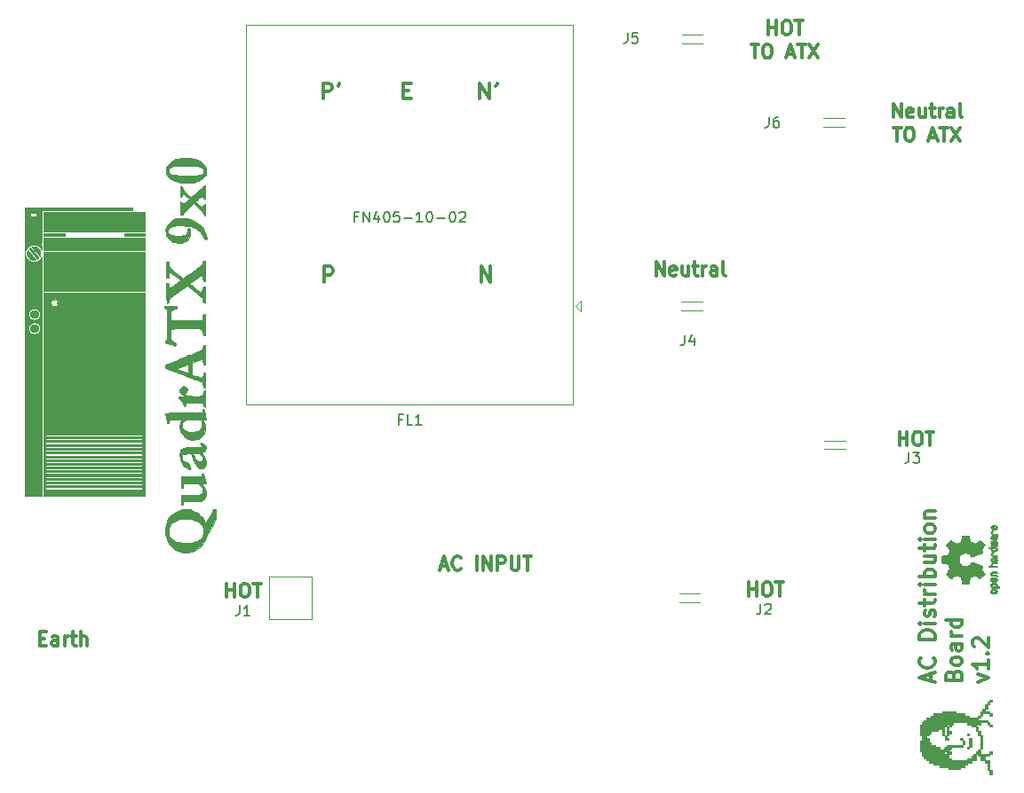
<source format=gto>
G04 #@! TF.GenerationSoftware,KiCad,Pcbnew,(5.1.5-0-10_14)*
G04 #@! TF.CreationDate,2023-03-12T15:51:32+01:00*
G04 #@! TF.ProjectId,AC_board,41435f62-6f61-4726-942e-6b696361645f,v01*
G04 #@! TF.SameCoordinates,Original*
G04 #@! TF.FileFunction,Legend,Top*
G04 #@! TF.FilePolarity,Positive*
%FSLAX46Y46*%
G04 Gerber Fmt 4.6, Leading zero omitted, Abs format (unit mm)*
G04 Created by KiCad (PCBNEW (5.1.5-0-10_14)) date 2023-03-12 15:51:32*
%MOMM*%
%LPD*%
G04 APERTURE LIST*
%ADD10C,0.300000*%
%ADD11C,0.150000*%
%ADD12C,0.010000*%
%ADD13C,0.100000*%
%ADD14C,0.120000*%
G04 APERTURE END LIST*
D10*
X140362380Y-109618095D02*
X140362380Y-108318095D01*
X140362380Y-108937142D02*
X141105238Y-108937142D01*
X141105238Y-109618095D02*
X141105238Y-108318095D01*
X141971904Y-108318095D02*
X142219523Y-108318095D01*
X142343333Y-108380000D01*
X142467142Y-108503809D01*
X142529047Y-108751428D01*
X142529047Y-109184761D01*
X142467142Y-109432380D01*
X142343333Y-109556190D01*
X142219523Y-109618095D01*
X141971904Y-109618095D01*
X141848095Y-109556190D01*
X141724285Y-109432380D01*
X141662380Y-109184761D01*
X141662380Y-108751428D01*
X141724285Y-108503809D01*
X141848095Y-108380000D01*
X141971904Y-108318095D01*
X142900476Y-108318095D02*
X143643333Y-108318095D01*
X143271904Y-109618095D02*
X143271904Y-108318095D01*
X154702380Y-95248095D02*
X154702380Y-93948095D01*
X154702380Y-94567142D02*
X155445238Y-94567142D01*
X155445238Y-95248095D02*
X155445238Y-93948095D01*
X156311904Y-93948095D02*
X156559523Y-93948095D01*
X156683333Y-94010000D01*
X156807142Y-94133809D01*
X156869047Y-94381428D01*
X156869047Y-94814761D01*
X156807142Y-95062380D01*
X156683333Y-95186190D01*
X156559523Y-95248095D01*
X156311904Y-95248095D01*
X156188095Y-95186190D01*
X156064285Y-95062380D01*
X156002380Y-94814761D01*
X156002380Y-94381428D01*
X156064285Y-94133809D01*
X156188095Y-94010000D01*
X156311904Y-93948095D01*
X157240476Y-93948095D02*
X157983333Y-93948095D01*
X157611904Y-95248095D02*
X157611904Y-93948095D01*
X90572380Y-109728095D02*
X90572380Y-108428095D01*
X90572380Y-109047142D02*
X91315238Y-109047142D01*
X91315238Y-109728095D02*
X91315238Y-108428095D01*
X92181904Y-108428095D02*
X92429523Y-108428095D01*
X92553333Y-108490000D01*
X92677142Y-108613809D01*
X92739047Y-108861428D01*
X92739047Y-109294761D01*
X92677142Y-109542380D01*
X92553333Y-109666190D01*
X92429523Y-109728095D01*
X92181904Y-109728095D01*
X92058095Y-109666190D01*
X91934285Y-109542380D01*
X91872380Y-109294761D01*
X91872380Y-108861428D01*
X91934285Y-108613809D01*
X92058095Y-108490000D01*
X92181904Y-108428095D01*
X93110476Y-108428095D02*
X93853333Y-108428095D01*
X93481904Y-109728095D02*
X93481904Y-108428095D01*
X110958571Y-106766666D02*
X111577619Y-106766666D01*
X110834761Y-107138095D02*
X111268095Y-105838095D01*
X111701428Y-107138095D01*
X112877619Y-107014285D02*
X112815714Y-107076190D01*
X112630000Y-107138095D01*
X112506190Y-107138095D01*
X112320476Y-107076190D01*
X112196666Y-106952380D01*
X112134761Y-106828571D01*
X112072857Y-106580952D01*
X112072857Y-106395238D01*
X112134761Y-106147619D01*
X112196666Y-106023809D01*
X112320476Y-105900000D01*
X112506190Y-105838095D01*
X112630000Y-105838095D01*
X112815714Y-105900000D01*
X112877619Y-105961904D01*
X114425238Y-107138095D02*
X114425238Y-105838095D01*
X115044285Y-107138095D02*
X115044285Y-105838095D01*
X115787142Y-107138095D01*
X115787142Y-105838095D01*
X116406190Y-107138095D02*
X116406190Y-105838095D01*
X116901428Y-105838095D01*
X117025238Y-105900000D01*
X117087142Y-105961904D01*
X117149047Y-106085714D01*
X117149047Y-106271428D01*
X117087142Y-106395238D01*
X117025238Y-106457142D01*
X116901428Y-106519047D01*
X116406190Y-106519047D01*
X117706190Y-105838095D02*
X117706190Y-106890476D01*
X117768095Y-107014285D01*
X117830000Y-107076190D01*
X117953809Y-107138095D01*
X118201428Y-107138095D01*
X118325238Y-107076190D01*
X118387142Y-107014285D01*
X118449047Y-106890476D01*
X118449047Y-105838095D01*
X118882380Y-105838095D02*
X119625238Y-105838095D01*
X119253809Y-107138095D02*
X119253809Y-105838095D01*
X157680000Y-117739285D02*
X157680000Y-117025000D01*
X158108571Y-117882142D02*
X156608571Y-117382142D01*
X158108571Y-116882142D01*
X157965714Y-115525000D02*
X158037142Y-115596428D01*
X158108571Y-115810714D01*
X158108571Y-115953571D01*
X158037142Y-116167857D01*
X157894285Y-116310714D01*
X157751428Y-116382142D01*
X157465714Y-116453571D01*
X157251428Y-116453571D01*
X156965714Y-116382142D01*
X156822857Y-116310714D01*
X156680000Y-116167857D01*
X156608571Y-115953571D01*
X156608571Y-115810714D01*
X156680000Y-115596428D01*
X156751428Y-115525000D01*
X158108571Y-113739285D02*
X156608571Y-113739285D01*
X156608571Y-113382142D01*
X156680000Y-113167857D01*
X156822857Y-113025000D01*
X156965714Y-112953571D01*
X157251428Y-112882142D01*
X157465714Y-112882142D01*
X157751428Y-112953571D01*
X157894285Y-113025000D01*
X158037142Y-113167857D01*
X158108571Y-113382142D01*
X158108571Y-113739285D01*
X158108571Y-112239285D02*
X157108571Y-112239285D01*
X156608571Y-112239285D02*
X156680000Y-112310714D01*
X156751428Y-112239285D01*
X156680000Y-112167857D01*
X156608571Y-112239285D01*
X156751428Y-112239285D01*
X158037142Y-111596428D02*
X158108571Y-111453571D01*
X158108571Y-111167857D01*
X158037142Y-111025000D01*
X157894285Y-110953571D01*
X157822857Y-110953571D01*
X157680000Y-111025000D01*
X157608571Y-111167857D01*
X157608571Y-111382142D01*
X157537142Y-111525000D01*
X157394285Y-111596428D01*
X157322857Y-111596428D01*
X157180000Y-111525000D01*
X157108571Y-111382142D01*
X157108571Y-111167857D01*
X157180000Y-111025000D01*
X157108571Y-110525000D02*
X157108571Y-109953571D01*
X156608571Y-110310714D02*
X157894285Y-110310714D01*
X158037142Y-110239285D01*
X158108571Y-110096428D01*
X158108571Y-109953571D01*
X158108571Y-109453571D02*
X157108571Y-109453571D01*
X157394285Y-109453571D02*
X157251428Y-109382142D01*
X157180000Y-109310714D01*
X157108571Y-109167857D01*
X157108571Y-109025000D01*
X158108571Y-108525000D02*
X157108571Y-108525000D01*
X156608571Y-108525000D02*
X156680000Y-108596428D01*
X156751428Y-108525000D01*
X156680000Y-108453571D01*
X156608571Y-108525000D01*
X156751428Y-108525000D01*
X158108571Y-107810714D02*
X156608571Y-107810714D01*
X157180000Y-107810714D02*
X157108571Y-107667857D01*
X157108571Y-107382142D01*
X157180000Y-107239285D01*
X157251428Y-107167857D01*
X157394285Y-107096428D01*
X157822857Y-107096428D01*
X157965714Y-107167857D01*
X158037142Y-107239285D01*
X158108571Y-107382142D01*
X158108571Y-107667857D01*
X158037142Y-107810714D01*
X157108571Y-105810714D02*
X158108571Y-105810714D01*
X157108571Y-106453571D02*
X157894285Y-106453571D01*
X158037142Y-106382142D01*
X158108571Y-106239285D01*
X158108571Y-106025000D01*
X158037142Y-105882142D01*
X157965714Y-105810714D01*
X157108571Y-105310714D02*
X157108571Y-104739285D01*
X156608571Y-105096428D02*
X157894285Y-105096428D01*
X158037142Y-105025000D01*
X158108571Y-104882142D01*
X158108571Y-104739285D01*
X158108571Y-104239285D02*
X157108571Y-104239285D01*
X156608571Y-104239285D02*
X156680000Y-104310714D01*
X156751428Y-104239285D01*
X156680000Y-104167857D01*
X156608571Y-104239285D01*
X156751428Y-104239285D01*
X158108571Y-103310714D02*
X158037142Y-103453571D01*
X157965714Y-103525000D01*
X157822857Y-103596428D01*
X157394285Y-103596428D01*
X157251428Y-103525000D01*
X157180000Y-103453571D01*
X157108571Y-103310714D01*
X157108571Y-103096428D01*
X157180000Y-102953571D01*
X157251428Y-102882142D01*
X157394285Y-102810714D01*
X157822857Y-102810714D01*
X157965714Y-102882142D01*
X158037142Y-102953571D01*
X158108571Y-103096428D01*
X158108571Y-103310714D01*
X157108571Y-102167857D02*
X158108571Y-102167857D01*
X157251428Y-102167857D02*
X157180000Y-102096428D01*
X157108571Y-101953571D01*
X157108571Y-101739285D01*
X157180000Y-101596428D01*
X157322857Y-101525000D01*
X158108571Y-101525000D01*
X159872857Y-117167857D02*
X159944285Y-116953571D01*
X160015714Y-116882142D01*
X160158571Y-116810714D01*
X160372857Y-116810714D01*
X160515714Y-116882142D01*
X160587142Y-116953571D01*
X160658571Y-117096428D01*
X160658571Y-117667857D01*
X159158571Y-117667857D01*
X159158571Y-117167857D01*
X159230000Y-117025000D01*
X159301428Y-116953571D01*
X159444285Y-116882142D01*
X159587142Y-116882142D01*
X159730000Y-116953571D01*
X159801428Y-117025000D01*
X159872857Y-117167857D01*
X159872857Y-117667857D01*
X160658571Y-115953571D02*
X160587142Y-116096428D01*
X160515714Y-116167857D01*
X160372857Y-116239285D01*
X159944285Y-116239285D01*
X159801428Y-116167857D01*
X159730000Y-116096428D01*
X159658571Y-115953571D01*
X159658571Y-115739285D01*
X159730000Y-115596428D01*
X159801428Y-115525000D01*
X159944285Y-115453571D01*
X160372857Y-115453571D01*
X160515714Y-115525000D01*
X160587142Y-115596428D01*
X160658571Y-115739285D01*
X160658571Y-115953571D01*
X160658571Y-114167857D02*
X159872857Y-114167857D01*
X159730000Y-114239285D01*
X159658571Y-114382142D01*
X159658571Y-114667857D01*
X159730000Y-114810714D01*
X160587142Y-114167857D02*
X160658571Y-114310714D01*
X160658571Y-114667857D01*
X160587142Y-114810714D01*
X160444285Y-114882142D01*
X160301428Y-114882142D01*
X160158571Y-114810714D01*
X160087142Y-114667857D01*
X160087142Y-114310714D01*
X160015714Y-114167857D01*
X160658571Y-113453571D02*
X159658571Y-113453571D01*
X159944285Y-113453571D02*
X159801428Y-113382142D01*
X159730000Y-113310714D01*
X159658571Y-113167857D01*
X159658571Y-113025000D01*
X160658571Y-111882142D02*
X159158571Y-111882142D01*
X160587142Y-111882142D02*
X160658571Y-112025000D01*
X160658571Y-112310714D01*
X160587142Y-112453571D01*
X160515714Y-112525000D01*
X160372857Y-112596428D01*
X159944285Y-112596428D01*
X159801428Y-112525000D01*
X159730000Y-112453571D01*
X159658571Y-112310714D01*
X159658571Y-112025000D01*
X159730000Y-111882142D01*
X162208571Y-117810714D02*
X163208571Y-117453571D01*
X162208571Y-117096428D01*
X163208571Y-115739285D02*
X163208571Y-116596428D01*
X163208571Y-116167857D02*
X161708571Y-116167857D01*
X161922857Y-116310714D01*
X162065714Y-116453571D01*
X162137142Y-116596428D01*
X163065714Y-115096428D02*
X163137142Y-115025000D01*
X163208571Y-115096428D01*
X163137142Y-115167857D01*
X163065714Y-115096428D01*
X163208571Y-115096428D01*
X161851428Y-114453571D02*
X161780000Y-114382142D01*
X161708571Y-114239285D01*
X161708571Y-113882142D01*
X161780000Y-113739285D01*
X161851428Y-113667857D01*
X161994285Y-113596428D01*
X162137142Y-113596428D01*
X162351428Y-113667857D01*
X163208571Y-114525000D01*
X163208571Y-113596428D01*
X72771428Y-113667142D02*
X73204761Y-113667142D01*
X73390476Y-114348095D02*
X72771428Y-114348095D01*
X72771428Y-113048095D01*
X73390476Y-113048095D01*
X74504761Y-114348095D02*
X74504761Y-113667142D01*
X74442857Y-113543333D01*
X74319047Y-113481428D01*
X74071428Y-113481428D01*
X73947619Y-113543333D01*
X74504761Y-114286190D02*
X74380952Y-114348095D01*
X74071428Y-114348095D01*
X73947619Y-114286190D01*
X73885714Y-114162380D01*
X73885714Y-114038571D01*
X73947619Y-113914761D01*
X74071428Y-113852857D01*
X74380952Y-113852857D01*
X74504761Y-113790952D01*
X75123809Y-114348095D02*
X75123809Y-113481428D01*
X75123809Y-113729047D02*
X75185714Y-113605238D01*
X75247619Y-113543333D01*
X75371428Y-113481428D01*
X75495238Y-113481428D01*
X75742857Y-113481428D02*
X76238095Y-113481428D01*
X75928571Y-113048095D02*
X75928571Y-114162380D01*
X75990476Y-114286190D01*
X76114285Y-114348095D01*
X76238095Y-114348095D01*
X76671428Y-114348095D02*
X76671428Y-113048095D01*
X77228571Y-114348095D02*
X77228571Y-113667142D01*
X77166666Y-113543333D01*
X77042857Y-113481428D01*
X76857142Y-113481428D01*
X76733333Y-113543333D01*
X76671428Y-113605238D01*
X114724285Y-62168571D02*
X114724285Y-60668571D01*
X115581428Y-62168571D01*
X115581428Y-60668571D01*
X116367142Y-60668571D02*
X116367142Y-60740000D01*
X116295714Y-60882857D01*
X116224285Y-60954285D01*
X107438571Y-61382857D02*
X107938571Y-61382857D01*
X108152857Y-62168571D02*
X107438571Y-62168571D01*
X107438571Y-60668571D01*
X108152857Y-60668571D01*
X99760000Y-62168571D02*
X99760000Y-60668571D01*
X100331428Y-60668571D01*
X100474285Y-60740000D01*
X100545714Y-60811428D01*
X100617142Y-60954285D01*
X100617142Y-61168571D01*
X100545714Y-61311428D01*
X100474285Y-61382857D01*
X100331428Y-61454285D01*
X99760000Y-61454285D01*
X101331428Y-60668571D02*
X101331428Y-60740000D01*
X101260000Y-60882857D01*
X101188571Y-60954285D01*
X114831428Y-79668571D02*
X114831428Y-78168571D01*
X115688571Y-79668571D01*
X115688571Y-78168571D01*
X99867142Y-79668571D02*
X99867142Y-78168571D01*
X100438571Y-78168571D01*
X100581428Y-78240000D01*
X100652857Y-78311428D01*
X100724285Y-78454285D01*
X100724285Y-78668571D01*
X100652857Y-78811428D01*
X100581428Y-78882857D01*
X100438571Y-78954285D01*
X99867142Y-78954285D01*
D11*
X103057619Y-73418571D02*
X102724285Y-73418571D01*
X102724285Y-73942380D02*
X102724285Y-72942380D01*
X103200476Y-72942380D01*
X103581428Y-73942380D02*
X103581428Y-72942380D01*
X104152857Y-73942380D01*
X104152857Y-72942380D01*
X105057619Y-73275714D02*
X105057619Y-73942380D01*
X104819523Y-72894761D02*
X104581428Y-73609047D01*
X105200476Y-73609047D01*
X105771904Y-72942380D02*
X105867142Y-72942380D01*
X105962380Y-72990000D01*
X106010000Y-73037619D01*
X106057619Y-73132857D01*
X106105238Y-73323333D01*
X106105238Y-73561428D01*
X106057619Y-73751904D01*
X106010000Y-73847142D01*
X105962380Y-73894761D01*
X105867142Y-73942380D01*
X105771904Y-73942380D01*
X105676666Y-73894761D01*
X105629047Y-73847142D01*
X105581428Y-73751904D01*
X105533809Y-73561428D01*
X105533809Y-73323333D01*
X105581428Y-73132857D01*
X105629047Y-73037619D01*
X105676666Y-72990000D01*
X105771904Y-72942380D01*
X107010000Y-72942380D02*
X106533809Y-72942380D01*
X106486190Y-73418571D01*
X106533809Y-73370952D01*
X106629047Y-73323333D01*
X106867142Y-73323333D01*
X106962380Y-73370952D01*
X107010000Y-73418571D01*
X107057619Y-73513809D01*
X107057619Y-73751904D01*
X107010000Y-73847142D01*
X106962380Y-73894761D01*
X106867142Y-73942380D01*
X106629047Y-73942380D01*
X106533809Y-73894761D01*
X106486190Y-73847142D01*
X107486190Y-73561428D02*
X108248095Y-73561428D01*
X109248095Y-73942380D02*
X108676666Y-73942380D01*
X108962380Y-73942380D02*
X108962380Y-72942380D01*
X108867142Y-73085238D01*
X108771904Y-73180476D01*
X108676666Y-73228095D01*
X109867142Y-72942380D02*
X109962380Y-72942380D01*
X110057619Y-72990000D01*
X110105238Y-73037619D01*
X110152857Y-73132857D01*
X110200476Y-73323333D01*
X110200476Y-73561428D01*
X110152857Y-73751904D01*
X110105238Y-73847142D01*
X110057619Y-73894761D01*
X109962380Y-73942380D01*
X109867142Y-73942380D01*
X109771904Y-73894761D01*
X109724285Y-73847142D01*
X109676666Y-73751904D01*
X109629047Y-73561428D01*
X109629047Y-73323333D01*
X109676666Y-73132857D01*
X109724285Y-73037619D01*
X109771904Y-72990000D01*
X109867142Y-72942380D01*
X110629047Y-73561428D02*
X111390952Y-73561428D01*
X112057619Y-72942380D02*
X112152857Y-72942380D01*
X112248095Y-72990000D01*
X112295714Y-73037619D01*
X112343333Y-73132857D01*
X112390952Y-73323333D01*
X112390952Y-73561428D01*
X112343333Y-73751904D01*
X112295714Y-73847142D01*
X112248095Y-73894761D01*
X112152857Y-73942380D01*
X112057619Y-73942380D01*
X111962380Y-73894761D01*
X111914761Y-73847142D01*
X111867142Y-73751904D01*
X111819523Y-73561428D01*
X111819523Y-73323333D01*
X111867142Y-73132857D01*
X111914761Y-73037619D01*
X111962380Y-72990000D01*
X112057619Y-72942380D01*
X112771904Y-73037619D02*
X112819523Y-72990000D01*
X112914761Y-72942380D01*
X113152857Y-72942380D01*
X113248095Y-72990000D01*
X113295714Y-73037619D01*
X113343333Y-73132857D01*
X113343333Y-73228095D01*
X113295714Y-73370952D01*
X112724285Y-73942380D01*
X113343333Y-73942380D01*
D10*
X154120952Y-63953095D02*
X154120952Y-62653095D01*
X154863809Y-63953095D01*
X154863809Y-62653095D01*
X155978095Y-63891190D02*
X155854285Y-63953095D01*
X155606666Y-63953095D01*
X155482857Y-63891190D01*
X155420952Y-63767380D01*
X155420952Y-63272142D01*
X155482857Y-63148333D01*
X155606666Y-63086428D01*
X155854285Y-63086428D01*
X155978095Y-63148333D01*
X156040000Y-63272142D01*
X156040000Y-63395952D01*
X155420952Y-63519761D01*
X157154285Y-63086428D02*
X157154285Y-63953095D01*
X156597142Y-63086428D02*
X156597142Y-63767380D01*
X156659047Y-63891190D01*
X156782857Y-63953095D01*
X156968571Y-63953095D01*
X157092380Y-63891190D01*
X157154285Y-63829285D01*
X157587619Y-63086428D02*
X158082857Y-63086428D01*
X157773333Y-62653095D02*
X157773333Y-63767380D01*
X157835238Y-63891190D01*
X157959047Y-63953095D01*
X158082857Y-63953095D01*
X158516190Y-63953095D02*
X158516190Y-63086428D01*
X158516190Y-63334047D02*
X158578095Y-63210238D01*
X158640000Y-63148333D01*
X158763809Y-63086428D01*
X158887619Y-63086428D01*
X159878095Y-63953095D02*
X159878095Y-63272142D01*
X159816190Y-63148333D01*
X159692380Y-63086428D01*
X159444761Y-63086428D01*
X159320952Y-63148333D01*
X159878095Y-63891190D02*
X159754285Y-63953095D01*
X159444761Y-63953095D01*
X159320952Y-63891190D01*
X159259047Y-63767380D01*
X159259047Y-63643571D01*
X159320952Y-63519761D01*
X159444761Y-63457857D01*
X159754285Y-63457857D01*
X159878095Y-63395952D01*
X160682857Y-63953095D02*
X160559047Y-63891190D01*
X160497142Y-63767380D01*
X160497142Y-62653095D01*
X154120952Y-64903095D02*
X154863809Y-64903095D01*
X154492380Y-66203095D02*
X154492380Y-64903095D01*
X155544761Y-64903095D02*
X155792380Y-64903095D01*
X155916190Y-64965000D01*
X156040000Y-65088809D01*
X156101904Y-65336428D01*
X156101904Y-65769761D01*
X156040000Y-66017380D01*
X155916190Y-66141190D01*
X155792380Y-66203095D01*
X155544761Y-66203095D01*
X155420952Y-66141190D01*
X155297142Y-66017380D01*
X155235238Y-65769761D01*
X155235238Y-65336428D01*
X155297142Y-65088809D01*
X155420952Y-64965000D01*
X155544761Y-64903095D01*
X157587619Y-65831666D02*
X158206666Y-65831666D01*
X157463809Y-66203095D02*
X157897142Y-64903095D01*
X158330476Y-66203095D01*
X158578095Y-64903095D02*
X159320952Y-64903095D01*
X158949523Y-66203095D02*
X158949523Y-64903095D01*
X159630476Y-64903095D02*
X160497142Y-66203095D01*
X160497142Y-64903095D02*
X159630476Y-66203095D01*
X142232380Y-56013095D02*
X142232380Y-54713095D01*
X142232380Y-55332142D02*
X142975238Y-55332142D01*
X142975238Y-56013095D02*
X142975238Y-54713095D01*
X143841904Y-54713095D02*
X144089523Y-54713095D01*
X144213333Y-54775000D01*
X144337142Y-54898809D01*
X144399047Y-55146428D01*
X144399047Y-55579761D01*
X144337142Y-55827380D01*
X144213333Y-55951190D01*
X144089523Y-56013095D01*
X143841904Y-56013095D01*
X143718095Y-55951190D01*
X143594285Y-55827380D01*
X143532380Y-55579761D01*
X143532380Y-55146428D01*
X143594285Y-54898809D01*
X143718095Y-54775000D01*
X143841904Y-54713095D01*
X144770476Y-54713095D02*
X145513333Y-54713095D01*
X145141904Y-56013095D02*
X145141904Y-54713095D01*
X140560952Y-56963095D02*
X141303809Y-56963095D01*
X140932380Y-58263095D02*
X140932380Y-56963095D01*
X141984761Y-56963095D02*
X142232380Y-56963095D01*
X142356190Y-57025000D01*
X142480000Y-57148809D01*
X142541904Y-57396428D01*
X142541904Y-57829761D01*
X142480000Y-58077380D01*
X142356190Y-58201190D01*
X142232380Y-58263095D01*
X141984761Y-58263095D01*
X141860952Y-58201190D01*
X141737142Y-58077380D01*
X141675238Y-57829761D01*
X141675238Y-57396428D01*
X141737142Y-57148809D01*
X141860952Y-57025000D01*
X141984761Y-56963095D01*
X144027619Y-57891666D02*
X144646666Y-57891666D01*
X143903809Y-58263095D02*
X144337142Y-56963095D01*
X144770476Y-58263095D01*
X145018095Y-56963095D02*
X145760952Y-56963095D01*
X145389523Y-58263095D02*
X145389523Y-56963095D01*
X146070476Y-56963095D02*
X146937142Y-58263095D01*
X146937142Y-56963095D02*
X146070476Y-58263095D01*
X131540952Y-79028095D02*
X131540952Y-77728095D01*
X132283809Y-79028095D01*
X132283809Y-77728095D01*
X133398095Y-78966190D02*
X133274285Y-79028095D01*
X133026666Y-79028095D01*
X132902857Y-78966190D01*
X132840952Y-78842380D01*
X132840952Y-78347142D01*
X132902857Y-78223333D01*
X133026666Y-78161428D01*
X133274285Y-78161428D01*
X133398095Y-78223333D01*
X133460000Y-78347142D01*
X133460000Y-78470952D01*
X132840952Y-78594761D01*
X134574285Y-78161428D02*
X134574285Y-79028095D01*
X134017142Y-78161428D02*
X134017142Y-78842380D01*
X134079047Y-78966190D01*
X134202857Y-79028095D01*
X134388571Y-79028095D01*
X134512380Y-78966190D01*
X134574285Y-78904285D01*
X135007619Y-78161428D02*
X135502857Y-78161428D01*
X135193333Y-77728095D02*
X135193333Y-78842380D01*
X135255238Y-78966190D01*
X135379047Y-79028095D01*
X135502857Y-79028095D01*
X135936190Y-79028095D02*
X135936190Y-78161428D01*
X135936190Y-78409047D02*
X135998095Y-78285238D01*
X136060000Y-78223333D01*
X136183809Y-78161428D01*
X136307619Y-78161428D01*
X137298095Y-79028095D02*
X137298095Y-78347142D01*
X137236190Y-78223333D01*
X137112380Y-78161428D01*
X136864761Y-78161428D01*
X136740952Y-78223333D01*
X137298095Y-78966190D02*
X137174285Y-79028095D01*
X136864761Y-79028095D01*
X136740952Y-78966190D01*
X136679047Y-78842380D01*
X136679047Y-78718571D01*
X136740952Y-78594761D01*
X136864761Y-78532857D01*
X137174285Y-78532857D01*
X137298095Y-78470952D01*
X138102857Y-79028095D02*
X137979047Y-78966190D01*
X137917142Y-78842380D01*
X137917142Y-77728095D01*
D12*
G36*
X158702348Y-106026090D02*
G01*
X158702778Y-105947546D01*
X158703942Y-105890702D01*
X158706207Y-105851895D01*
X158709940Y-105827462D01*
X158715506Y-105813738D01*
X158723273Y-105807060D01*
X158733605Y-105803764D01*
X158734943Y-105803444D01*
X158759079Y-105798438D01*
X158806701Y-105789171D01*
X158872741Y-105776608D01*
X158952128Y-105761713D01*
X159039796Y-105745449D01*
X159042875Y-105744881D01*
X159128789Y-105728590D01*
X159204696Y-105713348D01*
X159266045Y-105700139D01*
X159308282Y-105689946D01*
X159326855Y-105683752D01*
X159327184Y-105683457D01*
X159336253Y-105665212D01*
X159351367Y-105627595D01*
X159369262Y-105578729D01*
X159369358Y-105578457D01*
X159392493Y-105516907D01*
X159421965Y-105444343D01*
X159451597Y-105375943D01*
X159453062Y-105372706D01*
X159503626Y-105261298D01*
X159335160Y-105014601D01*
X159283803Y-104938923D01*
X159237889Y-104870369D01*
X159200030Y-104812912D01*
X159172837Y-104770524D01*
X159158921Y-104747175D01*
X159157889Y-104744958D01*
X159162484Y-104727990D01*
X159184655Y-104696299D01*
X159225447Y-104648648D01*
X159285905Y-104583802D01*
X159350227Y-104517603D01*
X159413612Y-104453786D01*
X159471451Y-104396671D01*
X159520175Y-104349695D01*
X159556210Y-104316297D01*
X159575984Y-104299915D01*
X159577002Y-104299306D01*
X159590572Y-104297495D01*
X159612733Y-104304317D01*
X159646478Y-104321460D01*
X159694800Y-104350607D01*
X159760692Y-104393445D01*
X159845517Y-104450552D01*
X159920177Y-104501234D01*
X159987140Y-104546539D01*
X160042516Y-104583850D01*
X160082420Y-104610548D01*
X160102962Y-104624015D01*
X160104356Y-104624863D01*
X160124038Y-104623219D01*
X160162293Y-104610755D01*
X160211889Y-104589952D01*
X160227728Y-104582538D01*
X160298290Y-104550186D01*
X160378353Y-104515672D01*
X160447629Y-104487635D01*
X160499045Y-104467432D01*
X160538119Y-104451385D01*
X160558541Y-104442112D01*
X160560114Y-104440959D01*
X160562721Y-104423904D01*
X160569863Y-104383702D01*
X160580523Y-104325698D01*
X160593685Y-104255237D01*
X160608333Y-104177665D01*
X160623449Y-104098328D01*
X160638018Y-104022569D01*
X160651022Y-103955736D01*
X160661445Y-103903172D01*
X160668270Y-103870224D01*
X160670199Y-103862143D01*
X160674962Y-103853795D01*
X160685718Y-103847494D01*
X160706098Y-103842955D01*
X160739734Y-103839896D01*
X160790255Y-103838033D01*
X160861292Y-103837082D01*
X160956476Y-103836760D01*
X160995492Y-103836743D01*
X161312799Y-103836743D01*
X161327839Y-103912943D01*
X161335995Y-103955337D01*
X161347899Y-104018600D01*
X161362116Y-104095038D01*
X161377210Y-104176957D01*
X161381355Y-104199600D01*
X161396053Y-104275194D01*
X161410505Y-104341047D01*
X161423375Y-104391634D01*
X161433322Y-104421426D01*
X161436287Y-104426388D01*
X161457283Y-104438574D01*
X161497967Y-104456047D01*
X161550322Y-104475423D01*
X161561600Y-104479266D01*
X161631523Y-104504661D01*
X161710418Y-104536183D01*
X161781266Y-104567031D01*
X161781595Y-104567183D01*
X161892733Y-104618553D01*
X162141253Y-104449601D01*
X162389772Y-104280648D01*
X162607058Y-104497571D01*
X162671726Y-104563181D01*
X162728733Y-104623021D01*
X162775033Y-104673733D01*
X162807584Y-104711954D01*
X162823343Y-104734325D01*
X162824343Y-104737534D01*
X162816469Y-104756374D01*
X162794578Y-104794820D01*
X162761267Y-104848670D01*
X162719131Y-104913724D01*
X162671943Y-104984060D01*
X162623810Y-105055445D01*
X162581928Y-105119092D01*
X162548871Y-105170959D01*
X162527218Y-105207005D01*
X162519543Y-105223133D01*
X162526037Y-105242811D01*
X162543150Y-105280125D01*
X162567326Y-105327379D01*
X162570013Y-105332388D01*
X162601927Y-105396023D01*
X162617579Y-105439659D01*
X162617745Y-105466798D01*
X162603204Y-105480943D01*
X162603000Y-105481025D01*
X162585779Y-105488095D01*
X162544899Y-105504958D01*
X162483525Y-105530305D01*
X162404819Y-105562829D01*
X162311947Y-105601222D01*
X162208072Y-105644178D01*
X162107502Y-105685778D01*
X161996516Y-105731496D01*
X161893703Y-105773474D01*
X161802215Y-105810452D01*
X161725201Y-105841173D01*
X161665815Y-105864378D01*
X161627209Y-105878810D01*
X161612800Y-105883257D01*
X161596272Y-105872104D01*
X161569930Y-105842931D01*
X161540887Y-105804029D01*
X161449039Y-105693243D01*
X161343759Y-105606649D01*
X161227266Y-105545284D01*
X161101776Y-105510185D01*
X160969507Y-105502392D01*
X160908457Y-105508057D01*
X160781795Y-105538922D01*
X160669941Y-105592080D01*
X160574001Y-105664233D01*
X160495076Y-105752083D01*
X160434270Y-105852335D01*
X160392687Y-105961690D01*
X160371428Y-106076853D01*
X160371599Y-106194525D01*
X160394301Y-106311410D01*
X160440638Y-106424211D01*
X160511713Y-106529631D01*
X160551911Y-106573632D01*
X160655129Y-106658021D01*
X160767925Y-106716778D01*
X160887010Y-106750296D01*
X161009095Y-106758965D01*
X161130893Y-106743177D01*
X161249116Y-106703322D01*
X161360475Y-106639793D01*
X161461684Y-106552979D01*
X161540887Y-106455971D01*
X161571162Y-106415563D01*
X161597219Y-106387018D01*
X161612825Y-106376743D01*
X161629843Y-106382123D01*
X161670500Y-106397425D01*
X161731642Y-106421388D01*
X161810119Y-106452756D01*
X161902780Y-106490268D01*
X162006472Y-106532667D01*
X162107526Y-106574337D01*
X162218607Y-106620310D01*
X162321541Y-106662893D01*
X162413165Y-106700779D01*
X162490316Y-106732660D01*
X162549831Y-106757229D01*
X162588544Y-106773180D01*
X162603000Y-106779090D01*
X162617685Y-106793052D01*
X162617642Y-106820060D01*
X162602099Y-106863587D01*
X162570284Y-106927110D01*
X162570013Y-106927612D01*
X162545323Y-106975440D01*
X162527338Y-107014103D01*
X162519614Y-107035905D01*
X162519543Y-107036867D01*
X162527378Y-107053279D01*
X162549165Y-107089513D01*
X162582328Y-107141526D01*
X162624291Y-107205275D01*
X162671943Y-107275940D01*
X162720191Y-107347884D01*
X162762151Y-107412726D01*
X162795227Y-107466265D01*
X162816821Y-107504303D01*
X162824343Y-107522467D01*
X162814457Y-107539192D01*
X162786826Y-107572820D01*
X162744495Y-107619990D01*
X162690505Y-107677342D01*
X162627899Y-107741516D01*
X162606983Y-107762503D01*
X162389623Y-107979501D01*
X162147220Y-107814332D01*
X162072781Y-107764136D01*
X162005972Y-107720081D01*
X161950665Y-107684638D01*
X161910729Y-107660281D01*
X161890036Y-107649478D01*
X161888563Y-107649162D01*
X161869058Y-107654857D01*
X161829822Y-107670174D01*
X161777430Y-107692463D01*
X161742355Y-107708107D01*
X161675201Y-107737359D01*
X161607358Y-107764906D01*
X161550034Y-107786263D01*
X161532572Y-107792065D01*
X161485938Y-107808548D01*
X161449905Y-107824660D01*
X161436287Y-107833510D01*
X161427952Y-107853040D01*
X161416137Y-107895666D01*
X161402181Y-107955855D01*
X161387422Y-108028078D01*
X161381355Y-108060400D01*
X161366273Y-108142478D01*
X161351669Y-108221205D01*
X161338980Y-108288891D01*
X161329642Y-108337840D01*
X161327839Y-108347057D01*
X161312799Y-108423257D01*
X160995492Y-108423257D01*
X160891154Y-108423086D01*
X160812213Y-108422384D01*
X160755038Y-108420866D01*
X160715999Y-108418251D01*
X160691465Y-108414254D01*
X160677805Y-108408591D01*
X160671389Y-108400980D01*
X160670199Y-108397857D01*
X160665980Y-108379022D01*
X160657562Y-108337412D01*
X160645961Y-108278370D01*
X160632195Y-108207243D01*
X160617280Y-108129375D01*
X160602232Y-108050113D01*
X160588069Y-107974802D01*
X160575806Y-107908787D01*
X160566461Y-107857413D01*
X160561050Y-107826025D01*
X160560114Y-107819041D01*
X160547596Y-107812715D01*
X160514246Y-107798710D01*
X160466377Y-107779645D01*
X160447629Y-107772366D01*
X160375195Y-107743004D01*
X160295170Y-107708429D01*
X160227728Y-107677463D01*
X160176159Y-107654677D01*
X160133785Y-107639518D01*
X160107834Y-107634458D01*
X160104356Y-107635264D01*
X160087936Y-107645959D01*
X160051417Y-107670380D01*
X159998687Y-107705905D01*
X159933635Y-107749913D01*
X159860151Y-107799783D01*
X159845645Y-107809644D01*
X159759704Y-107867508D01*
X159694261Y-107910044D01*
X159646304Y-107938946D01*
X159612820Y-107955910D01*
X159590795Y-107962633D01*
X159577217Y-107960810D01*
X159577131Y-107960764D01*
X159559297Y-107946414D01*
X159524817Y-107914677D01*
X159477268Y-107868990D01*
X159420222Y-107812796D01*
X159357255Y-107749532D01*
X159350227Y-107742398D01*
X159273020Y-107662670D01*
X159216330Y-107601143D01*
X159179110Y-107556579D01*
X159160315Y-107527743D01*
X159157889Y-107515042D01*
X159168471Y-107496506D01*
X159192916Y-107458039D01*
X159228612Y-107403614D01*
X159272947Y-107337202D01*
X159323311Y-107262775D01*
X159335160Y-107245399D01*
X159503626Y-106998703D01*
X159453062Y-106887294D01*
X159423595Y-106819543D01*
X159393959Y-106746817D01*
X159370330Y-106684297D01*
X159369358Y-106681543D01*
X159351457Y-106632640D01*
X159336320Y-106594943D01*
X159327210Y-106576575D01*
X159327184Y-106576544D01*
X159310717Y-106570715D01*
X159270219Y-106560808D01*
X159210242Y-106547805D01*
X159135340Y-106532691D01*
X159050064Y-106516448D01*
X159042875Y-106515119D01*
X158955014Y-106498825D01*
X158875260Y-106483867D01*
X158808681Y-106471209D01*
X158760347Y-106461814D01*
X158735325Y-106456646D01*
X158734943Y-106456556D01*
X158724299Y-106453411D01*
X158716262Y-106447296D01*
X158710467Y-106434547D01*
X158706547Y-106411500D01*
X158704135Y-106374491D01*
X158702865Y-106319856D01*
X158702371Y-106243933D01*
X158702286Y-106143056D01*
X158702286Y-106130000D01*
X158702348Y-106026090D01*
G37*
X158702348Y-106026090D02*
X158702778Y-105947546D01*
X158703942Y-105890702D01*
X158706207Y-105851895D01*
X158709940Y-105827462D01*
X158715506Y-105813738D01*
X158723273Y-105807060D01*
X158733605Y-105803764D01*
X158734943Y-105803444D01*
X158759079Y-105798438D01*
X158806701Y-105789171D01*
X158872741Y-105776608D01*
X158952128Y-105761713D01*
X159039796Y-105745449D01*
X159042875Y-105744881D01*
X159128789Y-105728590D01*
X159204696Y-105713348D01*
X159266045Y-105700139D01*
X159308282Y-105689946D01*
X159326855Y-105683752D01*
X159327184Y-105683457D01*
X159336253Y-105665212D01*
X159351367Y-105627595D01*
X159369262Y-105578729D01*
X159369358Y-105578457D01*
X159392493Y-105516907D01*
X159421965Y-105444343D01*
X159451597Y-105375943D01*
X159453062Y-105372706D01*
X159503626Y-105261298D01*
X159335160Y-105014601D01*
X159283803Y-104938923D01*
X159237889Y-104870369D01*
X159200030Y-104812912D01*
X159172837Y-104770524D01*
X159158921Y-104747175D01*
X159157889Y-104744958D01*
X159162484Y-104727990D01*
X159184655Y-104696299D01*
X159225447Y-104648648D01*
X159285905Y-104583802D01*
X159350227Y-104517603D01*
X159413612Y-104453786D01*
X159471451Y-104396671D01*
X159520175Y-104349695D01*
X159556210Y-104316297D01*
X159575984Y-104299915D01*
X159577002Y-104299306D01*
X159590572Y-104297495D01*
X159612733Y-104304317D01*
X159646478Y-104321460D01*
X159694800Y-104350607D01*
X159760692Y-104393445D01*
X159845517Y-104450552D01*
X159920177Y-104501234D01*
X159987140Y-104546539D01*
X160042516Y-104583850D01*
X160082420Y-104610548D01*
X160102962Y-104624015D01*
X160104356Y-104624863D01*
X160124038Y-104623219D01*
X160162293Y-104610755D01*
X160211889Y-104589952D01*
X160227728Y-104582538D01*
X160298290Y-104550186D01*
X160378353Y-104515672D01*
X160447629Y-104487635D01*
X160499045Y-104467432D01*
X160538119Y-104451385D01*
X160558541Y-104442112D01*
X160560114Y-104440959D01*
X160562721Y-104423904D01*
X160569863Y-104383702D01*
X160580523Y-104325698D01*
X160593685Y-104255237D01*
X160608333Y-104177665D01*
X160623449Y-104098328D01*
X160638018Y-104022569D01*
X160651022Y-103955736D01*
X160661445Y-103903172D01*
X160668270Y-103870224D01*
X160670199Y-103862143D01*
X160674962Y-103853795D01*
X160685718Y-103847494D01*
X160706098Y-103842955D01*
X160739734Y-103839896D01*
X160790255Y-103838033D01*
X160861292Y-103837082D01*
X160956476Y-103836760D01*
X160995492Y-103836743D01*
X161312799Y-103836743D01*
X161327839Y-103912943D01*
X161335995Y-103955337D01*
X161347899Y-104018600D01*
X161362116Y-104095038D01*
X161377210Y-104176957D01*
X161381355Y-104199600D01*
X161396053Y-104275194D01*
X161410505Y-104341047D01*
X161423375Y-104391634D01*
X161433322Y-104421426D01*
X161436287Y-104426388D01*
X161457283Y-104438574D01*
X161497967Y-104456047D01*
X161550322Y-104475423D01*
X161561600Y-104479266D01*
X161631523Y-104504661D01*
X161710418Y-104536183D01*
X161781266Y-104567031D01*
X161781595Y-104567183D01*
X161892733Y-104618553D01*
X162141253Y-104449601D01*
X162389772Y-104280648D01*
X162607058Y-104497571D01*
X162671726Y-104563181D01*
X162728733Y-104623021D01*
X162775033Y-104673733D01*
X162807584Y-104711954D01*
X162823343Y-104734325D01*
X162824343Y-104737534D01*
X162816469Y-104756374D01*
X162794578Y-104794820D01*
X162761267Y-104848670D01*
X162719131Y-104913724D01*
X162671943Y-104984060D01*
X162623810Y-105055445D01*
X162581928Y-105119092D01*
X162548871Y-105170959D01*
X162527218Y-105207005D01*
X162519543Y-105223133D01*
X162526037Y-105242811D01*
X162543150Y-105280125D01*
X162567326Y-105327379D01*
X162570013Y-105332388D01*
X162601927Y-105396023D01*
X162617579Y-105439659D01*
X162617745Y-105466798D01*
X162603204Y-105480943D01*
X162603000Y-105481025D01*
X162585779Y-105488095D01*
X162544899Y-105504958D01*
X162483525Y-105530305D01*
X162404819Y-105562829D01*
X162311947Y-105601222D01*
X162208072Y-105644178D01*
X162107502Y-105685778D01*
X161996516Y-105731496D01*
X161893703Y-105773474D01*
X161802215Y-105810452D01*
X161725201Y-105841173D01*
X161665815Y-105864378D01*
X161627209Y-105878810D01*
X161612800Y-105883257D01*
X161596272Y-105872104D01*
X161569930Y-105842931D01*
X161540887Y-105804029D01*
X161449039Y-105693243D01*
X161343759Y-105606649D01*
X161227266Y-105545284D01*
X161101776Y-105510185D01*
X160969507Y-105502392D01*
X160908457Y-105508057D01*
X160781795Y-105538922D01*
X160669941Y-105592080D01*
X160574001Y-105664233D01*
X160495076Y-105752083D01*
X160434270Y-105852335D01*
X160392687Y-105961690D01*
X160371428Y-106076853D01*
X160371599Y-106194525D01*
X160394301Y-106311410D01*
X160440638Y-106424211D01*
X160511713Y-106529631D01*
X160551911Y-106573632D01*
X160655129Y-106658021D01*
X160767925Y-106716778D01*
X160887010Y-106750296D01*
X161009095Y-106758965D01*
X161130893Y-106743177D01*
X161249116Y-106703322D01*
X161360475Y-106639793D01*
X161461684Y-106552979D01*
X161540887Y-106455971D01*
X161571162Y-106415563D01*
X161597219Y-106387018D01*
X161612825Y-106376743D01*
X161629843Y-106382123D01*
X161670500Y-106397425D01*
X161731642Y-106421388D01*
X161810119Y-106452756D01*
X161902780Y-106490268D01*
X162006472Y-106532667D01*
X162107526Y-106574337D01*
X162218607Y-106620310D01*
X162321541Y-106662893D01*
X162413165Y-106700779D01*
X162490316Y-106732660D01*
X162549831Y-106757229D01*
X162588544Y-106773180D01*
X162603000Y-106779090D01*
X162617685Y-106793052D01*
X162617642Y-106820060D01*
X162602099Y-106863587D01*
X162570284Y-106927110D01*
X162570013Y-106927612D01*
X162545323Y-106975440D01*
X162527338Y-107014103D01*
X162519614Y-107035905D01*
X162519543Y-107036867D01*
X162527378Y-107053279D01*
X162549165Y-107089513D01*
X162582328Y-107141526D01*
X162624291Y-107205275D01*
X162671943Y-107275940D01*
X162720191Y-107347884D01*
X162762151Y-107412726D01*
X162795227Y-107466265D01*
X162816821Y-107504303D01*
X162824343Y-107522467D01*
X162814457Y-107539192D01*
X162786826Y-107572820D01*
X162744495Y-107619990D01*
X162690505Y-107677342D01*
X162627899Y-107741516D01*
X162606983Y-107762503D01*
X162389623Y-107979501D01*
X162147220Y-107814332D01*
X162072781Y-107764136D01*
X162005972Y-107720081D01*
X161950665Y-107684638D01*
X161910729Y-107660281D01*
X161890036Y-107649478D01*
X161888563Y-107649162D01*
X161869058Y-107654857D01*
X161829822Y-107670174D01*
X161777430Y-107692463D01*
X161742355Y-107708107D01*
X161675201Y-107737359D01*
X161607358Y-107764906D01*
X161550034Y-107786263D01*
X161532572Y-107792065D01*
X161485938Y-107808548D01*
X161449905Y-107824660D01*
X161436287Y-107833510D01*
X161427952Y-107853040D01*
X161416137Y-107895666D01*
X161402181Y-107955855D01*
X161387422Y-108028078D01*
X161381355Y-108060400D01*
X161366273Y-108142478D01*
X161351669Y-108221205D01*
X161338980Y-108288891D01*
X161329642Y-108337840D01*
X161327839Y-108347057D01*
X161312799Y-108423257D01*
X160995492Y-108423257D01*
X160891154Y-108423086D01*
X160812213Y-108422384D01*
X160755038Y-108420866D01*
X160715999Y-108418251D01*
X160691465Y-108414254D01*
X160677805Y-108408591D01*
X160671389Y-108400980D01*
X160670199Y-108397857D01*
X160665980Y-108379022D01*
X160657562Y-108337412D01*
X160645961Y-108278370D01*
X160632195Y-108207243D01*
X160617280Y-108129375D01*
X160602232Y-108050113D01*
X160588069Y-107974802D01*
X160575806Y-107908787D01*
X160566461Y-107857413D01*
X160561050Y-107826025D01*
X160560114Y-107819041D01*
X160547596Y-107812715D01*
X160514246Y-107798710D01*
X160466377Y-107779645D01*
X160447629Y-107772366D01*
X160375195Y-107743004D01*
X160295170Y-107708429D01*
X160227728Y-107677463D01*
X160176159Y-107654677D01*
X160133785Y-107639518D01*
X160107834Y-107634458D01*
X160104356Y-107635264D01*
X160087936Y-107645959D01*
X160051417Y-107670380D01*
X159998687Y-107705905D01*
X159933635Y-107749913D01*
X159860151Y-107799783D01*
X159845645Y-107809644D01*
X159759704Y-107867508D01*
X159694261Y-107910044D01*
X159646304Y-107938946D01*
X159612820Y-107955910D01*
X159590795Y-107962633D01*
X159577217Y-107960810D01*
X159577131Y-107960764D01*
X159559297Y-107946414D01*
X159524817Y-107914677D01*
X159477268Y-107868990D01*
X159420222Y-107812796D01*
X159357255Y-107749532D01*
X159350227Y-107742398D01*
X159273020Y-107662670D01*
X159216330Y-107601143D01*
X159179110Y-107556579D01*
X159160315Y-107527743D01*
X159157889Y-107515042D01*
X159168471Y-107496506D01*
X159192916Y-107458039D01*
X159228612Y-107403614D01*
X159272947Y-107337202D01*
X159323311Y-107262775D01*
X159335160Y-107245399D01*
X159503626Y-106998703D01*
X159453062Y-106887294D01*
X159423595Y-106819543D01*
X159393959Y-106746817D01*
X159370330Y-106684297D01*
X159369358Y-106681543D01*
X159351457Y-106632640D01*
X159336320Y-106594943D01*
X159327210Y-106576575D01*
X159327184Y-106576544D01*
X159310717Y-106570715D01*
X159270219Y-106560808D01*
X159210242Y-106547805D01*
X159135340Y-106532691D01*
X159050064Y-106516448D01*
X159042875Y-106515119D01*
X158955014Y-106498825D01*
X158875260Y-106483867D01*
X158808681Y-106471209D01*
X158760347Y-106461814D01*
X158735325Y-106456646D01*
X158734943Y-106456556D01*
X158724299Y-106453411D01*
X158716262Y-106447296D01*
X158710467Y-106434547D01*
X158706547Y-106411500D01*
X158704135Y-106374491D01*
X158702865Y-106319856D01*
X158702371Y-106243933D01*
X158702286Y-106143056D01*
X158702286Y-106130000D01*
X158702348Y-106026090D01*
G36*
X163426966Y-102976405D02*
G01*
X163464497Y-102918979D01*
X163498096Y-102891281D01*
X163559064Y-102869338D01*
X163607308Y-102867595D01*
X163671816Y-102871543D01*
X163736934Y-103020314D01*
X163770202Y-103092651D01*
X163796964Y-103139916D01*
X163820144Y-103164493D01*
X163842667Y-103168763D01*
X163867455Y-103155111D01*
X163883886Y-103140057D01*
X163910235Y-103096254D01*
X163912081Y-103048611D01*
X163891546Y-103004855D01*
X163850752Y-102972711D01*
X163836347Y-102966962D01*
X163791356Y-102939424D01*
X163772182Y-102907742D01*
X163755779Y-102864286D01*
X163817966Y-102864286D01*
X163860283Y-102868128D01*
X163895969Y-102883177D01*
X163936943Y-102914720D01*
X163942267Y-102919408D01*
X163978720Y-102954494D01*
X163998283Y-102984653D01*
X164007283Y-103022385D01*
X164010230Y-103053665D01*
X164010965Y-103109615D01*
X164001660Y-103149445D01*
X163987846Y-103174292D01*
X163957467Y-103213344D01*
X163924613Y-103240375D01*
X163883294Y-103257483D01*
X163827521Y-103266762D01*
X163751305Y-103270307D01*
X163712622Y-103270590D01*
X163666247Y-103269628D01*
X163666247Y-103181993D01*
X163691126Y-103180977D01*
X163695200Y-103178444D01*
X163689665Y-103161726D01*
X163675017Y-103125751D01*
X163654190Y-103077669D01*
X163649714Y-103067614D01*
X163618814Y-103006848D01*
X163591657Y-102973368D01*
X163566220Y-102966010D01*
X163540481Y-102983609D01*
X163529109Y-102998144D01*
X163506364Y-103050590D01*
X163510122Y-103099678D01*
X163537884Y-103140773D01*
X163587152Y-103169242D01*
X163626257Y-103178369D01*
X163666247Y-103181993D01*
X163666247Y-103269628D01*
X163622249Y-103268715D01*
X163555384Y-103261804D01*
X163506695Y-103248116D01*
X163470849Y-103225904D01*
X163442513Y-103193426D01*
X163433355Y-103179267D01*
X163409507Y-103114947D01*
X163408006Y-103044527D01*
X163426966Y-102976405D01*
G37*
X163426966Y-102976405D02*
X163464497Y-102918979D01*
X163498096Y-102891281D01*
X163559064Y-102869338D01*
X163607308Y-102867595D01*
X163671816Y-102871543D01*
X163736934Y-103020314D01*
X163770202Y-103092651D01*
X163796964Y-103139916D01*
X163820144Y-103164493D01*
X163842667Y-103168763D01*
X163867455Y-103155111D01*
X163883886Y-103140057D01*
X163910235Y-103096254D01*
X163912081Y-103048611D01*
X163891546Y-103004855D01*
X163850752Y-102972711D01*
X163836347Y-102966962D01*
X163791356Y-102939424D01*
X163772182Y-102907742D01*
X163755779Y-102864286D01*
X163817966Y-102864286D01*
X163860283Y-102868128D01*
X163895969Y-102883177D01*
X163936943Y-102914720D01*
X163942267Y-102919408D01*
X163978720Y-102954494D01*
X163998283Y-102984653D01*
X164007283Y-103022385D01*
X164010230Y-103053665D01*
X164010965Y-103109615D01*
X164001660Y-103149445D01*
X163987846Y-103174292D01*
X163957467Y-103213344D01*
X163924613Y-103240375D01*
X163883294Y-103257483D01*
X163827521Y-103266762D01*
X163751305Y-103270307D01*
X163712622Y-103270590D01*
X163666247Y-103269628D01*
X163666247Y-103181993D01*
X163691126Y-103180977D01*
X163695200Y-103178444D01*
X163689665Y-103161726D01*
X163675017Y-103125751D01*
X163654190Y-103077669D01*
X163649714Y-103067614D01*
X163618814Y-103006848D01*
X163591657Y-102973368D01*
X163566220Y-102966010D01*
X163540481Y-102983609D01*
X163529109Y-102998144D01*
X163506364Y-103050590D01*
X163510122Y-103099678D01*
X163537884Y-103140773D01*
X163587152Y-103169242D01*
X163626257Y-103178369D01*
X163666247Y-103181993D01*
X163666247Y-103269628D01*
X163622249Y-103268715D01*
X163555384Y-103261804D01*
X163506695Y-103248116D01*
X163470849Y-103225904D01*
X163442513Y-103193426D01*
X163433355Y-103179267D01*
X163409507Y-103114947D01*
X163408006Y-103044527D01*
X163426966Y-102976405D01*
G36*
X163418752Y-103477400D02*
G01*
X163426334Y-103460052D01*
X163459128Y-103418644D01*
X163506547Y-103383235D01*
X163557151Y-103361336D01*
X163582098Y-103357771D01*
X163616927Y-103369721D01*
X163635357Y-103395933D01*
X163646516Y-103424036D01*
X163648572Y-103436905D01*
X163633649Y-103443171D01*
X163601175Y-103455544D01*
X163586502Y-103460972D01*
X163535744Y-103491410D01*
X163510427Y-103535480D01*
X163511206Y-103591990D01*
X163512203Y-103596175D01*
X163526507Y-103626345D01*
X163554393Y-103648524D01*
X163599287Y-103663673D01*
X163664615Y-103672750D01*
X163753804Y-103676714D01*
X163801261Y-103677086D01*
X163876071Y-103677270D01*
X163927069Y-103678478D01*
X163959471Y-103681691D01*
X163978495Y-103687891D01*
X163989356Y-103698060D01*
X163997272Y-103713181D01*
X163997670Y-103714054D01*
X164009981Y-103743172D01*
X164014514Y-103757597D01*
X164000809Y-103759814D01*
X163962925Y-103761711D01*
X163905715Y-103763153D01*
X163834027Y-103764002D01*
X163781565Y-103764171D01*
X163680047Y-103763308D01*
X163603032Y-103759930D01*
X163546023Y-103752858D01*
X163504526Y-103740912D01*
X163474043Y-103722910D01*
X163450080Y-103697673D01*
X163433355Y-103672753D01*
X163411097Y-103612829D01*
X163406076Y-103543089D01*
X163418752Y-103477400D01*
G37*
X163418752Y-103477400D02*
X163426334Y-103460052D01*
X163459128Y-103418644D01*
X163506547Y-103383235D01*
X163557151Y-103361336D01*
X163582098Y-103357771D01*
X163616927Y-103369721D01*
X163635357Y-103395933D01*
X163646516Y-103424036D01*
X163648572Y-103436905D01*
X163633649Y-103443171D01*
X163601175Y-103455544D01*
X163586502Y-103460972D01*
X163535744Y-103491410D01*
X163510427Y-103535480D01*
X163511206Y-103591990D01*
X163512203Y-103596175D01*
X163526507Y-103626345D01*
X163554393Y-103648524D01*
X163599287Y-103663673D01*
X163664615Y-103672750D01*
X163753804Y-103676714D01*
X163801261Y-103677086D01*
X163876071Y-103677270D01*
X163927069Y-103678478D01*
X163959471Y-103681691D01*
X163978495Y-103687891D01*
X163989356Y-103698060D01*
X163997272Y-103713181D01*
X163997670Y-103714054D01*
X164009981Y-103743172D01*
X164014514Y-103757597D01*
X164000809Y-103759814D01*
X163962925Y-103761711D01*
X163905715Y-103763153D01*
X163834027Y-103764002D01*
X163781565Y-103764171D01*
X163680047Y-103763308D01*
X163603032Y-103759930D01*
X163546023Y-103752858D01*
X163504526Y-103740912D01*
X163474043Y-103722910D01*
X163450080Y-103697673D01*
X163433355Y-103672753D01*
X163411097Y-103612829D01*
X163406076Y-103543089D01*
X163418752Y-103477400D01*
G36*
X163416335Y-103985124D02*
G01*
X163435344Y-103943333D01*
X163458378Y-103910531D01*
X163484133Y-103886497D01*
X163517358Y-103869903D01*
X163562800Y-103859423D01*
X163625207Y-103853729D01*
X163709327Y-103851493D01*
X163764721Y-103851257D01*
X163980826Y-103851257D01*
X163997670Y-103888226D01*
X164009981Y-103917344D01*
X164014514Y-103931769D01*
X164001025Y-103934528D01*
X163964653Y-103936718D01*
X163911542Y-103938058D01*
X163869372Y-103938343D01*
X163808447Y-103939566D01*
X163760115Y-103942864D01*
X163730518Y-103947679D01*
X163724229Y-103951504D01*
X163730652Y-103977217D01*
X163747125Y-104017582D01*
X163769458Y-104064321D01*
X163793457Y-104109155D01*
X163814930Y-104143807D01*
X163829685Y-104159998D01*
X163829845Y-104160062D01*
X163857152Y-104158670D01*
X163883219Y-104146182D01*
X163904392Y-104124257D01*
X163911474Y-104092257D01*
X163910649Y-104064908D01*
X163910042Y-104026174D01*
X163919116Y-104005842D01*
X163943092Y-103993631D01*
X163947613Y-103992091D01*
X163981806Y-103986797D01*
X164002568Y-104000953D01*
X164012462Y-104037852D01*
X164014292Y-104077711D01*
X164000727Y-104149438D01*
X163981355Y-104186568D01*
X163935845Y-104232424D01*
X163879983Y-104256744D01*
X163820957Y-104258927D01*
X163765953Y-104238371D01*
X163731486Y-104207451D01*
X163712189Y-104176580D01*
X163687759Y-104128058D01*
X163662985Y-104071515D01*
X163659199Y-104062090D01*
X163631791Y-103999981D01*
X163607634Y-103964178D01*
X163583619Y-103952663D01*
X163556635Y-103963420D01*
X163535543Y-103981886D01*
X163509572Y-104025531D01*
X163507624Y-104073554D01*
X163527637Y-104117594D01*
X163567551Y-104149291D01*
X163577848Y-104153451D01*
X163615724Y-104177673D01*
X163643842Y-104213035D01*
X163666917Y-104257657D01*
X163601485Y-104257657D01*
X163561506Y-104255031D01*
X163529997Y-104243770D01*
X163496378Y-104218801D01*
X163470484Y-104194831D01*
X163433817Y-104157559D01*
X163414121Y-104128599D01*
X163406220Y-104097495D01*
X163404914Y-104062287D01*
X163416335Y-103985124D01*
G37*
X163416335Y-103985124D02*
X163435344Y-103943333D01*
X163458378Y-103910531D01*
X163484133Y-103886497D01*
X163517358Y-103869903D01*
X163562800Y-103859423D01*
X163625207Y-103853729D01*
X163709327Y-103851493D01*
X163764721Y-103851257D01*
X163980826Y-103851257D01*
X163997670Y-103888226D01*
X164009981Y-103917344D01*
X164014514Y-103931769D01*
X164001025Y-103934528D01*
X163964653Y-103936718D01*
X163911542Y-103938058D01*
X163869372Y-103938343D01*
X163808447Y-103939566D01*
X163760115Y-103942864D01*
X163730518Y-103947679D01*
X163724229Y-103951504D01*
X163730652Y-103977217D01*
X163747125Y-104017582D01*
X163769458Y-104064321D01*
X163793457Y-104109155D01*
X163814930Y-104143807D01*
X163829685Y-104159998D01*
X163829845Y-104160062D01*
X163857152Y-104158670D01*
X163883219Y-104146182D01*
X163904392Y-104124257D01*
X163911474Y-104092257D01*
X163910649Y-104064908D01*
X163910042Y-104026174D01*
X163919116Y-104005842D01*
X163943092Y-103993631D01*
X163947613Y-103992091D01*
X163981806Y-103986797D01*
X164002568Y-104000953D01*
X164012462Y-104037852D01*
X164014292Y-104077711D01*
X164000727Y-104149438D01*
X163981355Y-104186568D01*
X163935845Y-104232424D01*
X163879983Y-104256744D01*
X163820957Y-104258927D01*
X163765953Y-104238371D01*
X163731486Y-104207451D01*
X163712189Y-104176580D01*
X163687759Y-104128058D01*
X163662985Y-104071515D01*
X163659199Y-104062090D01*
X163631791Y-103999981D01*
X163607634Y-103964178D01*
X163583619Y-103952663D01*
X163556635Y-103963420D01*
X163535543Y-103981886D01*
X163509572Y-104025531D01*
X163507624Y-104073554D01*
X163527637Y-104117594D01*
X163567551Y-104149291D01*
X163577848Y-104153451D01*
X163615724Y-104177673D01*
X163643842Y-104213035D01*
X163666917Y-104257657D01*
X163601485Y-104257657D01*
X163561506Y-104255031D01*
X163529997Y-104243770D01*
X163496378Y-104218801D01*
X163470484Y-104194831D01*
X163433817Y-104157559D01*
X163414121Y-104128599D01*
X163406220Y-104097495D01*
X163404914Y-104062287D01*
X163416335Y-103985124D01*
G36*
X163418663Y-104350167D02*
G01*
X163456850Y-104347952D01*
X163514886Y-104346216D01*
X163588180Y-104345101D01*
X163665055Y-104344743D01*
X163925196Y-104344743D01*
X163971127Y-104390674D01*
X163999429Y-104422325D01*
X164010893Y-104450110D01*
X164010168Y-104488085D01*
X164008321Y-104503160D01*
X164002948Y-104550274D01*
X163999869Y-104589244D01*
X163999585Y-104598743D01*
X164001445Y-104630767D01*
X164006114Y-104676568D01*
X164008321Y-104694326D01*
X164011735Y-104737943D01*
X164004320Y-104767255D01*
X163981427Y-104796320D01*
X163971127Y-104806812D01*
X163925196Y-104852743D01*
X163438602Y-104852743D01*
X163421758Y-104815774D01*
X163409282Y-104783941D01*
X163404914Y-104765317D01*
X163418718Y-104760542D01*
X163457286Y-104756079D01*
X163516356Y-104752225D01*
X163591663Y-104749278D01*
X163655286Y-104747857D01*
X163905657Y-104743886D01*
X163910556Y-104709241D01*
X163907131Y-104677732D01*
X163896041Y-104662292D01*
X163875308Y-104657977D01*
X163831145Y-104654292D01*
X163769146Y-104651531D01*
X163694909Y-104649988D01*
X163656706Y-104649765D01*
X163436783Y-104649543D01*
X163420849Y-104603834D01*
X163410015Y-104571482D01*
X163404962Y-104553885D01*
X163404914Y-104553377D01*
X163418648Y-104551612D01*
X163456730Y-104549671D01*
X163514482Y-104547718D01*
X163587227Y-104545916D01*
X163655286Y-104544657D01*
X163905657Y-104540686D01*
X163905657Y-104453600D01*
X163677240Y-104449604D01*
X163448822Y-104445608D01*
X163426868Y-104403153D01*
X163411793Y-104371808D01*
X163404951Y-104353256D01*
X163404914Y-104352721D01*
X163418663Y-104350167D01*
G37*
X163418663Y-104350167D02*
X163456850Y-104347952D01*
X163514886Y-104346216D01*
X163588180Y-104345101D01*
X163665055Y-104344743D01*
X163925196Y-104344743D01*
X163971127Y-104390674D01*
X163999429Y-104422325D01*
X164010893Y-104450110D01*
X164010168Y-104488085D01*
X164008321Y-104503160D01*
X164002948Y-104550274D01*
X163999869Y-104589244D01*
X163999585Y-104598743D01*
X164001445Y-104630767D01*
X164006114Y-104676568D01*
X164008321Y-104694326D01*
X164011735Y-104737943D01*
X164004320Y-104767255D01*
X163981427Y-104796320D01*
X163971127Y-104806812D01*
X163925196Y-104852743D01*
X163438602Y-104852743D01*
X163421758Y-104815774D01*
X163409282Y-104783941D01*
X163404914Y-104765317D01*
X163418718Y-104760542D01*
X163457286Y-104756079D01*
X163516356Y-104752225D01*
X163591663Y-104749278D01*
X163655286Y-104747857D01*
X163905657Y-104743886D01*
X163910556Y-104709241D01*
X163907131Y-104677732D01*
X163896041Y-104662292D01*
X163875308Y-104657977D01*
X163831145Y-104654292D01*
X163769146Y-104651531D01*
X163694909Y-104649988D01*
X163656706Y-104649765D01*
X163436783Y-104649543D01*
X163420849Y-104603834D01*
X163410015Y-104571482D01*
X163404962Y-104553885D01*
X163404914Y-104553377D01*
X163418648Y-104551612D01*
X163456730Y-104549671D01*
X163514482Y-104547718D01*
X163587227Y-104545916D01*
X163655286Y-104544657D01*
X163905657Y-104540686D01*
X163905657Y-104453600D01*
X163677240Y-104449604D01*
X163448822Y-104445608D01*
X163426868Y-104403153D01*
X163411793Y-104371808D01*
X163404951Y-104353256D01*
X163404914Y-104352721D01*
X163418663Y-104350167D01*
G36*
X163525358Y-104939883D02*
G01*
X163633837Y-104940067D01*
X163717287Y-104940781D01*
X163779704Y-104942325D01*
X163825085Y-104944999D01*
X163857429Y-104949106D01*
X163880733Y-104954945D01*
X163898995Y-104962818D01*
X163909418Y-104968779D01*
X163965945Y-105018145D01*
X164001377Y-105080736D01*
X164014090Y-105149987D01*
X164002463Y-105219332D01*
X163981568Y-105260625D01*
X163945422Y-105303975D01*
X163901276Y-105333519D01*
X163843462Y-105351345D01*
X163766313Y-105359537D01*
X163709714Y-105360698D01*
X163705647Y-105360542D01*
X163705647Y-105259143D01*
X163770550Y-105258524D01*
X163813514Y-105255686D01*
X163841622Y-105249160D01*
X163861953Y-105237477D01*
X163877288Y-105223517D01*
X163906890Y-105176635D01*
X163909419Y-105126299D01*
X163884705Y-105078724D01*
X163881356Y-105075021D01*
X163863935Y-105059217D01*
X163843209Y-105049307D01*
X163812362Y-105043942D01*
X163764577Y-105041772D01*
X163711748Y-105041429D01*
X163645381Y-105042173D01*
X163601106Y-105045252D01*
X163572009Y-105051939D01*
X163551173Y-105063504D01*
X163540107Y-105072987D01*
X163512198Y-105117040D01*
X163508843Y-105167776D01*
X163530159Y-105216204D01*
X163538073Y-105225550D01*
X163555647Y-105241460D01*
X163576587Y-105251390D01*
X163607782Y-105256722D01*
X163656122Y-105258837D01*
X163705647Y-105259143D01*
X163705647Y-105360542D01*
X163618568Y-105357190D01*
X163550086Y-105345274D01*
X163498600Y-105322865D01*
X163458443Y-105287876D01*
X163437861Y-105260625D01*
X163415625Y-105211093D01*
X163405304Y-105153684D01*
X163408067Y-105100318D01*
X163419212Y-105070457D01*
X163422383Y-105058739D01*
X163410557Y-105050963D01*
X163378866Y-105045535D01*
X163330593Y-105041429D01*
X163276829Y-105036933D01*
X163244482Y-105030687D01*
X163225985Y-105019324D01*
X163213770Y-104999472D01*
X163208362Y-104987000D01*
X163188601Y-104939829D01*
X163525358Y-104939883D01*
G37*
X163525358Y-104939883D02*
X163633837Y-104940067D01*
X163717287Y-104940781D01*
X163779704Y-104942325D01*
X163825085Y-104944999D01*
X163857429Y-104949106D01*
X163880733Y-104954945D01*
X163898995Y-104962818D01*
X163909418Y-104968779D01*
X163965945Y-105018145D01*
X164001377Y-105080736D01*
X164014090Y-105149987D01*
X164002463Y-105219332D01*
X163981568Y-105260625D01*
X163945422Y-105303975D01*
X163901276Y-105333519D01*
X163843462Y-105351345D01*
X163766313Y-105359537D01*
X163709714Y-105360698D01*
X163705647Y-105360542D01*
X163705647Y-105259143D01*
X163770550Y-105258524D01*
X163813514Y-105255686D01*
X163841622Y-105249160D01*
X163861953Y-105237477D01*
X163877288Y-105223517D01*
X163906890Y-105176635D01*
X163909419Y-105126299D01*
X163884705Y-105078724D01*
X163881356Y-105075021D01*
X163863935Y-105059217D01*
X163843209Y-105049307D01*
X163812362Y-105043942D01*
X163764577Y-105041772D01*
X163711748Y-105041429D01*
X163645381Y-105042173D01*
X163601106Y-105045252D01*
X163572009Y-105051939D01*
X163551173Y-105063504D01*
X163540107Y-105072987D01*
X163512198Y-105117040D01*
X163508843Y-105167776D01*
X163530159Y-105216204D01*
X163538073Y-105225550D01*
X163555647Y-105241460D01*
X163576587Y-105251390D01*
X163607782Y-105256722D01*
X163656122Y-105258837D01*
X163705647Y-105259143D01*
X163705647Y-105360542D01*
X163618568Y-105357190D01*
X163550086Y-105345274D01*
X163498600Y-105322865D01*
X163458443Y-105287876D01*
X163437861Y-105260625D01*
X163415625Y-105211093D01*
X163405304Y-105153684D01*
X163408067Y-105100318D01*
X163419212Y-105070457D01*
X163422383Y-105058739D01*
X163410557Y-105050963D01*
X163378866Y-105045535D01*
X163330593Y-105041429D01*
X163276829Y-105036933D01*
X163244482Y-105030687D01*
X163225985Y-105019324D01*
X163213770Y-104999472D01*
X163208362Y-104987000D01*
X163188601Y-104939829D01*
X163525358Y-104939883D01*
G36*
X163409755Y-105600074D02*
G01*
X163434084Y-105534142D01*
X163477117Y-105480727D01*
X163507409Y-105459836D01*
X163562994Y-105437061D01*
X163603186Y-105437534D01*
X163630217Y-105461438D01*
X163634813Y-105470283D01*
X163649144Y-105508470D01*
X163645472Y-105527972D01*
X163621407Y-105534578D01*
X163608114Y-105534914D01*
X163559210Y-105547008D01*
X163524999Y-105578529D01*
X163508476Y-105622341D01*
X163512634Y-105671305D01*
X163534227Y-105711106D01*
X163546544Y-105724550D01*
X163561487Y-105734079D01*
X163584075Y-105740515D01*
X163619328Y-105744683D01*
X163672266Y-105747403D01*
X163747907Y-105749498D01*
X163771857Y-105750040D01*
X163853790Y-105752019D01*
X163911455Y-105754269D01*
X163949608Y-105757643D01*
X163973004Y-105762994D01*
X163986398Y-105771176D01*
X163994545Y-105783041D01*
X163998144Y-105790638D01*
X164010452Y-105822898D01*
X164014514Y-105841889D01*
X164000948Y-105848164D01*
X163959934Y-105851994D01*
X163890999Y-105853400D01*
X163793669Y-105852402D01*
X163778657Y-105852092D01*
X163689859Y-105849899D01*
X163625019Y-105847307D01*
X163579067Y-105843618D01*
X163546935Y-105838136D01*
X163523553Y-105830165D01*
X163503852Y-105819007D01*
X163495410Y-105813170D01*
X163458057Y-105779704D01*
X163429003Y-105742273D01*
X163426467Y-105737691D01*
X163406443Y-105670574D01*
X163409755Y-105600074D01*
G37*
X163409755Y-105600074D02*
X163434084Y-105534142D01*
X163477117Y-105480727D01*
X163507409Y-105459836D01*
X163562994Y-105437061D01*
X163603186Y-105437534D01*
X163630217Y-105461438D01*
X163634813Y-105470283D01*
X163649144Y-105508470D01*
X163645472Y-105527972D01*
X163621407Y-105534578D01*
X163608114Y-105534914D01*
X163559210Y-105547008D01*
X163524999Y-105578529D01*
X163508476Y-105622341D01*
X163512634Y-105671305D01*
X163534227Y-105711106D01*
X163546544Y-105724550D01*
X163561487Y-105734079D01*
X163584075Y-105740515D01*
X163619328Y-105744683D01*
X163672266Y-105747403D01*
X163747907Y-105749498D01*
X163771857Y-105750040D01*
X163853790Y-105752019D01*
X163911455Y-105754269D01*
X163949608Y-105757643D01*
X163973004Y-105762994D01*
X163986398Y-105771176D01*
X163994545Y-105783041D01*
X163998144Y-105790638D01*
X164010452Y-105822898D01*
X164014514Y-105841889D01*
X164000948Y-105848164D01*
X163959934Y-105851994D01*
X163890999Y-105853400D01*
X163793669Y-105852402D01*
X163778657Y-105852092D01*
X163689859Y-105849899D01*
X163625019Y-105847307D01*
X163579067Y-105843618D01*
X163546935Y-105838136D01*
X163523553Y-105830165D01*
X163503852Y-105819007D01*
X163495410Y-105813170D01*
X163458057Y-105779704D01*
X163429003Y-105742273D01*
X163426467Y-105737691D01*
X163406443Y-105670574D01*
X163409755Y-105600074D01*
G36*
X163410968Y-106090256D02*
G01*
X163432087Y-106033384D01*
X163432493Y-106032733D01*
X163458380Y-105997560D01*
X163488633Y-105971593D01*
X163528058Y-105953330D01*
X163581462Y-105941268D01*
X163653651Y-105933904D01*
X163749432Y-105929736D01*
X163763078Y-105929371D01*
X163968842Y-105924124D01*
X163991678Y-105968284D01*
X164007110Y-106000237D01*
X164014423Y-106019530D01*
X164014514Y-106020422D01*
X164001022Y-106023761D01*
X163964626Y-106026413D01*
X163911452Y-106028044D01*
X163868393Y-106028400D01*
X163798641Y-106028408D01*
X163754837Y-106031597D01*
X163733944Y-106042712D01*
X163732925Y-106066499D01*
X163748741Y-106107704D01*
X163777815Y-106169914D01*
X163801963Y-106215659D01*
X163822913Y-106239187D01*
X163845747Y-106246104D01*
X163846877Y-106246114D01*
X163886212Y-106234701D01*
X163907462Y-106200908D01*
X163910539Y-106149191D01*
X163910006Y-106111939D01*
X163920735Y-106092297D01*
X163946505Y-106080048D01*
X163979337Y-106072998D01*
X163997966Y-106083158D01*
X164000632Y-106086983D01*
X164011340Y-106122999D01*
X164012856Y-106173434D01*
X164005759Y-106225374D01*
X163992788Y-106262178D01*
X163949585Y-106313062D01*
X163889446Y-106341986D01*
X163842462Y-106347714D01*
X163800082Y-106343343D01*
X163765488Y-106327525D01*
X163734763Y-106296203D01*
X163703990Y-106245322D01*
X163669252Y-106170824D01*
X163667288Y-106166286D01*
X163636287Y-106099179D01*
X163610862Y-106057768D01*
X163588014Y-106040019D01*
X163564745Y-106043893D01*
X163538056Y-106067357D01*
X163531914Y-106074373D01*
X163508100Y-106121370D01*
X163509103Y-106170067D01*
X163532451Y-106212478D01*
X163575675Y-106240616D01*
X163584160Y-106243231D01*
X163625308Y-106268692D01*
X163645128Y-106300999D01*
X163664770Y-106347714D01*
X163613950Y-106347714D01*
X163540082Y-106333504D01*
X163472327Y-106291325D01*
X163449661Y-106269376D01*
X163420569Y-106219483D01*
X163407400Y-106156033D01*
X163410968Y-106090256D01*
G37*
X163410968Y-106090256D02*
X163432087Y-106033384D01*
X163432493Y-106032733D01*
X163458380Y-105997560D01*
X163488633Y-105971593D01*
X163528058Y-105953330D01*
X163581462Y-105941268D01*
X163653651Y-105933904D01*
X163749432Y-105929736D01*
X163763078Y-105929371D01*
X163968842Y-105924124D01*
X163991678Y-105968284D01*
X164007110Y-106000237D01*
X164014423Y-106019530D01*
X164014514Y-106020422D01*
X164001022Y-106023761D01*
X163964626Y-106026413D01*
X163911452Y-106028044D01*
X163868393Y-106028400D01*
X163798641Y-106028408D01*
X163754837Y-106031597D01*
X163733944Y-106042712D01*
X163732925Y-106066499D01*
X163748741Y-106107704D01*
X163777815Y-106169914D01*
X163801963Y-106215659D01*
X163822913Y-106239187D01*
X163845747Y-106246104D01*
X163846877Y-106246114D01*
X163886212Y-106234701D01*
X163907462Y-106200908D01*
X163910539Y-106149191D01*
X163910006Y-106111939D01*
X163920735Y-106092297D01*
X163946505Y-106080048D01*
X163979337Y-106072998D01*
X163997966Y-106083158D01*
X164000632Y-106086983D01*
X164011340Y-106122999D01*
X164012856Y-106173434D01*
X164005759Y-106225374D01*
X163992788Y-106262178D01*
X163949585Y-106313062D01*
X163889446Y-106341986D01*
X163842462Y-106347714D01*
X163800082Y-106343343D01*
X163765488Y-106327525D01*
X163734763Y-106296203D01*
X163703990Y-106245322D01*
X163669252Y-106170824D01*
X163667288Y-106166286D01*
X163636287Y-106099179D01*
X163610862Y-106057768D01*
X163588014Y-106040019D01*
X163564745Y-106043893D01*
X163538056Y-106067357D01*
X163531914Y-106074373D01*
X163508100Y-106121370D01*
X163509103Y-106170067D01*
X163532451Y-106212478D01*
X163575675Y-106240616D01*
X163584160Y-106243231D01*
X163625308Y-106268692D01*
X163645128Y-106300999D01*
X163664770Y-106347714D01*
X163613950Y-106347714D01*
X163540082Y-106333504D01*
X163472327Y-106291325D01*
X163449661Y-106269376D01*
X163420569Y-106219483D01*
X163407400Y-106156033D01*
X163410968Y-106090256D01*
G36*
X163311289Y-106754114D02*
G01*
X163370613Y-106749861D01*
X163405572Y-106744975D01*
X163420820Y-106738205D01*
X163421015Y-106728298D01*
X163419195Y-106725086D01*
X163406015Y-106682356D01*
X163406785Y-106626773D01*
X163420333Y-106570263D01*
X163437861Y-106534918D01*
X163465861Y-106498679D01*
X163497549Y-106472187D01*
X163537813Y-106454001D01*
X163591543Y-106442678D01*
X163663626Y-106436778D01*
X163758951Y-106434857D01*
X163777237Y-106434823D01*
X163982646Y-106434800D01*
X163998580Y-106480509D01*
X164009420Y-106512973D01*
X164014468Y-106530785D01*
X164014514Y-106531309D01*
X164000828Y-106533063D01*
X163963076Y-106534556D01*
X163906224Y-106535674D01*
X163835234Y-106536303D01*
X163792073Y-106536400D01*
X163706973Y-106536602D01*
X163645981Y-106537642D01*
X163604177Y-106540169D01*
X163576642Y-106544836D01*
X163558456Y-106552293D01*
X163544698Y-106563189D01*
X163538073Y-106569993D01*
X163511375Y-106616728D01*
X163509375Y-106667728D01*
X163531955Y-106713999D01*
X163540107Y-106722556D01*
X163555436Y-106735107D01*
X163573618Y-106743812D01*
X163599909Y-106749369D01*
X163639562Y-106752474D01*
X163697832Y-106753824D01*
X163778173Y-106754114D01*
X163982646Y-106754114D01*
X163998580Y-106799823D01*
X164009420Y-106832287D01*
X164014468Y-106850099D01*
X164014514Y-106850623D01*
X164000623Y-106851963D01*
X163961439Y-106853172D01*
X163900700Y-106854199D01*
X163822141Y-106854998D01*
X163729498Y-106855519D01*
X163626509Y-106855714D01*
X163229342Y-106855714D01*
X163209444Y-106808543D01*
X163189547Y-106761371D01*
X163311289Y-106754114D01*
G37*
X163311289Y-106754114D02*
X163370613Y-106749861D01*
X163405572Y-106744975D01*
X163420820Y-106738205D01*
X163421015Y-106728298D01*
X163419195Y-106725086D01*
X163406015Y-106682356D01*
X163406785Y-106626773D01*
X163420333Y-106570263D01*
X163437861Y-106534918D01*
X163465861Y-106498679D01*
X163497549Y-106472187D01*
X163537813Y-106454001D01*
X163591543Y-106442678D01*
X163663626Y-106436778D01*
X163758951Y-106434857D01*
X163777237Y-106434823D01*
X163982646Y-106434800D01*
X163998580Y-106480509D01*
X164009420Y-106512973D01*
X164014468Y-106530785D01*
X164014514Y-106531309D01*
X164000828Y-106533063D01*
X163963076Y-106534556D01*
X163906224Y-106535674D01*
X163835234Y-106536303D01*
X163792073Y-106536400D01*
X163706973Y-106536602D01*
X163645981Y-106537642D01*
X163604177Y-106540169D01*
X163576642Y-106544836D01*
X163558456Y-106552293D01*
X163544698Y-106563189D01*
X163538073Y-106569993D01*
X163511375Y-106616728D01*
X163509375Y-106667728D01*
X163531955Y-106713999D01*
X163540107Y-106722556D01*
X163555436Y-106735107D01*
X163573618Y-106743812D01*
X163599909Y-106749369D01*
X163639562Y-106752474D01*
X163697832Y-106753824D01*
X163778173Y-106754114D01*
X163982646Y-106754114D01*
X163998580Y-106799823D01*
X164009420Y-106832287D01*
X164014468Y-106850099D01*
X164014514Y-106850623D01*
X164000623Y-106851963D01*
X163961439Y-106853172D01*
X163900700Y-106854199D01*
X163822141Y-106854998D01*
X163729498Y-106855519D01*
X163626509Y-106855714D01*
X163229342Y-106855714D01*
X163209444Y-106808543D01*
X163189547Y-106761371D01*
X163311289Y-106754114D01*
G36*
X163391239Y-107961697D02*
G01*
X163429735Y-107904473D01*
X163485335Y-107860251D01*
X163556086Y-107833833D01*
X163608162Y-107828490D01*
X163629893Y-107829097D01*
X163646531Y-107834178D01*
X163661437Y-107848145D01*
X163677973Y-107875411D01*
X163699498Y-107920388D01*
X163729374Y-107987489D01*
X163729524Y-107987829D01*
X163757813Y-108049593D01*
X163782933Y-108100241D01*
X163802179Y-108134596D01*
X163812848Y-108147482D01*
X163812934Y-108147486D01*
X163836166Y-108136128D01*
X163861774Y-108109569D01*
X163880221Y-108079077D01*
X163883886Y-108063630D01*
X163871212Y-108021485D01*
X163839471Y-107985192D01*
X163804572Y-107967483D01*
X163778845Y-107950448D01*
X163749546Y-107917078D01*
X163724235Y-107877851D01*
X163710471Y-107843244D01*
X163709714Y-107836007D01*
X163722160Y-107827861D01*
X163753972Y-107827370D01*
X163796866Y-107833357D01*
X163842558Y-107844643D01*
X163882761Y-107860050D01*
X163884322Y-107860829D01*
X163949062Y-107907196D01*
X163993097Y-107967289D01*
X164014711Y-108035535D01*
X164012185Y-108106362D01*
X163983804Y-108174196D01*
X163981808Y-108177212D01*
X163933448Y-108230573D01*
X163870352Y-108265660D01*
X163787387Y-108285078D01*
X163764078Y-108287684D01*
X163654055Y-108292299D01*
X163602748Y-108286767D01*
X163602748Y-108147486D01*
X163634753Y-108145676D01*
X163644093Y-108135778D01*
X163637105Y-108111102D01*
X163620587Y-108072205D01*
X163599881Y-108028725D01*
X163599333Y-108027644D01*
X163579949Y-107990791D01*
X163567013Y-107976000D01*
X163553451Y-107979647D01*
X163535632Y-107995005D01*
X163509845Y-108034077D01*
X163507950Y-108076154D01*
X163526717Y-108113897D01*
X163562915Y-108139966D01*
X163602748Y-108147486D01*
X163602748Y-108286767D01*
X163566027Y-108282806D01*
X163496212Y-108258450D01*
X163447302Y-108224544D01*
X163397878Y-108163347D01*
X163373359Y-108095937D01*
X163371797Y-108027120D01*
X163391239Y-107961697D01*
G37*
X163391239Y-107961697D02*
X163429735Y-107904473D01*
X163485335Y-107860251D01*
X163556086Y-107833833D01*
X163608162Y-107828490D01*
X163629893Y-107829097D01*
X163646531Y-107834178D01*
X163661437Y-107848145D01*
X163677973Y-107875411D01*
X163699498Y-107920388D01*
X163729374Y-107987489D01*
X163729524Y-107987829D01*
X163757813Y-108049593D01*
X163782933Y-108100241D01*
X163802179Y-108134596D01*
X163812848Y-108147482D01*
X163812934Y-108147486D01*
X163836166Y-108136128D01*
X163861774Y-108109569D01*
X163880221Y-108079077D01*
X163883886Y-108063630D01*
X163871212Y-108021485D01*
X163839471Y-107985192D01*
X163804572Y-107967483D01*
X163778845Y-107950448D01*
X163749546Y-107917078D01*
X163724235Y-107877851D01*
X163710471Y-107843244D01*
X163709714Y-107836007D01*
X163722160Y-107827861D01*
X163753972Y-107827370D01*
X163796866Y-107833357D01*
X163842558Y-107844643D01*
X163882761Y-107860050D01*
X163884322Y-107860829D01*
X163949062Y-107907196D01*
X163993097Y-107967289D01*
X164014711Y-108035535D01*
X164012185Y-108106362D01*
X163983804Y-108174196D01*
X163981808Y-108177212D01*
X163933448Y-108230573D01*
X163870352Y-108265660D01*
X163787387Y-108285078D01*
X163764078Y-108287684D01*
X163654055Y-108292299D01*
X163602748Y-108286767D01*
X163602748Y-108147486D01*
X163634753Y-108145676D01*
X163644093Y-108135778D01*
X163637105Y-108111102D01*
X163620587Y-108072205D01*
X163599881Y-108028725D01*
X163599333Y-108027644D01*
X163579949Y-107990791D01*
X163567013Y-107976000D01*
X163553451Y-107979647D01*
X163535632Y-107995005D01*
X163509845Y-108034077D01*
X163507950Y-108076154D01*
X163526717Y-108113897D01*
X163562915Y-108139966D01*
X163602748Y-108147486D01*
X163602748Y-108286767D01*
X163566027Y-108282806D01*
X163496212Y-108258450D01*
X163447302Y-108224544D01*
X163397878Y-108163347D01*
X163373359Y-108095937D01*
X163371797Y-108027120D01*
X163391239Y-107961697D01*
G36*
X163381962Y-109088885D02*
G01*
X163417733Y-109020855D01*
X163475301Y-108970649D01*
X163512312Y-108952815D01*
X163567882Y-108938937D01*
X163638096Y-108931833D01*
X163714727Y-108931160D01*
X163789552Y-108936573D01*
X163854342Y-108947730D01*
X163900873Y-108964286D01*
X163908887Y-108969374D01*
X163968707Y-109029645D01*
X164004535Y-109101231D01*
X164015020Y-109178908D01*
X163998810Y-109257452D01*
X163989092Y-109279311D01*
X163959143Y-109321878D01*
X163919433Y-109359237D01*
X163914397Y-109362768D01*
X163890124Y-109377119D01*
X163864178Y-109386606D01*
X163830022Y-109392210D01*
X163781119Y-109394914D01*
X163710935Y-109395701D01*
X163695200Y-109395714D01*
X163690192Y-109395678D01*
X163690192Y-109250571D01*
X163756430Y-109249727D01*
X163800386Y-109246404D01*
X163828779Y-109239417D01*
X163848325Y-109227584D01*
X163854857Y-109221543D01*
X163879680Y-109186814D01*
X163878548Y-109153097D01*
X163857016Y-109119005D01*
X163834029Y-109098671D01*
X163800478Y-109086629D01*
X163747569Y-109079866D01*
X163741399Y-109079402D01*
X163645513Y-109078248D01*
X163574299Y-109090312D01*
X163528194Y-109115430D01*
X163507635Y-109153440D01*
X163506514Y-109167008D01*
X163512152Y-109202636D01*
X163531686Y-109227006D01*
X163569042Y-109241907D01*
X163628150Y-109249125D01*
X163690192Y-109250571D01*
X163690192Y-109395678D01*
X163620413Y-109395174D01*
X163568159Y-109392904D01*
X163531949Y-109387932D01*
X163505299Y-109379287D01*
X163481722Y-109365995D01*
X163477338Y-109363057D01*
X163418249Y-109313687D01*
X163383947Y-109259891D01*
X163370331Y-109194398D01*
X163369665Y-109172158D01*
X163381962Y-109088885D01*
G37*
X163381962Y-109088885D02*
X163417733Y-109020855D01*
X163475301Y-108970649D01*
X163512312Y-108952815D01*
X163567882Y-108938937D01*
X163638096Y-108931833D01*
X163714727Y-108931160D01*
X163789552Y-108936573D01*
X163854342Y-108947730D01*
X163900873Y-108964286D01*
X163908887Y-108969374D01*
X163968707Y-109029645D01*
X164004535Y-109101231D01*
X164015020Y-109178908D01*
X163998810Y-109257452D01*
X163989092Y-109279311D01*
X163959143Y-109321878D01*
X163919433Y-109359237D01*
X163914397Y-109362768D01*
X163890124Y-109377119D01*
X163864178Y-109386606D01*
X163830022Y-109392210D01*
X163781119Y-109394914D01*
X163710935Y-109395701D01*
X163695200Y-109395714D01*
X163690192Y-109395678D01*
X163690192Y-109250571D01*
X163756430Y-109249727D01*
X163800386Y-109246404D01*
X163828779Y-109239417D01*
X163848325Y-109227584D01*
X163854857Y-109221543D01*
X163879680Y-109186814D01*
X163878548Y-109153097D01*
X163857016Y-109119005D01*
X163834029Y-109098671D01*
X163800478Y-109086629D01*
X163747569Y-109079866D01*
X163741399Y-109079402D01*
X163645513Y-109078248D01*
X163574299Y-109090312D01*
X163528194Y-109115430D01*
X163507635Y-109153440D01*
X163506514Y-109167008D01*
X163512152Y-109202636D01*
X163531686Y-109227006D01*
X163569042Y-109241907D01*
X163628150Y-109249125D01*
X163690192Y-109250571D01*
X163690192Y-109395678D01*
X163620413Y-109395174D01*
X163568159Y-109392904D01*
X163531949Y-109387932D01*
X163505299Y-109379287D01*
X163481722Y-109365995D01*
X163477338Y-109363057D01*
X163418249Y-109313687D01*
X163383947Y-109259891D01*
X163370331Y-109194398D01*
X163369665Y-109172158D01*
X163381962Y-109088885D01*
G36*
X163387780Y-107413907D02*
G01*
X163414723Y-107367328D01*
X163441466Y-107334943D01*
X163469484Y-107311258D01*
X163503748Y-107294941D01*
X163549227Y-107284661D01*
X163610892Y-107279086D01*
X163693711Y-107276884D01*
X163753246Y-107276629D01*
X163972391Y-107276629D01*
X164000044Y-107338314D01*
X164027697Y-107400000D01*
X163787670Y-107407257D01*
X163698028Y-107410256D01*
X163632962Y-107413402D01*
X163588026Y-107417299D01*
X163558770Y-107422553D01*
X163540748Y-107429769D01*
X163529511Y-107439550D01*
X163527079Y-107442688D01*
X163508083Y-107490239D01*
X163515600Y-107538303D01*
X163535543Y-107566914D01*
X163549675Y-107578553D01*
X163568220Y-107586609D01*
X163596334Y-107591729D01*
X163639173Y-107594559D01*
X163701895Y-107595744D01*
X163767261Y-107595943D01*
X163849268Y-107595982D01*
X163907316Y-107597386D01*
X163946465Y-107602086D01*
X163971780Y-107612013D01*
X163988323Y-107629097D01*
X164001156Y-107655268D01*
X164014491Y-107690225D01*
X164029007Y-107728404D01*
X163771389Y-107723859D01*
X163678519Y-107722029D01*
X163609889Y-107719888D01*
X163560711Y-107716819D01*
X163526198Y-107712206D01*
X163501562Y-107705432D01*
X163482016Y-107695881D01*
X163464770Y-107684366D01*
X163409680Y-107628810D01*
X163377822Y-107561020D01*
X163370191Y-107487287D01*
X163387780Y-107413907D01*
G37*
X163387780Y-107413907D02*
X163414723Y-107367328D01*
X163441466Y-107334943D01*
X163469484Y-107311258D01*
X163503748Y-107294941D01*
X163549227Y-107284661D01*
X163610892Y-107279086D01*
X163693711Y-107276884D01*
X163753246Y-107276629D01*
X163972391Y-107276629D01*
X164000044Y-107338314D01*
X164027697Y-107400000D01*
X163787670Y-107407257D01*
X163698028Y-107410256D01*
X163632962Y-107413402D01*
X163588026Y-107417299D01*
X163558770Y-107422553D01*
X163540748Y-107429769D01*
X163529511Y-107439550D01*
X163527079Y-107442688D01*
X163508083Y-107490239D01*
X163515600Y-107538303D01*
X163535543Y-107566914D01*
X163549675Y-107578553D01*
X163568220Y-107586609D01*
X163596334Y-107591729D01*
X163639173Y-107594559D01*
X163701895Y-107595744D01*
X163767261Y-107595943D01*
X163849268Y-107595982D01*
X163907316Y-107597386D01*
X163946465Y-107602086D01*
X163971780Y-107612013D01*
X163988323Y-107629097D01*
X164001156Y-107655268D01*
X164014491Y-107690225D01*
X164029007Y-107728404D01*
X163771389Y-107723859D01*
X163678519Y-107722029D01*
X163609889Y-107719888D01*
X163560711Y-107716819D01*
X163526198Y-107712206D01*
X163501562Y-107705432D01*
X163482016Y-107695881D01*
X163464770Y-107684366D01*
X163409680Y-107628810D01*
X163377822Y-107561020D01*
X163370191Y-107487287D01*
X163387780Y-107413907D01*
G36*
X163379918Y-108530256D02*
G01*
X163407568Y-108474799D01*
X163458480Y-108425852D01*
X163477338Y-108412371D01*
X163502015Y-108397686D01*
X163528816Y-108388158D01*
X163564587Y-108382707D01*
X163616169Y-108380253D01*
X163684267Y-108379714D01*
X163777588Y-108382148D01*
X163847657Y-108390606D01*
X163899931Y-108406826D01*
X163939869Y-108432546D01*
X163972929Y-108469503D01*
X163974886Y-108472218D01*
X163994908Y-108508640D01*
X164004815Y-108552498D01*
X164007257Y-108608276D01*
X164007257Y-108698952D01*
X164095283Y-108698990D01*
X164144308Y-108699834D01*
X164173065Y-108704976D01*
X164190311Y-108718413D01*
X164204808Y-108744142D01*
X164207769Y-108750321D01*
X164221648Y-108779236D01*
X164230414Y-108801624D01*
X164231171Y-108818271D01*
X164221023Y-108829964D01*
X164197073Y-108837490D01*
X164156426Y-108841634D01*
X164096186Y-108843185D01*
X164013455Y-108842929D01*
X163905339Y-108841651D01*
X163873000Y-108841252D01*
X163761524Y-108839815D01*
X163688603Y-108838528D01*
X163688603Y-108699029D01*
X163750499Y-108698245D01*
X163790997Y-108694760D01*
X163817708Y-108686876D01*
X163838244Y-108672895D01*
X163848260Y-108663403D01*
X163877567Y-108624596D01*
X163879952Y-108590237D01*
X163855750Y-108554784D01*
X163854857Y-108553886D01*
X163836153Y-108539461D01*
X163810732Y-108530687D01*
X163771584Y-108526261D01*
X163711697Y-108524882D01*
X163698430Y-108524857D01*
X163615901Y-108528188D01*
X163558691Y-108539031D01*
X163523766Y-108558660D01*
X163508094Y-108588350D01*
X163506514Y-108605509D01*
X163513926Y-108646234D01*
X163538330Y-108674168D01*
X163582980Y-108690983D01*
X163651130Y-108698350D01*
X163688603Y-108699029D01*
X163688603Y-108838528D01*
X163675245Y-108838292D01*
X163610333Y-108836323D01*
X163562958Y-108833550D01*
X163529290Y-108829612D01*
X163505498Y-108824151D01*
X163487753Y-108816808D01*
X163472224Y-108807223D01*
X163466381Y-108803113D01*
X163411185Y-108748595D01*
X163379890Y-108679664D01*
X163371165Y-108599928D01*
X163379918Y-108530256D01*
G37*
X163379918Y-108530256D02*
X163407568Y-108474799D01*
X163458480Y-108425852D01*
X163477338Y-108412371D01*
X163502015Y-108397686D01*
X163528816Y-108388158D01*
X163564587Y-108382707D01*
X163616169Y-108380253D01*
X163684267Y-108379714D01*
X163777588Y-108382148D01*
X163847657Y-108390606D01*
X163899931Y-108406826D01*
X163939869Y-108432546D01*
X163972929Y-108469503D01*
X163974886Y-108472218D01*
X163994908Y-108508640D01*
X164004815Y-108552498D01*
X164007257Y-108608276D01*
X164007257Y-108698952D01*
X164095283Y-108698990D01*
X164144308Y-108699834D01*
X164173065Y-108704976D01*
X164190311Y-108718413D01*
X164204808Y-108744142D01*
X164207769Y-108750321D01*
X164221648Y-108779236D01*
X164230414Y-108801624D01*
X164231171Y-108818271D01*
X164221023Y-108829964D01*
X164197073Y-108837490D01*
X164156426Y-108841634D01*
X164096186Y-108843185D01*
X164013455Y-108842929D01*
X163905339Y-108841651D01*
X163873000Y-108841252D01*
X163761524Y-108839815D01*
X163688603Y-108838528D01*
X163688603Y-108699029D01*
X163750499Y-108698245D01*
X163790997Y-108694760D01*
X163817708Y-108686876D01*
X163838244Y-108672895D01*
X163848260Y-108663403D01*
X163877567Y-108624596D01*
X163879952Y-108590237D01*
X163855750Y-108554784D01*
X163854857Y-108553886D01*
X163836153Y-108539461D01*
X163810732Y-108530687D01*
X163771584Y-108526261D01*
X163711697Y-108524882D01*
X163698430Y-108524857D01*
X163615901Y-108528188D01*
X163558691Y-108539031D01*
X163523766Y-108558660D01*
X163508094Y-108588350D01*
X163506514Y-108605509D01*
X163513926Y-108646234D01*
X163538330Y-108674168D01*
X163582980Y-108690983D01*
X163651130Y-108698350D01*
X163688603Y-108699029D01*
X163688603Y-108838528D01*
X163675245Y-108838292D01*
X163610333Y-108836323D01*
X163562958Y-108833550D01*
X163529290Y-108829612D01*
X163505498Y-108824151D01*
X163487753Y-108816808D01*
X163472224Y-108807223D01*
X163466381Y-108803113D01*
X163411185Y-108748595D01*
X163379890Y-108679664D01*
X163371165Y-108599928D01*
X163379918Y-108530256D01*
D13*
X133720000Y-109395000D02*
X135720000Y-109395000D01*
X133720000Y-110205000D02*
X135720000Y-110205000D01*
X149550000Y-94795000D02*
X147550000Y-94795000D01*
X149550000Y-95605000D02*
X147550000Y-95605000D01*
X98640000Y-107800000D02*
X98640000Y-111800000D01*
X94640000Y-107800000D02*
X98640000Y-107800000D01*
X94640000Y-111800000D02*
X94640000Y-107800000D01*
X98640000Y-111800000D02*
X94640000Y-111800000D01*
D12*
G36*
X86254205Y-72005267D02*
G01*
X86313909Y-72020867D01*
X86355423Y-72062824D01*
X86379713Y-72108350D01*
X86412939Y-72167696D01*
X86442026Y-72200990D01*
X86448954Y-72203600D01*
X86474583Y-72187007D01*
X86527788Y-72142406D01*
X86600358Y-72077567D01*
X86684080Y-72000258D01*
X86770741Y-71918248D01*
X86852129Y-71839305D01*
X86920031Y-71771199D01*
X86966235Y-71721698D01*
X86982553Y-71698836D01*
X86964168Y-71675698D01*
X86915257Y-71628344D01*
X86844797Y-71564503D01*
X86761764Y-71491899D01*
X86675137Y-71418260D01*
X86593890Y-71351312D01*
X86527001Y-71298781D01*
X86483446Y-71268393D01*
X86480625Y-71266819D01*
X86427650Y-71247875D01*
X86390740Y-71262979D01*
X86362365Y-71318380D01*
X86344770Y-71379608D01*
X86323026Y-71450006D01*
X86297442Y-71483207D01*
X86256967Y-71492298D01*
X86249534Y-71492392D01*
X86182700Y-71492383D01*
X86180516Y-71009792D01*
X86178332Y-70527200D01*
X86237080Y-70527200D01*
X86287006Y-70541167D01*
X86331032Y-70587314D01*
X86373576Y-70672013D01*
X86412011Y-70779511D01*
X86432546Y-70834717D01*
X86459803Y-70886541D01*
X86499761Y-70942348D01*
X86558399Y-71009504D01*
X86641697Y-71095372D01*
X86755632Y-71207320D01*
X86772838Y-71224011D01*
X86878114Y-71325381D01*
X86972032Y-71414587D01*
X87048018Y-71485482D01*
X87099496Y-71531918D01*
X87118594Y-71547312D01*
X87148295Y-71537809D01*
X87207583Y-71498569D01*
X87289243Y-71434873D01*
X87386062Y-71352003D01*
X87389295Y-71349125D01*
X87499165Y-71252734D01*
X87633592Y-71137140D01*
X87777627Y-71015077D01*
X87916320Y-70899274D01*
X87954350Y-70867907D01*
X88062450Y-70777905D01*
X88155241Y-70698477D01*
X88226191Y-70635390D01*
X88268771Y-70594410D01*
X88278200Y-70581933D01*
X88299255Y-70537612D01*
X88349962Y-70491867D01*
X88411631Y-70458892D01*
X88450639Y-70451002D01*
X88519500Y-70451004D01*
X88520712Y-71721000D01*
X88462680Y-71721000D01*
X88422912Y-71709736D01*
X88385250Y-71669727D01*
X88341249Y-71591649D01*
X88336132Y-71581300D01*
X88295214Y-71507652D01*
X88257918Y-71457034D01*
X88235903Y-71441600D01*
X88206234Y-71457773D01*
X88146943Y-71501976D01*
X88065694Y-71567738D01*
X87970150Y-71648587D01*
X87867975Y-71738051D01*
X87766833Y-71829658D01*
X87683809Y-71907830D01*
X87608533Y-71980359D01*
X87850665Y-72218980D01*
X87977815Y-72338279D01*
X88079462Y-72417479D01*
X88160619Y-72457093D01*
X88226297Y-72457637D01*
X88281510Y-72419623D01*
X88331271Y-72343565D01*
X88364041Y-72271615D01*
X88397375Y-72207376D01*
X88432394Y-72182782D01*
X88458424Y-72182715D01*
X88476389Y-72186945D01*
X88489941Y-72197789D01*
X88499769Y-72221705D01*
X88506563Y-72265151D01*
X88511013Y-72334585D01*
X88513808Y-72436466D01*
X88515638Y-72577251D01*
X88516937Y-72730650D01*
X88518226Y-72909111D01*
X88518510Y-73043136D01*
X88517184Y-73139086D01*
X88513642Y-73203324D01*
X88507279Y-73242213D01*
X88497490Y-73262114D01*
X88483668Y-73269389D01*
X88465578Y-73270400D01*
X88430115Y-73259839D01*
X88395222Y-73222363D01*
X88353930Y-73149284D01*
X88332151Y-73104068D01*
X88299586Y-73041148D01*
X88258773Y-72977267D01*
X88204413Y-72906084D01*
X88131207Y-72821260D01*
X88033855Y-72716453D01*
X87907057Y-72585321D01*
X87850195Y-72527417D01*
X87446076Y-72117098D01*
X86966788Y-72580900D01*
X86835374Y-72709626D01*
X86714397Y-72831082D01*
X86609288Y-72939579D01*
X86525480Y-73029428D01*
X86468404Y-73094940D01*
X86444771Y-73127612D01*
X86388849Y-73215063D01*
X86329797Y-73258945D01*
X86258280Y-73266111D01*
X86256307Y-73265886D01*
X86187142Y-73257700D01*
X86173384Y-71997434D01*
X86254205Y-72005267D01*
G37*
X86254205Y-72005267D02*
X86313909Y-72020867D01*
X86355423Y-72062824D01*
X86379713Y-72108350D01*
X86412939Y-72167696D01*
X86442026Y-72200990D01*
X86448954Y-72203600D01*
X86474583Y-72187007D01*
X86527788Y-72142406D01*
X86600358Y-72077567D01*
X86684080Y-72000258D01*
X86770741Y-71918248D01*
X86852129Y-71839305D01*
X86920031Y-71771199D01*
X86966235Y-71721698D01*
X86982553Y-71698836D01*
X86964168Y-71675698D01*
X86915257Y-71628344D01*
X86844797Y-71564503D01*
X86761764Y-71491899D01*
X86675137Y-71418260D01*
X86593890Y-71351312D01*
X86527001Y-71298781D01*
X86483446Y-71268393D01*
X86480625Y-71266819D01*
X86427650Y-71247875D01*
X86390740Y-71262979D01*
X86362365Y-71318380D01*
X86344770Y-71379608D01*
X86323026Y-71450006D01*
X86297442Y-71483207D01*
X86256967Y-71492298D01*
X86249534Y-71492392D01*
X86182700Y-71492383D01*
X86180516Y-71009792D01*
X86178332Y-70527200D01*
X86237080Y-70527200D01*
X86287006Y-70541167D01*
X86331032Y-70587314D01*
X86373576Y-70672013D01*
X86412011Y-70779511D01*
X86432546Y-70834717D01*
X86459803Y-70886541D01*
X86499761Y-70942348D01*
X86558399Y-71009504D01*
X86641697Y-71095372D01*
X86755632Y-71207320D01*
X86772838Y-71224011D01*
X86878114Y-71325381D01*
X86972032Y-71414587D01*
X87048018Y-71485482D01*
X87099496Y-71531918D01*
X87118594Y-71547312D01*
X87148295Y-71537809D01*
X87207583Y-71498569D01*
X87289243Y-71434873D01*
X87386062Y-71352003D01*
X87389295Y-71349125D01*
X87499165Y-71252734D01*
X87633592Y-71137140D01*
X87777627Y-71015077D01*
X87916320Y-70899274D01*
X87954350Y-70867907D01*
X88062450Y-70777905D01*
X88155241Y-70698477D01*
X88226191Y-70635390D01*
X88268771Y-70594410D01*
X88278200Y-70581933D01*
X88299255Y-70537612D01*
X88349962Y-70491867D01*
X88411631Y-70458892D01*
X88450639Y-70451002D01*
X88519500Y-70451004D01*
X88520712Y-71721000D01*
X88462680Y-71721000D01*
X88422912Y-71709736D01*
X88385250Y-71669727D01*
X88341249Y-71591649D01*
X88336132Y-71581300D01*
X88295214Y-71507652D01*
X88257918Y-71457034D01*
X88235903Y-71441600D01*
X88206234Y-71457773D01*
X88146943Y-71501976D01*
X88065694Y-71567738D01*
X87970150Y-71648587D01*
X87867975Y-71738051D01*
X87766833Y-71829658D01*
X87683809Y-71907830D01*
X87608533Y-71980359D01*
X87850665Y-72218980D01*
X87977815Y-72338279D01*
X88079462Y-72417479D01*
X88160619Y-72457093D01*
X88226297Y-72457637D01*
X88281510Y-72419623D01*
X88331271Y-72343565D01*
X88364041Y-72271615D01*
X88397375Y-72207376D01*
X88432394Y-72182782D01*
X88458424Y-72182715D01*
X88476389Y-72186945D01*
X88489941Y-72197789D01*
X88499769Y-72221705D01*
X88506563Y-72265151D01*
X88511013Y-72334585D01*
X88513808Y-72436466D01*
X88515638Y-72577251D01*
X88516937Y-72730650D01*
X88518226Y-72909111D01*
X88518510Y-73043136D01*
X88517184Y-73139086D01*
X88513642Y-73203324D01*
X88507279Y-73242213D01*
X88497490Y-73262114D01*
X88483668Y-73269389D01*
X88465578Y-73270400D01*
X88430115Y-73259839D01*
X88395222Y-73222363D01*
X88353930Y-73149284D01*
X88332151Y-73104068D01*
X88299586Y-73041148D01*
X88258773Y-72977267D01*
X88204413Y-72906084D01*
X88131207Y-72821260D01*
X88033855Y-72716453D01*
X87907057Y-72585321D01*
X87850195Y-72527417D01*
X87446076Y-72117098D01*
X86966788Y-72580900D01*
X86835374Y-72709626D01*
X86714397Y-72831082D01*
X86609288Y-72939579D01*
X86525480Y-73029428D01*
X86468404Y-73094940D01*
X86444771Y-73127612D01*
X86388849Y-73215063D01*
X86329797Y-73258945D01*
X86258280Y-73266111D01*
X86256307Y-73265886D01*
X86187142Y-73257700D01*
X86173384Y-71997434D01*
X86254205Y-72005267D01*
G36*
X84795333Y-79108385D02*
G01*
X84800590Y-79011372D01*
X84804166Y-78967535D01*
X84810204Y-78869587D01*
X84814790Y-78733623D01*
X84817690Y-78572412D01*
X84818668Y-78398723D01*
X84817633Y-78236100D01*
X84811100Y-77728100D01*
X85016686Y-77712984D01*
X85061312Y-77945775D01*
X85085357Y-78055909D01*
X85111767Y-78152785D01*
X85136210Y-78221278D01*
X85145188Y-78238470D01*
X85182730Y-78282711D01*
X85252741Y-78349689D01*
X85356780Y-78440712D01*
X85496401Y-78557092D01*
X85673162Y-78700138D01*
X85888618Y-78871161D01*
X86012203Y-78968246D01*
X86425906Y-79292302D01*
X86507503Y-79235656D01*
X86586903Y-79180117D01*
X86695839Y-79103315D01*
X86828054Y-79009715D01*
X86977288Y-78903781D01*
X87137285Y-78789977D01*
X87301787Y-78672766D01*
X87464535Y-78556612D01*
X87619271Y-78445980D01*
X87759737Y-78345332D01*
X87879676Y-78259134D01*
X87972830Y-78191849D01*
X88032940Y-78147940D01*
X88044822Y-78139066D01*
X88139255Y-78059583D01*
X88203824Y-77980669D01*
X88248882Y-77885590D01*
X88284780Y-77757611D01*
X88287131Y-77747369D01*
X88320383Y-77601100D01*
X88421409Y-77598314D01*
X88522435Y-77595527D01*
X88523109Y-78582564D01*
X88523782Y-79569600D01*
X88335476Y-79569600D01*
X88290089Y-79347350D01*
X88259957Y-79208348D01*
X88232813Y-79113981D01*
X88203578Y-79058730D01*
X88167170Y-79037075D01*
X88118508Y-79043497D01*
X88052513Y-79072476D01*
X88041988Y-79077820D01*
X88001863Y-79102573D01*
X87927837Y-79152172D01*
X87827071Y-79221555D01*
X87706728Y-79305662D01*
X87573969Y-79399431D01*
X87435956Y-79497800D01*
X87299852Y-79595708D01*
X87172819Y-79688095D01*
X87062018Y-79769898D01*
X87050656Y-79778386D01*
X87035644Y-79794162D01*
X87036335Y-79813248D01*
X87057903Y-79840733D01*
X87105522Y-79881705D01*
X87184366Y-79941250D01*
X87299610Y-80024455D01*
X87304449Y-80027917D01*
X87420397Y-80111895D01*
X87529153Y-80192524D01*
X87620209Y-80261885D01*
X87683055Y-80312061D01*
X87693792Y-80321264D01*
X87767460Y-80381480D01*
X87854036Y-80445292D01*
X87941901Y-80504985D01*
X88019435Y-80552845D01*
X88075020Y-80581157D01*
X88091896Y-80585600D01*
X88134957Y-80569781D01*
X88176888Y-80518908D01*
X88220836Y-80427857D01*
X88267062Y-80300258D01*
X88305964Y-80188040D01*
X88337621Y-80115921D01*
X88368712Y-80075144D01*
X88405915Y-80056954D01*
X88455912Y-80052594D01*
X88456000Y-80052593D01*
X88519500Y-80052208D01*
X88520588Y-80840808D01*
X88521677Y-81629407D01*
X88418988Y-81621854D01*
X88316300Y-81614300D01*
X88297520Y-81463100D01*
X88286960Y-81383242D01*
X88274360Y-81314411D01*
X88256010Y-81252465D01*
X88228202Y-81193264D01*
X88187229Y-81132668D01*
X88129382Y-81066534D01*
X88050952Y-80990724D01*
X87948231Y-80901095D01*
X87817512Y-80793506D01*
X87655085Y-80663818D01*
X87457242Y-80507889D01*
X87406064Y-80467662D01*
X87262105Y-80354518D01*
X87130250Y-80250881D01*
X87016081Y-80161138D01*
X86925180Y-80089677D01*
X86863129Y-80040887D01*
X86835624Y-80019245D01*
X86788679Y-80014133D01*
X86709460Y-80045936D01*
X86599604Y-80113738D01*
X86460746Y-80216628D01*
X86411300Y-80256128D01*
X86299183Y-80342792D01*
X86170575Y-80435883D01*
X86051812Y-80516384D01*
X86043000Y-80522047D01*
X85955085Y-80580058D01*
X85838541Y-80659581D01*
X85705695Y-80752071D01*
X85568872Y-80848983D01*
X85499833Y-80898586D01*
X85354098Y-81005900D01*
X85244903Y-81093090D01*
X85166271Y-81167831D01*
X85112224Y-81237801D01*
X85076784Y-81310675D01*
X85053974Y-81394130D01*
X85038443Y-81491061D01*
X85025456Y-81568835D01*
X85006969Y-81610374D01*
X84973722Y-81630107D01*
X84944696Y-81637111D01*
X84884516Y-81647993D01*
X84848964Y-81652400D01*
X84844686Y-81627933D01*
X84840917Y-81558258D01*
X84837754Y-81448965D01*
X84835290Y-81305644D01*
X84833620Y-81133887D01*
X84832837Y-80939282D01*
X84833038Y-80727421D01*
X84833089Y-80712627D01*
X84836500Y-79772853D01*
X84917338Y-79772827D01*
X84965309Y-79776538D01*
X84995989Y-79794715D01*
X85016147Y-79837863D01*
X85032552Y-79916490D01*
X85040057Y-79963300D01*
X85058552Y-80076087D01*
X85073662Y-80147518D01*
X85088356Y-80186637D01*
X85105605Y-80202489D01*
X85119311Y-80204600D01*
X85164712Y-80188401D01*
X85247427Y-80140480D01*
X85365929Y-80061858D01*
X85518689Y-79953553D01*
X85704180Y-79816584D01*
X85726729Y-79799651D01*
X85834456Y-79719204D01*
X85936739Y-79643834D01*
X86021722Y-79582215D01*
X86075806Y-79544200D01*
X86132477Y-79502476D01*
X86165970Y-79471288D01*
X86169826Y-79464016D01*
X86149612Y-79432986D01*
X86093402Y-79380281D01*
X86008424Y-79310917D01*
X85901906Y-79229908D01*
X85781076Y-79142270D01*
X85653161Y-79053019D01*
X85525390Y-78967170D01*
X85404990Y-78889739D01*
X85299190Y-78825740D01*
X85215215Y-78780189D01*
X85160296Y-78758102D01*
X85150643Y-78756800D01*
X85112942Y-78764747D01*
X85086911Y-78794095D01*
X85069507Y-78853108D01*
X85057685Y-78950050D01*
X85052400Y-79023500D01*
X85039700Y-79226700D01*
X84927917Y-79234698D01*
X84856587Y-79234191D01*
X84808596Y-79223500D01*
X84800150Y-79216832D01*
X84795115Y-79181268D01*
X84795333Y-79108385D01*
G37*
X84795333Y-79108385D02*
X84800590Y-79011372D01*
X84804166Y-78967535D01*
X84810204Y-78869587D01*
X84814790Y-78733623D01*
X84817690Y-78572412D01*
X84818668Y-78398723D01*
X84817633Y-78236100D01*
X84811100Y-77728100D01*
X85016686Y-77712984D01*
X85061312Y-77945775D01*
X85085357Y-78055909D01*
X85111767Y-78152785D01*
X85136210Y-78221278D01*
X85145188Y-78238470D01*
X85182730Y-78282711D01*
X85252741Y-78349689D01*
X85356780Y-78440712D01*
X85496401Y-78557092D01*
X85673162Y-78700138D01*
X85888618Y-78871161D01*
X86012203Y-78968246D01*
X86425906Y-79292302D01*
X86507503Y-79235656D01*
X86586903Y-79180117D01*
X86695839Y-79103315D01*
X86828054Y-79009715D01*
X86977288Y-78903781D01*
X87137285Y-78789977D01*
X87301787Y-78672766D01*
X87464535Y-78556612D01*
X87619271Y-78445980D01*
X87759737Y-78345332D01*
X87879676Y-78259134D01*
X87972830Y-78191849D01*
X88032940Y-78147940D01*
X88044822Y-78139066D01*
X88139255Y-78059583D01*
X88203824Y-77980669D01*
X88248882Y-77885590D01*
X88284780Y-77757611D01*
X88287131Y-77747369D01*
X88320383Y-77601100D01*
X88421409Y-77598314D01*
X88522435Y-77595527D01*
X88523109Y-78582564D01*
X88523782Y-79569600D01*
X88335476Y-79569600D01*
X88290089Y-79347350D01*
X88259957Y-79208348D01*
X88232813Y-79113981D01*
X88203578Y-79058730D01*
X88167170Y-79037075D01*
X88118508Y-79043497D01*
X88052513Y-79072476D01*
X88041988Y-79077820D01*
X88001863Y-79102573D01*
X87927837Y-79152172D01*
X87827071Y-79221555D01*
X87706728Y-79305662D01*
X87573969Y-79399431D01*
X87435956Y-79497800D01*
X87299852Y-79595708D01*
X87172819Y-79688095D01*
X87062018Y-79769898D01*
X87050656Y-79778386D01*
X87035644Y-79794162D01*
X87036335Y-79813248D01*
X87057903Y-79840733D01*
X87105522Y-79881705D01*
X87184366Y-79941250D01*
X87299610Y-80024455D01*
X87304449Y-80027917D01*
X87420397Y-80111895D01*
X87529153Y-80192524D01*
X87620209Y-80261885D01*
X87683055Y-80312061D01*
X87693792Y-80321264D01*
X87767460Y-80381480D01*
X87854036Y-80445292D01*
X87941901Y-80504985D01*
X88019435Y-80552845D01*
X88075020Y-80581157D01*
X88091896Y-80585600D01*
X88134957Y-80569781D01*
X88176888Y-80518908D01*
X88220836Y-80427857D01*
X88267062Y-80300258D01*
X88305964Y-80188040D01*
X88337621Y-80115921D01*
X88368712Y-80075144D01*
X88405915Y-80056954D01*
X88455912Y-80052594D01*
X88456000Y-80052593D01*
X88519500Y-80052208D01*
X88520588Y-80840808D01*
X88521677Y-81629407D01*
X88418988Y-81621854D01*
X88316300Y-81614300D01*
X88297520Y-81463100D01*
X88286960Y-81383242D01*
X88274360Y-81314411D01*
X88256010Y-81252465D01*
X88228202Y-81193264D01*
X88187229Y-81132668D01*
X88129382Y-81066534D01*
X88050952Y-80990724D01*
X87948231Y-80901095D01*
X87817512Y-80793506D01*
X87655085Y-80663818D01*
X87457242Y-80507889D01*
X87406064Y-80467662D01*
X87262105Y-80354518D01*
X87130250Y-80250881D01*
X87016081Y-80161138D01*
X86925180Y-80089677D01*
X86863129Y-80040887D01*
X86835624Y-80019245D01*
X86788679Y-80014133D01*
X86709460Y-80045936D01*
X86599604Y-80113738D01*
X86460746Y-80216628D01*
X86411300Y-80256128D01*
X86299183Y-80342792D01*
X86170575Y-80435883D01*
X86051812Y-80516384D01*
X86043000Y-80522047D01*
X85955085Y-80580058D01*
X85838541Y-80659581D01*
X85705695Y-80752071D01*
X85568872Y-80848983D01*
X85499833Y-80898586D01*
X85354098Y-81005900D01*
X85244903Y-81093090D01*
X85166271Y-81167831D01*
X85112224Y-81237801D01*
X85076784Y-81310675D01*
X85053974Y-81394130D01*
X85038443Y-81491061D01*
X85025456Y-81568835D01*
X85006969Y-81610374D01*
X84973722Y-81630107D01*
X84944696Y-81637111D01*
X84884516Y-81647993D01*
X84848964Y-81652400D01*
X84844686Y-81627933D01*
X84840917Y-81558258D01*
X84837754Y-81448965D01*
X84835290Y-81305644D01*
X84833620Y-81133887D01*
X84832837Y-80939282D01*
X84833038Y-80727421D01*
X84833089Y-80712627D01*
X84836500Y-79772853D01*
X84917338Y-79772827D01*
X84965309Y-79776538D01*
X84995989Y-79794715D01*
X85016147Y-79837863D01*
X85032552Y-79916490D01*
X85040057Y-79963300D01*
X85058552Y-80076087D01*
X85073662Y-80147518D01*
X85088356Y-80186637D01*
X85105605Y-80202489D01*
X85119311Y-80204600D01*
X85164712Y-80188401D01*
X85247427Y-80140480D01*
X85365929Y-80061858D01*
X85518689Y-79953553D01*
X85704180Y-79816584D01*
X85726729Y-79799651D01*
X85834456Y-79719204D01*
X85936739Y-79643834D01*
X86021722Y-79582215D01*
X86075806Y-79544200D01*
X86132477Y-79502476D01*
X86165970Y-79471288D01*
X86169826Y-79464016D01*
X86149612Y-79432986D01*
X86093402Y-79380281D01*
X86008424Y-79310917D01*
X85901906Y-79229908D01*
X85781076Y-79142270D01*
X85653161Y-79053019D01*
X85525390Y-78967170D01*
X85404990Y-78889739D01*
X85299190Y-78825740D01*
X85215215Y-78780189D01*
X85160296Y-78758102D01*
X85150643Y-78756800D01*
X85112942Y-78764747D01*
X85086911Y-78794095D01*
X85069507Y-78853108D01*
X85057685Y-78950050D01*
X85052400Y-79023500D01*
X85039700Y-79226700D01*
X84927917Y-79234698D01*
X84856587Y-79234191D01*
X84808596Y-79223500D01*
X84800150Y-79216832D01*
X84795115Y-79181268D01*
X84795333Y-79108385D01*
G36*
X85785060Y-81931800D02*
G01*
X85815656Y-82024508D01*
X85832770Y-82087651D01*
X85826529Y-82124930D01*
X85792854Y-82157478D01*
X85789503Y-82160021D01*
X85741513Y-82188579D01*
X85660281Y-82229375D01*
X85559670Y-82275618D01*
X85506376Y-82298684D01*
X85403868Y-82345894D01*
X85316792Y-82392967D01*
X85257819Y-82432727D01*
X85242399Y-82448223D01*
X85227265Y-82481402D01*
X85216547Y-82535751D01*
X85209637Y-82618637D01*
X85205924Y-82737425D01*
X85204800Y-82899484D01*
X85204800Y-83303400D01*
X86636725Y-83303400D01*
X86904113Y-83303126D01*
X87158036Y-83302336D01*
X87393626Y-83301082D01*
X87606015Y-83299414D01*
X87790337Y-83297383D01*
X87941724Y-83295040D01*
X88055308Y-83292436D01*
X88126223Y-83289621D01*
X88147448Y-83287641D01*
X88202815Y-83268364D01*
X88230688Y-83228372D01*
X88242003Y-83179691D01*
X88255484Y-83108474D01*
X88275965Y-83008771D01*
X88299119Y-82901617D01*
X88300145Y-82897000D01*
X88342529Y-82706500D01*
X88433080Y-82698873D01*
X88523631Y-82691245D01*
X88521565Y-83721210D01*
X88519500Y-84751176D01*
X88450235Y-84751188D01*
X88400602Y-84742154D01*
X88359681Y-84710275D01*
X88323001Y-84648414D01*
X88286092Y-84549434D01*
X88252522Y-84435579D01*
X88216610Y-84307172D01*
X88187837Y-84219241D01*
X88159014Y-84163525D01*
X88122951Y-84131762D01*
X88072460Y-84115691D01*
X88000350Y-84107051D01*
X87963822Y-84103823D01*
X87902382Y-84100772D01*
X87795926Y-84098230D01*
X87650237Y-84096230D01*
X87471096Y-84094804D01*
X87264286Y-84093985D01*
X87035589Y-84093807D01*
X86790787Y-84094301D01*
X86535661Y-84095502D01*
X86518312Y-84095608D01*
X86227938Y-84097587D01*
X85984308Y-84099685D01*
X85783366Y-84102047D01*
X85621055Y-84104818D01*
X85493320Y-84108143D01*
X85396103Y-84112166D01*
X85325349Y-84117032D01*
X85277001Y-84122885D01*
X85247004Y-84129871D01*
X85231300Y-84138133D01*
X85228261Y-84141600D01*
X85219167Y-84181410D01*
X85212793Y-84265491D01*
X85209387Y-84387372D01*
X85209197Y-84540585D01*
X85210149Y-84613511D01*
X85213061Y-84771593D01*
X85216472Y-84887501D01*
X85221647Y-84969856D01*
X85229850Y-85027279D01*
X85242347Y-85068389D01*
X85260403Y-85101808D01*
X85285283Y-85136156D01*
X85287216Y-85138691D01*
X85338405Y-85196056D01*
X85416130Y-85271922D01*
X85506953Y-85353435D01*
X85547566Y-85387748D01*
X85628879Y-85456518D01*
X85692892Y-85513532D01*
X85731101Y-85551054D01*
X85738105Y-85561067D01*
X85725996Y-85591040D01*
X85696237Y-85645029D01*
X85688753Y-85657482D01*
X85639497Y-85738264D01*
X85403098Y-85654107D01*
X85264359Y-85606678D01*
X85105448Y-85555320D01*
X84955248Y-85509301D01*
X84919050Y-85498740D01*
X84671400Y-85427531D01*
X84671400Y-85334120D01*
X84677749Y-85271372D01*
X84704581Y-85225238D01*
X84763571Y-85176892D01*
X84773000Y-85170300D01*
X84874600Y-85099892D01*
X84874600Y-83734921D01*
X84874319Y-83473936D01*
X84873514Y-83226485D01*
X84872237Y-82997560D01*
X84870541Y-82792154D01*
X84868479Y-82615259D01*
X84866105Y-82471869D01*
X84863471Y-82366975D01*
X84860631Y-82305571D01*
X84859258Y-82293242D01*
X84833339Y-82232271D01*
X84775778Y-82187043D01*
X84744958Y-82171909D01*
X84681885Y-82138681D01*
X84653414Y-82102634D01*
X84646105Y-82044433D01*
X84646000Y-82029543D01*
X84646000Y-81931800D01*
X85785060Y-81931800D01*
G37*
X85785060Y-81931800D02*
X85815656Y-82024508D01*
X85832770Y-82087651D01*
X85826529Y-82124930D01*
X85792854Y-82157478D01*
X85789503Y-82160021D01*
X85741513Y-82188579D01*
X85660281Y-82229375D01*
X85559670Y-82275618D01*
X85506376Y-82298684D01*
X85403868Y-82345894D01*
X85316792Y-82392967D01*
X85257819Y-82432727D01*
X85242399Y-82448223D01*
X85227265Y-82481402D01*
X85216547Y-82535751D01*
X85209637Y-82618637D01*
X85205924Y-82737425D01*
X85204800Y-82899484D01*
X85204800Y-83303400D01*
X86636725Y-83303400D01*
X86904113Y-83303126D01*
X87158036Y-83302336D01*
X87393626Y-83301082D01*
X87606015Y-83299414D01*
X87790337Y-83297383D01*
X87941724Y-83295040D01*
X88055308Y-83292436D01*
X88126223Y-83289621D01*
X88147448Y-83287641D01*
X88202815Y-83268364D01*
X88230688Y-83228372D01*
X88242003Y-83179691D01*
X88255484Y-83108474D01*
X88275965Y-83008771D01*
X88299119Y-82901617D01*
X88300145Y-82897000D01*
X88342529Y-82706500D01*
X88433080Y-82698873D01*
X88523631Y-82691245D01*
X88521565Y-83721210D01*
X88519500Y-84751176D01*
X88450235Y-84751188D01*
X88400602Y-84742154D01*
X88359681Y-84710275D01*
X88323001Y-84648414D01*
X88286092Y-84549434D01*
X88252522Y-84435579D01*
X88216610Y-84307172D01*
X88187837Y-84219241D01*
X88159014Y-84163525D01*
X88122951Y-84131762D01*
X88072460Y-84115691D01*
X88000350Y-84107051D01*
X87963822Y-84103823D01*
X87902382Y-84100772D01*
X87795926Y-84098230D01*
X87650237Y-84096230D01*
X87471096Y-84094804D01*
X87264286Y-84093985D01*
X87035589Y-84093807D01*
X86790787Y-84094301D01*
X86535661Y-84095502D01*
X86518312Y-84095608D01*
X86227938Y-84097587D01*
X85984308Y-84099685D01*
X85783366Y-84102047D01*
X85621055Y-84104818D01*
X85493320Y-84108143D01*
X85396103Y-84112166D01*
X85325349Y-84117032D01*
X85277001Y-84122885D01*
X85247004Y-84129871D01*
X85231300Y-84138133D01*
X85228261Y-84141600D01*
X85219167Y-84181410D01*
X85212793Y-84265491D01*
X85209387Y-84387372D01*
X85209197Y-84540585D01*
X85210149Y-84613511D01*
X85213061Y-84771593D01*
X85216472Y-84887501D01*
X85221647Y-84969856D01*
X85229850Y-85027279D01*
X85242347Y-85068389D01*
X85260403Y-85101808D01*
X85285283Y-85136156D01*
X85287216Y-85138691D01*
X85338405Y-85196056D01*
X85416130Y-85271922D01*
X85506953Y-85353435D01*
X85547566Y-85387748D01*
X85628879Y-85456518D01*
X85692892Y-85513532D01*
X85731101Y-85551054D01*
X85738105Y-85561067D01*
X85725996Y-85591040D01*
X85696237Y-85645029D01*
X85688753Y-85657482D01*
X85639497Y-85738264D01*
X85403098Y-85654107D01*
X85264359Y-85606678D01*
X85105448Y-85555320D01*
X84955248Y-85509301D01*
X84919050Y-85498740D01*
X84671400Y-85427531D01*
X84671400Y-85334120D01*
X84677749Y-85271372D01*
X84704581Y-85225238D01*
X84763571Y-85176892D01*
X84773000Y-85170300D01*
X84874600Y-85099892D01*
X84874600Y-83734921D01*
X84874319Y-83473936D01*
X84873514Y-83226485D01*
X84872237Y-82997560D01*
X84870541Y-82792154D01*
X84868479Y-82615259D01*
X84866105Y-82471869D01*
X84863471Y-82366975D01*
X84860631Y-82305571D01*
X84859258Y-82293242D01*
X84833339Y-82232271D01*
X84775778Y-82187043D01*
X84744958Y-82171909D01*
X84681885Y-82138681D01*
X84653414Y-82102634D01*
X84646105Y-82044433D01*
X84646000Y-82029543D01*
X84646000Y-81931800D01*
X85785060Y-81931800D01*
G36*
X85439750Y-87254579D02*
G01*
X85638846Y-87171595D01*
X85873535Y-87074844D01*
X86132111Y-86969089D01*
X86402865Y-86859091D01*
X86674091Y-86749612D01*
X86934080Y-86645412D01*
X87097100Y-86580548D01*
X87306642Y-86497206D01*
X87504075Y-86418187D01*
X87683778Y-86345777D01*
X87840133Y-86282261D01*
X87967518Y-86229925D01*
X88060314Y-86191055D01*
X88112901Y-86167936D01*
X88119210Y-86164831D01*
X88195540Y-86112066D01*
X88248659Y-86040105D01*
X88286533Y-85936184D01*
X88301224Y-85873200D01*
X88328719Y-85760158D01*
X88357996Y-85689312D01*
X88394501Y-85652193D01*
X88443685Y-85640330D01*
X88451098Y-85640200D01*
X88520610Y-85640200D01*
X88520055Y-86593833D01*
X88519500Y-87547465D01*
X88444148Y-87539983D01*
X88406322Y-87533446D01*
X88380479Y-87515985D01*
X88360592Y-87477177D01*
X88340632Y-87406594D01*
X88322806Y-87330137D01*
X88282374Y-87179130D01*
X88240563Y-87077215D01*
X88196523Y-87022688D01*
X88164083Y-87011800D01*
X88129929Y-87020857D01*
X88056626Y-87046078D01*
X87952103Y-87084540D01*
X87824289Y-87133321D01*
X87681113Y-87189497D01*
X87669369Y-87194169D01*
X87211400Y-87376537D01*
X87211400Y-88474786D01*
X87546505Y-88599187D01*
X87743847Y-88671230D01*
X87899746Y-88724115D01*
X88019781Y-88757896D01*
X88109535Y-88772630D01*
X88174589Y-88768374D01*
X88220525Y-88745184D01*
X88252923Y-88703115D01*
X88277365Y-88642225D01*
X88287819Y-88606661D01*
X88312687Y-88509195D01*
X88333793Y-88414271D01*
X88340773Y-88377050D01*
X88355314Y-88314650D01*
X88381502Y-88287888D01*
X88435923Y-88281843D01*
X88446648Y-88281800D01*
X88536594Y-88281800D01*
X88517124Y-88681850D01*
X88509656Y-88834109D01*
X88504382Y-88947171D01*
X88501347Y-89032593D01*
X88500592Y-89101933D01*
X88502162Y-89166749D01*
X88506098Y-89238598D01*
X88512444Y-89329037D01*
X88519909Y-89431150D01*
X88539681Y-89704200D01*
X88363180Y-89704200D01*
X88331993Y-89534942D01*
X88303747Y-89397783D01*
X88273603Y-89300342D01*
X88234660Y-89231785D01*
X88180018Y-89181277D01*
X88102778Y-89137982D01*
X88069427Y-89122662D01*
X88018335Y-89101653D01*
X87924034Y-89064699D01*
X87790962Y-89013477D01*
X87623555Y-88949665D01*
X87426250Y-88874943D01*
X87203483Y-88790989D01*
X86959692Y-88699481D01*
X86920839Y-88684950D01*
X86920839Y-88358000D01*
X86924495Y-88333973D01*
X86927648Y-88267377D01*
X86930087Y-88166444D01*
X86931599Y-88039406D01*
X86932000Y-87924489D01*
X86932000Y-87490977D01*
X86874850Y-87508234D01*
X86817362Y-87528122D01*
X86723523Y-87563362D01*
X86603864Y-87609749D01*
X86468918Y-87663079D01*
X86329217Y-87719146D01*
X86195295Y-87773746D01*
X86077683Y-87822674D01*
X85986914Y-87861725D01*
X85966800Y-87870746D01*
X85879516Y-87914382D01*
X85837163Y-87945096D01*
X85839800Y-87960994D01*
X85891591Y-87980873D01*
X85977379Y-88013065D01*
X86088931Y-88054544D01*
X86218012Y-88102288D01*
X86356392Y-88153273D01*
X86495836Y-88204476D01*
X86628113Y-88252873D01*
X86744989Y-88295441D01*
X86838231Y-88329157D01*
X86899608Y-88350996D01*
X86920839Y-88358000D01*
X86920839Y-88684950D01*
X86699312Y-88602097D01*
X86426780Y-88500516D01*
X86316050Y-88459342D01*
X84722200Y-87867079D01*
X84722200Y-87555982D01*
X85439750Y-87254579D01*
G37*
X85439750Y-87254579D02*
X85638846Y-87171595D01*
X85873535Y-87074844D01*
X86132111Y-86969089D01*
X86402865Y-86859091D01*
X86674091Y-86749612D01*
X86934080Y-86645412D01*
X87097100Y-86580548D01*
X87306642Y-86497206D01*
X87504075Y-86418187D01*
X87683778Y-86345777D01*
X87840133Y-86282261D01*
X87967518Y-86229925D01*
X88060314Y-86191055D01*
X88112901Y-86167936D01*
X88119210Y-86164831D01*
X88195540Y-86112066D01*
X88248659Y-86040105D01*
X88286533Y-85936184D01*
X88301224Y-85873200D01*
X88328719Y-85760158D01*
X88357996Y-85689312D01*
X88394501Y-85652193D01*
X88443685Y-85640330D01*
X88451098Y-85640200D01*
X88520610Y-85640200D01*
X88520055Y-86593833D01*
X88519500Y-87547465D01*
X88444148Y-87539983D01*
X88406322Y-87533446D01*
X88380479Y-87515985D01*
X88360592Y-87477177D01*
X88340632Y-87406594D01*
X88322806Y-87330137D01*
X88282374Y-87179130D01*
X88240563Y-87077215D01*
X88196523Y-87022688D01*
X88164083Y-87011800D01*
X88129929Y-87020857D01*
X88056626Y-87046078D01*
X87952103Y-87084540D01*
X87824289Y-87133321D01*
X87681113Y-87189497D01*
X87669369Y-87194169D01*
X87211400Y-87376537D01*
X87211400Y-88474786D01*
X87546505Y-88599187D01*
X87743847Y-88671230D01*
X87899746Y-88724115D01*
X88019781Y-88757896D01*
X88109535Y-88772630D01*
X88174589Y-88768374D01*
X88220525Y-88745184D01*
X88252923Y-88703115D01*
X88277365Y-88642225D01*
X88287819Y-88606661D01*
X88312687Y-88509195D01*
X88333793Y-88414271D01*
X88340773Y-88377050D01*
X88355314Y-88314650D01*
X88381502Y-88287888D01*
X88435923Y-88281843D01*
X88446648Y-88281800D01*
X88536594Y-88281800D01*
X88517124Y-88681850D01*
X88509656Y-88834109D01*
X88504382Y-88947171D01*
X88501347Y-89032593D01*
X88500592Y-89101933D01*
X88502162Y-89166749D01*
X88506098Y-89238598D01*
X88512444Y-89329037D01*
X88519909Y-89431150D01*
X88539681Y-89704200D01*
X88363180Y-89704200D01*
X88331993Y-89534942D01*
X88303747Y-89397783D01*
X88273603Y-89300342D01*
X88234660Y-89231785D01*
X88180018Y-89181277D01*
X88102778Y-89137982D01*
X88069427Y-89122662D01*
X88018335Y-89101653D01*
X87924034Y-89064699D01*
X87790962Y-89013477D01*
X87623555Y-88949665D01*
X87426250Y-88874943D01*
X87203483Y-88790989D01*
X86959692Y-88699481D01*
X86920839Y-88684950D01*
X86920839Y-88358000D01*
X86924495Y-88333973D01*
X86927648Y-88267377D01*
X86930087Y-88166444D01*
X86931599Y-88039406D01*
X86932000Y-87924489D01*
X86932000Y-87490977D01*
X86874850Y-87508234D01*
X86817362Y-87528122D01*
X86723523Y-87563362D01*
X86603864Y-87609749D01*
X86468918Y-87663079D01*
X86329217Y-87719146D01*
X86195295Y-87773746D01*
X86077683Y-87822674D01*
X85986914Y-87861725D01*
X85966800Y-87870746D01*
X85879516Y-87914382D01*
X85837163Y-87945096D01*
X85839800Y-87960994D01*
X85891591Y-87980873D01*
X85977379Y-88013065D01*
X86088931Y-88054544D01*
X86218012Y-88102288D01*
X86356392Y-88153273D01*
X86495836Y-88204476D01*
X86628113Y-88252873D01*
X86744989Y-88295441D01*
X86838231Y-88329157D01*
X86899608Y-88350996D01*
X86920839Y-88358000D01*
X86920839Y-88684950D01*
X86699312Y-88602097D01*
X86426780Y-88500516D01*
X86316050Y-88459342D01*
X84722200Y-87867079D01*
X84722200Y-87555982D01*
X85439750Y-87254579D01*
G36*
X86274116Y-90562282D02*
G01*
X86556033Y-90555100D01*
X86407466Y-90453231D01*
X86259697Y-90331670D01*
X86159017Y-90203033D01*
X86106355Y-90069621D01*
X86102638Y-89933737D01*
X86145624Y-89803792D01*
X86226087Y-89693908D01*
X86329610Y-89627370D01*
X86449718Y-89606196D01*
X86579931Y-89632404D01*
X86627688Y-89653650D01*
X86729899Y-89726677D01*
X86786927Y-89819257D01*
X86798981Y-89932746D01*
X86766267Y-90068504D01*
X86709750Y-90190833D01*
X86614500Y-90367222D01*
X86684391Y-90428229D01*
X86728151Y-90461742D01*
X86778056Y-90488085D01*
X86840504Y-90508091D01*
X86921892Y-90522595D01*
X87028617Y-90532430D01*
X87167077Y-90538430D01*
X87343670Y-90541428D01*
X87559233Y-90542259D01*
X87751657Y-90542156D01*
X87899902Y-90541376D01*
X88010590Y-90539366D01*
X88090342Y-90535571D01*
X88145778Y-90529435D01*
X88183520Y-90520404D01*
X88210190Y-90507922D01*
X88232408Y-90491437D01*
X88239629Y-90485250D01*
X88279282Y-90439932D01*
X88306657Y-90377009D01*
X88327574Y-90281777D01*
X88332613Y-90250300D01*
X88354209Y-90133289D01*
X88378734Y-90059647D01*
X88410388Y-90021959D01*
X88453377Y-90012809D01*
X88466477Y-90014125D01*
X88481476Y-90017448D01*
X88493342Y-90026237D01*
X88502443Y-90045872D01*
X88509148Y-90081735D01*
X88513825Y-90139206D01*
X88516841Y-90223668D01*
X88518565Y-90340501D01*
X88519366Y-90495086D01*
X88519610Y-90692805D01*
X88519636Y-90791138D01*
X88519772Y-91560576D01*
X88457116Y-91553138D01*
X88419776Y-91540998D01*
X88389907Y-91507683D01*
X88359894Y-91442315D01*
X88339173Y-91384714D01*
X88306530Y-91297791D01*
X88275502Y-91228678D01*
X88254227Y-91194214D01*
X88226524Y-91184639D01*
X88162795Y-91177104D01*
X88060051Y-91171494D01*
X87915304Y-91167691D01*
X87725565Y-91165579D01*
X87504385Y-91165031D01*
X87292893Y-91165343D01*
X87126310Y-91166300D01*
X86998749Y-91168263D01*
X86904319Y-91171590D01*
X86837131Y-91176641D01*
X86791297Y-91183775D01*
X86760926Y-91193351D01*
X86740130Y-91205729D01*
X86732540Y-91212115D01*
X86689603Y-91271288D01*
X86663806Y-91338784D01*
X86634686Y-91426675D01*
X86590799Y-91471850D01*
X86539828Y-91482200D01*
X86503700Y-91472670D01*
X86475342Y-91436831D01*
X86446857Y-91363814D01*
X86441348Y-91346649D01*
X86381772Y-91208365D01*
X86294427Y-91068570D01*
X86191912Y-90944962D01*
X86095935Y-90861380D01*
X86032850Y-90813050D01*
X86002281Y-90769890D01*
X85992720Y-90711721D01*
X85992200Y-90679478D01*
X85992200Y-90569464D01*
X86274116Y-90562282D01*
G37*
X86274116Y-90562282D02*
X86556033Y-90555100D01*
X86407466Y-90453231D01*
X86259697Y-90331670D01*
X86159017Y-90203033D01*
X86106355Y-90069621D01*
X86102638Y-89933737D01*
X86145624Y-89803792D01*
X86226087Y-89693908D01*
X86329610Y-89627370D01*
X86449718Y-89606196D01*
X86579931Y-89632404D01*
X86627688Y-89653650D01*
X86729899Y-89726677D01*
X86786927Y-89819257D01*
X86798981Y-89932746D01*
X86766267Y-90068504D01*
X86709750Y-90190833D01*
X86614500Y-90367222D01*
X86684391Y-90428229D01*
X86728151Y-90461742D01*
X86778056Y-90488085D01*
X86840504Y-90508091D01*
X86921892Y-90522595D01*
X87028617Y-90532430D01*
X87167077Y-90538430D01*
X87343670Y-90541428D01*
X87559233Y-90542259D01*
X87751657Y-90542156D01*
X87899902Y-90541376D01*
X88010590Y-90539366D01*
X88090342Y-90535571D01*
X88145778Y-90529435D01*
X88183520Y-90520404D01*
X88210190Y-90507922D01*
X88232408Y-90491437D01*
X88239629Y-90485250D01*
X88279282Y-90439932D01*
X88306657Y-90377009D01*
X88327574Y-90281777D01*
X88332613Y-90250300D01*
X88354209Y-90133289D01*
X88378734Y-90059647D01*
X88410388Y-90021959D01*
X88453377Y-90012809D01*
X88466477Y-90014125D01*
X88481476Y-90017448D01*
X88493342Y-90026237D01*
X88502443Y-90045872D01*
X88509148Y-90081735D01*
X88513825Y-90139206D01*
X88516841Y-90223668D01*
X88518565Y-90340501D01*
X88519366Y-90495086D01*
X88519610Y-90692805D01*
X88519636Y-90791138D01*
X88519772Y-91560576D01*
X88457116Y-91553138D01*
X88419776Y-91540998D01*
X88389907Y-91507683D01*
X88359894Y-91442315D01*
X88339173Y-91384714D01*
X88306530Y-91297791D01*
X88275502Y-91228678D01*
X88254227Y-91194214D01*
X88226524Y-91184639D01*
X88162795Y-91177104D01*
X88060051Y-91171494D01*
X87915304Y-91167691D01*
X87725565Y-91165579D01*
X87504385Y-91165031D01*
X87292893Y-91165343D01*
X87126310Y-91166300D01*
X86998749Y-91168263D01*
X86904319Y-91171590D01*
X86837131Y-91176641D01*
X86791297Y-91183775D01*
X86760926Y-91193351D01*
X86740130Y-91205729D01*
X86732540Y-91212115D01*
X86689603Y-91271288D01*
X86663806Y-91338784D01*
X86634686Y-91426675D01*
X86590799Y-91471850D01*
X86539828Y-91482200D01*
X86503700Y-91472670D01*
X86475342Y-91436831D01*
X86446857Y-91363814D01*
X86441348Y-91346649D01*
X86381772Y-91208365D01*
X86294427Y-91068570D01*
X86191912Y-90944962D01*
X86095935Y-90861380D01*
X86032850Y-90813050D01*
X86002281Y-90769890D01*
X85992720Y-90711721D01*
X85992200Y-90679478D01*
X85992200Y-90569464D01*
X86274116Y-90562282D01*
G36*
X86100290Y-96065913D02*
G01*
X86125490Y-95889485D01*
X86175687Y-95736964D01*
X86247159Y-95617248D01*
X86315348Y-95552315D01*
X86363573Y-95520613D01*
X86411650Y-95495145D01*
X86465750Y-95475138D01*
X86532049Y-95459816D01*
X86616720Y-95448405D01*
X86725935Y-95440130D01*
X86865870Y-95434216D01*
X87042697Y-95429888D01*
X87262591Y-95426372D01*
X87325700Y-95425520D01*
X87553251Y-95422063D01*
X87735143Y-95418158D01*
X87876518Y-95413512D01*
X87982518Y-95407829D01*
X88058283Y-95400816D01*
X88108954Y-95392178D01*
X88139674Y-95381621D01*
X88144850Y-95378640D01*
X88193357Y-95326305D01*
X88193673Y-95268426D01*
X88146602Y-95212880D01*
X88126596Y-95199731D01*
X88060231Y-95151077D01*
X88039059Y-95104896D01*
X88059112Y-95050861D01*
X88065656Y-95041116D01*
X88095918Y-95005897D01*
X88130311Y-94991913D01*
X88179853Y-95000174D01*
X88255561Y-95031690D01*
X88323220Y-95064722D01*
X88416737Y-95116856D01*
X88477229Y-95167362D01*
X88520073Y-95230026D01*
X88530477Y-95250541D01*
X88575013Y-95396685D01*
X88572299Y-95543701D01*
X88524778Y-95681926D01*
X88434895Y-95801698D01*
X88379166Y-95848540D01*
X88307689Y-95896469D01*
X88245427Y-95931786D01*
X88223233Y-95941223D01*
X88200993Y-95953176D01*
X88201414Y-95974259D01*
X88228794Y-96012905D01*
X88287430Y-96077549D01*
X88298837Y-96089640D01*
X88368855Y-96168802D01*
X88429366Y-96246189D01*
X88465527Y-96302065D01*
X88516187Y-96433391D01*
X88553274Y-96595863D01*
X88574971Y-96771979D01*
X88579463Y-96944236D01*
X88564932Y-97095129D01*
X88553156Y-97146400D01*
X88492005Y-97283468D01*
X88401435Y-97384353D01*
X88288825Y-97447893D01*
X88161557Y-97472923D01*
X88027010Y-97458281D01*
X88024228Y-97457134D01*
X88024228Y-96765400D01*
X88102026Y-96757575D01*
X88163743Y-96726798D01*
X88217240Y-96679040D01*
X88281995Y-96591386D01*
X88303111Y-96496280D01*
X88281534Y-96384843D01*
X88255343Y-96320900D01*
X88206434Y-96239439D01*
X88139869Y-96156087D01*
X88114814Y-96130400D01*
X88021425Y-96041500D01*
X87690070Y-96032534D01*
X87358716Y-96023568D01*
X87376862Y-96083334D01*
X87411095Y-96169443D01*
X87465820Y-96279435D01*
X87531454Y-96396254D01*
X87598415Y-96502843D01*
X87656987Y-96581987D01*
X87777718Y-96691100D01*
X87911988Y-96751568D01*
X88024228Y-96765400D01*
X88024228Y-97457134D01*
X87892566Y-97402804D01*
X87765606Y-97305329D01*
X87736640Y-97275081D01*
X87682118Y-97210593D01*
X87632391Y-97141014D01*
X87583755Y-97059065D01*
X87532508Y-96957472D01*
X87474947Y-96828955D01*
X87407371Y-96666238D01*
X87336696Y-96489027D01*
X87152682Y-96022153D01*
X86858191Y-96034697D01*
X86666319Y-96048633D01*
X86520043Y-96074001D01*
X86414869Y-96113757D01*
X86346306Y-96170858D01*
X86309860Y-96248261D01*
X86301039Y-96348923D01*
X86304520Y-96399132D01*
X86337684Y-96558712D01*
X86402500Y-96681042D01*
X86502502Y-96769653D01*
X86641220Y-96828075D01*
X86757624Y-96852092D01*
X86829629Y-96867120D01*
X86884978Y-96893703D01*
X86931238Y-96940287D01*
X86975975Y-97015315D01*
X87026754Y-97127234D01*
X87046446Y-97174476D01*
X87095067Y-97297030D01*
X87122764Y-97381664D01*
X87130431Y-97436330D01*
X87118962Y-97468985D01*
X87089248Y-97487583D01*
X87081891Y-97490097D01*
X86967983Y-97500764D01*
X86839687Y-97468854D01*
X86703870Y-97397931D01*
X86567395Y-97291557D01*
X86440169Y-97157009D01*
X86283941Y-96929601D01*
X86174946Y-96684544D01*
X86112817Y-96420663D01*
X86097186Y-96136779D01*
X86100290Y-96065913D01*
G37*
X86100290Y-96065913D02*
X86125490Y-95889485D01*
X86175687Y-95736964D01*
X86247159Y-95617248D01*
X86315348Y-95552315D01*
X86363573Y-95520613D01*
X86411650Y-95495145D01*
X86465750Y-95475138D01*
X86532049Y-95459816D01*
X86616720Y-95448405D01*
X86725935Y-95440130D01*
X86865870Y-95434216D01*
X87042697Y-95429888D01*
X87262591Y-95426372D01*
X87325700Y-95425520D01*
X87553251Y-95422063D01*
X87735143Y-95418158D01*
X87876518Y-95413512D01*
X87982518Y-95407829D01*
X88058283Y-95400816D01*
X88108954Y-95392178D01*
X88139674Y-95381621D01*
X88144850Y-95378640D01*
X88193357Y-95326305D01*
X88193673Y-95268426D01*
X88146602Y-95212880D01*
X88126596Y-95199731D01*
X88060231Y-95151077D01*
X88039059Y-95104896D01*
X88059112Y-95050861D01*
X88065656Y-95041116D01*
X88095918Y-95005897D01*
X88130311Y-94991913D01*
X88179853Y-95000174D01*
X88255561Y-95031690D01*
X88323220Y-95064722D01*
X88416737Y-95116856D01*
X88477229Y-95167362D01*
X88520073Y-95230026D01*
X88530477Y-95250541D01*
X88575013Y-95396685D01*
X88572299Y-95543701D01*
X88524778Y-95681926D01*
X88434895Y-95801698D01*
X88379166Y-95848540D01*
X88307689Y-95896469D01*
X88245427Y-95931786D01*
X88223233Y-95941223D01*
X88200993Y-95953176D01*
X88201414Y-95974259D01*
X88228794Y-96012905D01*
X88287430Y-96077549D01*
X88298837Y-96089640D01*
X88368855Y-96168802D01*
X88429366Y-96246189D01*
X88465527Y-96302065D01*
X88516187Y-96433391D01*
X88553274Y-96595863D01*
X88574971Y-96771979D01*
X88579463Y-96944236D01*
X88564932Y-97095129D01*
X88553156Y-97146400D01*
X88492005Y-97283468D01*
X88401435Y-97384353D01*
X88288825Y-97447893D01*
X88161557Y-97472923D01*
X88027010Y-97458281D01*
X88024228Y-97457134D01*
X88024228Y-96765400D01*
X88102026Y-96757575D01*
X88163743Y-96726798D01*
X88217240Y-96679040D01*
X88281995Y-96591386D01*
X88303111Y-96496280D01*
X88281534Y-96384843D01*
X88255343Y-96320900D01*
X88206434Y-96239439D01*
X88139869Y-96156087D01*
X88114814Y-96130400D01*
X88021425Y-96041500D01*
X87690070Y-96032534D01*
X87358716Y-96023568D01*
X87376862Y-96083334D01*
X87411095Y-96169443D01*
X87465820Y-96279435D01*
X87531454Y-96396254D01*
X87598415Y-96502843D01*
X87656987Y-96581987D01*
X87777718Y-96691100D01*
X87911988Y-96751568D01*
X88024228Y-96765400D01*
X88024228Y-97457134D01*
X87892566Y-97402804D01*
X87765606Y-97305329D01*
X87736640Y-97275081D01*
X87682118Y-97210593D01*
X87632391Y-97141014D01*
X87583755Y-97059065D01*
X87532508Y-96957472D01*
X87474947Y-96828955D01*
X87407371Y-96666238D01*
X87336696Y-96489027D01*
X87152682Y-96022153D01*
X86858191Y-96034697D01*
X86666319Y-96048633D01*
X86520043Y-96074001D01*
X86414869Y-96113757D01*
X86346306Y-96170858D01*
X86309860Y-96248261D01*
X86301039Y-96348923D01*
X86304520Y-96399132D01*
X86337684Y-96558712D01*
X86402500Y-96681042D01*
X86502502Y-96769653D01*
X86641220Y-96828075D01*
X86757624Y-96852092D01*
X86829629Y-96867120D01*
X86884978Y-96893703D01*
X86931238Y-96940287D01*
X86975975Y-97015315D01*
X87026754Y-97127234D01*
X87046446Y-97174476D01*
X87095067Y-97297030D01*
X87122764Y-97381664D01*
X87130431Y-97436330D01*
X87118962Y-97468985D01*
X87089248Y-97487583D01*
X87081891Y-97490097D01*
X86967983Y-97500764D01*
X86839687Y-97468854D01*
X86703870Y-97397931D01*
X86567395Y-97291557D01*
X86440169Y-97157009D01*
X86283941Y-96929601D01*
X86174946Y-96684544D01*
X86112817Y-96420663D01*
X86097186Y-96136779D01*
X86100290Y-96065913D01*
G36*
X87167704Y-98238600D02*
G01*
X87435543Y-98238156D01*
X87655975Y-98236753D01*
X87832385Y-98234289D01*
X87968157Y-98230661D01*
X88066678Y-98225767D01*
X88131333Y-98219503D01*
X88165507Y-98211767D01*
X88171519Y-98208121D01*
X88188854Y-98166732D01*
X88199895Y-98094147D01*
X88202000Y-98043021D01*
X88202000Y-97908400D01*
X88287402Y-97908400D01*
X88336401Y-97910712D01*
X88363608Y-97925909D01*
X88378063Y-97966385D01*
X88388805Y-98044534D01*
X88389211Y-98047990D01*
X88403820Y-98127637D01*
X88431297Y-98239994D01*
X88467646Y-98369854D01*
X88507008Y-98496350D01*
X88545543Y-98617172D01*
X88577344Y-98723487D01*
X88599307Y-98804437D01*
X88608328Y-98849162D01*
X88608400Y-98851107D01*
X88602865Y-98873124D01*
X88580022Y-98887499D01*
X88530505Y-98896377D01*
X88444953Y-98901900D01*
X88375543Y-98904397D01*
X88142686Y-98911700D01*
X88252823Y-99038700D01*
X88417608Y-99256061D01*
X88531748Y-99469733D01*
X88595259Y-99679774D01*
X88608158Y-99886236D01*
X88570705Y-100088398D01*
X88533013Y-100181064D01*
X88481433Y-100276342D01*
X88466351Y-100299390D01*
X88414746Y-100368265D01*
X88360908Y-100424747D01*
X88299391Y-100470043D01*
X88224747Y-100505361D01*
X88131529Y-100531910D01*
X88014290Y-100550897D01*
X87867584Y-100563531D01*
X87685963Y-100571020D01*
X87463979Y-100574572D01*
X87221873Y-100575400D01*
X86993922Y-100575946D01*
X86812490Y-100577700D01*
X86673309Y-100580840D01*
X86572108Y-100585542D01*
X86504618Y-100591984D01*
X86466569Y-100600341D01*
X86455381Y-100607150D01*
X86434969Y-100651522D01*
X86416425Y-100721847D01*
X86412924Y-100741020D01*
X86393260Y-100833212D01*
X86367315Y-100883257D01*
X86327274Y-100899788D01*
X86274772Y-100893597D01*
X86195400Y-100876164D01*
X86195400Y-99965800D01*
X87004733Y-99965800D01*
X87209567Y-99964995D01*
X87404082Y-99962713D01*
X87580830Y-99959158D01*
X87732363Y-99954533D01*
X87851234Y-99949040D01*
X87929995Y-99942884D01*
X87949861Y-99940047D01*
X88088114Y-99892836D01*
X88189082Y-99811479D01*
X88251846Y-99697304D01*
X88275486Y-99551640D01*
X88272933Y-99474004D01*
X88244195Y-99324635D01*
X88181069Y-99188422D01*
X88077438Y-99053449D01*
X88033110Y-99006950D01*
X87900513Y-98873600D01*
X87177674Y-98873600D01*
X86962196Y-98873200D01*
X86792018Y-98873196D01*
X86661662Y-98875380D01*
X86565645Y-98881548D01*
X86498489Y-98893492D01*
X86454712Y-98913006D01*
X86428836Y-98941883D01*
X86415379Y-98981918D01*
X86408862Y-99034903D01*
X86403805Y-99102633D01*
X86401610Y-99127600D01*
X86385900Y-99292700D01*
X86208100Y-99292700D01*
X86201234Y-98765650D01*
X86194369Y-98238600D01*
X87167704Y-98238600D01*
G37*
X87167704Y-98238600D02*
X87435543Y-98238156D01*
X87655975Y-98236753D01*
X87832385Y-98234289D01*
X87968157Y-98230661D01*
X88066678Y-98225767D01*
X88131333Y-98219503D01*
X88165507Y-98211767D01*
X88171519Y-98208121D01*
X88188854Y-98166732D01*
X88199895Y-98094147D01*
X88202000Y-98043021D01*
X88202000Y-97908400D01*
X88287402Y-97908400D01*
X88336401Y-97910712D01*
X88363608Y-97925909D01*
X88378063Y-97966385D01*
X88388805Y-98044534D01*
X88389211Y-98047990D01*
X88403820Y-98127637D01*
X88431297Y-98239994D01*
X88467646Y-98369854D01*
X88507008Y-98496350D01*
X88545543Y-98617172D01*
X88577344Y-98723487D01*
X88599307Y-98804437D01*
X88608328Y-98849162D01*
X88608400Y-98851107D01*
X88602865Y-98873124D01*
X88580022Y-98887499D01*
X88530505Y-98896377D01*
X88444953Y-98901900D01*
X88375543Y-98904397D01*
X88142686Y-98911700D01*
X88252823Y-99038700D01*
X88417608Y-99256061D01*
X88531748Y-99469733D01*
X88595259Y-99679774D01*
X88608158Y-99886236D01*
X88570705Y-100088398D01*
X88533013Y-100181064D01*
X88481433Y-100276342D01*
X88466351Y-100299390D01*
X88414746Y-100368265D01*
X88360908Y-100424747D01*
X88299391Y-100470043D01*
X88224747Y-100505361D01*
X88131529Y-100531910D01*
X88014290Y-100550897D01*
X87867584Y-100563531D01*
X87685963Y-100571020D01*
X87463979Y-100574572D01*
X87221873Y-100575400D01*
X86993922Y-100575946D01*
X86812490Y-100577700D01*
X86673309Y-100580840D01*
X86572108Y-100585542D01*
X86504618Y-100591984D01*
X86466569Y-100600341D01*
X86455381Y-100607150D01*
X86434969Y-100651522D01*
X86416425Y-100721847D01*
X86412924Y-100741020D01*
X86393260Y-100833212D01*
X86367315Y-100883257D01*
X86327274Y-100899788D01*
X86274772Y-100893597D01*
X86195400Y-100876164D01*
X86195400Y-99965800D01*
X87004733Y-99965800D01*
X87209567Y-99964995D01*
X87404082Y-99962713D01*
X87580830Y-99959158D01*
X87732363Y-99954533D01*
X87851234Y-99949040D01*
X87929995Y-99942884D01*
X87949861Y-99940047D01*
X88088114Y-99892836D01*
X88189082Y-99811479D01*
X88251846Y-99697304D01*
X88275486Y-99551640D01*
X88272933Y-99474004D01*
X88244195Y-99324635D01*
X88181069Y-99188422D01*
X88077438Y-99053449D01*
X88033110Y-99006950D01*
X87900513Y-98873600D01*
X87177674Y-98873600D01*
X86962196Y-98873200D01*
X86792018Y-98873196D01*
X86661662Y-98875380D01*
X86565645Y-98881548D01*
X86498489Y-98893492D01*
X86454712Y-98913006D01*
X86428836Y-98941883D01*
X86415379Y-98981918D01*
X86408862Y-99034903D01*
X86403805Y-99102633D01*
X86401610Y-99127600D01*
X86385900Y-99292700D01*
X86208100Y-99292700D01*
X86201234Y-98765650D01*
X86194369Y-98238600D01*
X87167704Y-98238600D01*
G36*
X84762917Y-68894459D02*
G01*
X84772062Y-68805277D01*
X84791543Y-68729952D01*
X84824651Y-68650083D01*
X84827233Y-68644552D01*
X84938512Y-68464220D01*
X85093676Y-68298709D01*
X85287014Y-68151838D01*
X85512817Y-68027428D01*
X85765374Y-67929298D01*
X85981098Y-67872650D01*
X86247961Y-67832328D01*
X86543741Y-67814901D01*
X86852218Y-67819948D01*
X87157176Y-67847051D01*
X87442396Y-67895788D01*
X87512781Y-67912317D01*
X87754669Y-67990222D01*
X87980678Y-68096615D01*
X88183264Y-68226223D01*
X88354882Y-68373771D01*
X88487986Y-68533988D01*
X88546660Y-68634900D01*
X88603102Y-68799330D01*
X88628343Y-68987349D01*
X88620990Y-69181412D01*
X88599301Y-69297665D01*
X88536549Y-69464654D01*
X88435064Y-69615344D01*
X88291654Y-69752971D01*
X88103126Y-69880769D01*
X87936733Y-69968960D01*
X87765371Y-70046905D01*
X87610320Y-70104527D01*
X87453644Y-70146910D01*
X87277411Y-70179138D01*
X87169409Y-70193415D01*
X87169409Y-69482357D01*
X87394592Y-69479419D01*
X87582405Y-69473272D01*
X87737304Y-69463648D01*
X87863746Y-69450281D01*
X87966189Y-69432904D01*
X88049091Y-69411250D01*
X88108867Y-69388690D01*
X88241533Y-69309671D01*
X88330418Y-69211523D01*
X88373659Y-69098328D01*
X88369394Y-68974166D01*
X88338394Y-68885523D01*
X88273776Y-68801083D01*
X88168831Y-68724771D01*
X88034004Y-68663068D01*
X87931230Y-68632911D01*
X87807517Y-68611043D01*
X87643045Y-68592309D01*
X87445725Y-68576792D01*
X87223469Y-68564574D01*
X86984188Y-68555740D01*
X86735795Y-68550371D01*
X86486200Y-68548552D01*
X86243315Y-68550364D01*
X86015053Y-68555891D01*
X85809325Y-68565215D01*
X85634042Y-68578421D01*
X85497116Y-68595590D01*
X85440859Y-68606792D01*
X85277850Y-68657385D01*
X85158340Y-68721202D01*
X85075871Y-68802242D01*
X85046089Y-68851307D01*
X85008132Y-68976753D01*
X85019368Y-69098722D01*
X85078212Y-69212340D01*
X85183077Y-69312732D01*
X85200164Y-69324663D01*
X85256555Y-69358738D01*
X85319076Y-69387192D01*
X85392797Y-69410591D01*
X85482785Y-69429499D01*
X85594110Y-69444483D01*
X85731841Y-69456109D01*
X85901045Y-69464941D01*
X86106793Y-69471547D01*
X86354152Y-69476490D01*
X86589100Y-69479672D01*
X86902397Y-69482352D01*
X87169409Y-69482357D01*
X87169409Y-70193415D01*
X87123612Y-70199469D01*
X86818856Y-70219487D01*
X86504187Y-70210956D01*
X86191490Y-70175607D01*
X85892652Y-70115171D01*
X85619559Y-70031377D01*
X85438575Y-69954143D01*
X85257579Y-69845229D01*
X85088583Y-69706551D01*
X84944813Y-69550415D01*
X84847330Y-69404045D01*
X84805375Y-69321969D01*
X84779775Y-69254695D01*
X84766499Y-69184129D01*
X84761515Y-69092180D01*
X84760818Y-69015900D01*
X84762917Y-68894459D01*
G37*
X84762917Y-68894459D02*
X84772062Y-68805277D01*
X84791543Y-68729952D01*
X84824651Y-68650083D01*
X84827233Y-68644552D01*
X84938512Y-68464220D01*
X85093676Y-68298709D01*
X85287014Y-68151838D01*
X85512817Y-68027428D01*
X85765374Y-67929298D01*
X85981098Y-67872650D01*
X86247961Y-67832328D01*
X86543741Y-67814901D01*
X86852218Y-67819948D01*
X87157176Y-67847051D01*
X87442396Y-67895788D01*
X87512781Y-67912317D01*
X87754669Y-67990222D01*
X87980678Y-68096615D01*
X88183264Y-68226223D01*
X88354882Y-68373771D01*
X88487986Y-68533988D01*
X88546660Y-68634900D01*
X88603102Y-68799330D01*
X88628343Y-68987349D01*
X88620990Y-69181412D01*
X88599301Y-69297665D01*
X88536549Y-69464654D01*
X88435064Y-69615344D01*
X88291654Y-69752971D01*
X88103126Y-69880769D01*
X87936733Y-69968960D01*
X87765371Y-70046905D01*
X87610320Y-70104527D01*
X87453644Y-70146910D01*
X87277411Y-70179138D01*
X87169409Y-70193415D01*
X87169409Y-69482357D01*
X87394592Y-69479419D01*
X87582405Y-69473272D01*
X87737304Y-69463648D01*
X87863746Y-69450281D01*
X87966189Y-69432904D01*
X88049091Y-69411250D01*
X88108867Y-69388690D01*
X88241533Y-69309671D01*
X88330418Y-69211523D01*
X88373659Y-69098328D01*
X88369394Y-68974166D01*
X88338394Y-68885523D01*
X88273776Y-68801083D01*
X88168831Y-68724771D01*
X88034004Y-68663068D01*
X87931230Y-68632911D01*
X87807517Y-68611043D01*
X87643045Y-68592309D01*
X87445725Y-68576792D01*
X87223469Y-68564574D01*
X86984188Y-68555740D01*
X86735795Y-68550371D01*
X86486200Y-68548552D01*
X86243315Y-68550364D01*
X86015053Y-68555891D01*
X85809325Y-68565215D01*
X85634042Y-68578421D01*
X85497116Y-68595590D01*
X85440859Y-68606792D01*
X85277850Y-68657385D01*
X85158340Y-68721202D01*
X85075871Y-68802242D01*
X85046089Y-68851307D01*
X85008132Y-68976753D01*
X85019368Y-69098722D01*
X85078212Y-69212340D01*
X85183077Y-69312732D01*
X85200164Y-69324663D01*
X85256555Y-69358738D01*
X85319076Y-69387192D01*
X85392797Y-69410591D01*
X85482785Y-69429499D01*
X85594110Y-69444483D01*
X85731841Y-69456109D01*
X85901045Y-69464941D01*
X86106793Y-69471547D01*
X86354152Y-69476490D01*
X86589100Y-69479672D01*
X86902397Y-69482352D01*
X87169409Y-69482357D01*
X87169409Y-70193415D01*
X87123612Y-70199469D01*
X86818856Y-70219487D01*
X86504187Y-70210956D01*
X86191490Y-70175607D01*
X85892652Y-70115171D01*
X85619559Y-70031377D01*
X85438575Y-69954143D01*
X85257579Y-69845229D01*
X85088583Y-69706551D01*
X84944813Y-69550415D01*
X84847330Y-69404045D01*
X84805375Y-69321969D01*
X84779775Y-69254695D01*
X84766499Y-69184129D01*
X84761515Y-69092180D01*
X84760818Y-69015900D01*
X84762917Y-68894459D01*
G36*
X84733243Y-92175858D02*
G01*
X84744105Y-92169145D01*
X84773285Y-92163351D01*
X84823953Y-92158417D01*
X84899280Y-92154282D01*
X85002440Y-92150885D01*
X85136601Y-92148166D01*
X85304937Y-92146063D01*
X85510617Y-92144517D01*
X85756814Y-92143466D01*
X86046698Y-92142851D01*
X86383441Y-92142609D01*
X86472503Y-92142600D01*
X86853593Y-92142224D01*
X87189313Y-92141103D01*
X87478927Y-92139248D01*
X87721702Y-92136670D01*
X87916900Y-92133378D01*
X88063788Y-92129385D01*
X88161630Y-92124700D01*
X88209691Y-92119336D01*
X88214748Y-92117121D01*
X88225657Y-92079877D01*
X88238203Y-92008616D01*
X88247998Y-91932971D01*
X88260027Y-91844580D01*
X88274929Y-91795040D01*
X88297911Y-91772456D01*
X88320931Y-91766409D01*
X88360360Y-91768866D01*
X88390363Y-91793925D01*
X88414210Y-91848799D01*
X88435172Y-91940699D01*
X88454154Y-92060188D01*
X88483460Y-92230671D01*
X88518769Y-92381359D01*
X88557301Y-92502130D01*
X88596281Y-92582862D01*
X88598468Y-92586061D01*
X88627085Y-92650941D01*
X88633800Y-92694352D01*
X88630101Y-92725502D01*
X88611396Y-92742858D01*
X88566267Y-92750420D01*
X88483299Y-92752188D01*
X88468700Y-92752200D01*
X88384610Y-92753860D01*
X88325143Y-92758203D01*
X88303600Y-92764026D01*
X88314942Y-92790485D01*
X88344818Y-92849112D01*
X88386995Y-92927721D01*
X88391246Y-92935476D01*
X88494286Y-93172206D01*
X88548568Y-93416596D01*
X88557203Y-93563987D01*
X88533956Y-93811682D01*
X88467003Y-94035038D01*
X88358673Y-94231202D01*
X88211292Y-94397320D01*
X88027187Y-94530540D01*
X87808686Y-94628007D01*
X87655456Y-94669550D01*
X87389177Y-94705175D01*
X87307225Y-94701581D01*
X87307225Y-93991485D01*
X87512038Y-93970408D01*
X87703566Y-93920582D01*
X87814816Y-93872955D01*
X87916095Y-93803732D01*
X88018940Y-93704510D01*
X88109566Y-93591187D01*
X88174188Y-93479659D01*
X88188901Y-93441550D01*
X88217223Y-93283353D01*
X88211610Y-93109261D01*
X88173450Y-92939886D01*
X88151215Y-92882207D01*
X88091267Y-92745513D01*
X87441783Y-92758730D01*
X87220717Y-92763905D01*
X87043656Y-92770162D01*
X86903804Y-92778579D01*
X86794365Y-92790236D01*
X86708545Y-92806210D01*
X86639547Y-92827581D01*
X86580577Y-92855426D01*
X86524839Y-92890825D01*
X86500976Y-92908043D01*
X86401454Y-93011356D01*
X86335654Y-93142034D01*
X86304606Y-93288556D01*
X86309343Y-93439401D01*
X86350894Y-93583051D01*
X86429449Y-93707026D01*
X86552589Y-93811956D01*
X86711809Y-93894049D01*
X86897238Y-93952123D01*
X87099001Y-93984996D01*
X87307225Y-93991485D01*
X87307225Y-94701581D01*
X87142708Y-94694365D01*
X86913990Y-94636535D01*
X86700962Y-94531100D01*
X86501563Y-94377475D01*
X86449400Y-94327261D01*
X86298944Y-94149284D01*
X86191617Y-93958409D01*
X86125195Y-93748194D01*
X86097452Y-93512195D01*
X86100536Y-93316854D01*
X86112280Y-93190469D01*
X86133253Y-93090609D01*
X86169714Y-92993087D01*
X86201896Y-92925095D01*
X86289873Y-92747857D01*
X85766386Y-92757392D01*
X85560787Y-92762414D01*
X85402149Y-92769278D01*
X85286657Y-92778264D01*
X85210496Y-92789654D01*
X85174766Y-92800958D01*
X85103000Y-92864882D01*
X85059022Y-92970362D01*
X85047076Y-93044300D01*
X85030719Y-93102932D01*
X84989357Y-93127289D01*
X84979072Y-93129073D01*
X84919932Y-93121585D01*
X84886257Y-93075688D01*
X84875010Y-92987151D01*
X84874988Y-92984061D01*
X84869355Y-92927842D01*
X84854203Y-92834235D01*
X84831702Y-92715289D01*
X84804021Y-92583052D01*
X84797540Y-92553769D01*
X84770391Y-92426121D01*
X84749329Y-92314861D01*
X84736064Y-92230028D01*
X84732302Y-92181658D01*
X84733243Y-92175858D01*
G37*
X84733243Y-92175858D02*
X84744105Y-92169145D01*
X84773285Y-92163351D01*
X84823953Y-92158417D01*
X84899280Y-92154282D01*
X85002440Y-92150885D01*
X85136601Y-92148166D01*
X85304937Y-92146063D01*
X85510617Y-92144517D01*
X85756814Y-92143466D01*
X86046698Y-92142851D01*
X86383441Y-92142609D01*
X86472503Y-92142600D01*
X86853593Y-92142224D01*
X87189313Y-92141103D01*
X87478927Y-92139248D01*
X87721702Y-92136670D01*
X87916900Y-92133378D01*
X88063788Y-92129385D01*
X88161630Y-92124700D01*
X88209691Y-92119336D01*
X88214748Y-92117121D01*
X88225657Y-92079877D01*
X88238203Y-92008616D01*
X88247998Y-91932971D01*
X88260027Y-91844580D01*
X88274929Y-91795040D01*
X88297911Y-91772456D01*
X88320931Y-91766409D01*
X88360360Y-91768866D01*
X88390363Y-91793925D01*
X88414210Y-91848799D01*
X88435172Y-91940699D01*
X88454154Y-92060188D01*
X88483460Y-92230671D01*
X88518769Y-92381359D01*
X88557301Y-92502130D01*
X88596281Y-92582862D01*
X88598468Y-92586061D01*
X88627085Y-92650941D01*
X88633800Y-92694352D01*
X88630101Y-92725502D01*
X88611396Y-92742858D01*
X88566267Y-92750420D01*
X88483299Y-92752188D01*
X88468700Y-92752200D01*
X88384610Y-92753860D01*
X88325143Y-92758203D01*
X88303600Y-92764026D01*
X88314942Y-92790485D01*
X88344818Y-92849112D01*
X88386995Y-92927721D01*
X88391246Y-92935476D01*
X88494286Y-93172206D01*
X88548568Y-93416596D01*
X88557203Y-93563987D01*
X88533956Y-93811682D01*
X88467003Y-94035038D01*
X88358673Y-94231202D01*
X88211292Y-94397320D01*
X88027187Y-94530540D01*
X87808686Y-94628007D01*
X87655456Y-94669550D01*
X87389177Y-94705175D01*
X87307225Y-94701581D01*
X87307225Y-93991485D01*
X87512038Y-93970408D01*
X87703566Y-93920582D01*
X87814816Y-93872955D01*
X87916095Y-93803732D01*
X88018940Y-93704510D01*
X88109566Y-93591187D01*
X88174188Y-93479659D01*
X88188901Y-93441550D01*
X88217223Y-93283353D01*
X88211610Y-93109261D01*
X88173450Y-92939886D01*
X88151215Y-92882207D01*
X88091267Y-92745513D01*
X87441783Y-92758730D01*
X87220717Y-92763905D01*
X87043656Y-92770162D01*
X86903804Y-92778579D01*
X86794365Y-92790236D01*
X86708545Y-92806210D01*
X86639547Y-92827581D01*
X86580577Y-92855426D01*
X86524839Y-92890825D01*
X86500976Y-92908043D01*
X86401454Y-93011356D01*
X86335654Y-93142034D01*
X86304606Y-93288556D01*
X86309343Y-93439401D01*
X86350894Y-93583051D01*
X86429449Y-93707026D01*
X86552589Y-93811956D01*
X86711809Y-93894049D01*
X86897238Y-93952123D01*
X87099001Y-93984996D01*
X87307225Y-93991485D01*
X87307225Y-94701581D01*
X87142708Y-94694365D01*
X86913990Y-94636535D01*
X86700962Y-94531100D01*
X86501563Y-94377475D01*
X86449400Y-94327261D01*
X86298944Y-94149284D01*
X86191617Y-93958409D01*
X86125195Y-93748194D01*
X86097452Y-93512195D01*
X86100536Y-93316854D01*
X86112280Y-93190469D01*
X86133253Y-93090609D01*
X86169714Y-92993087D01*
X86201896Y-92925095D01*
X86289873Y-92747857D01*
X85766386Y-92757392D01*
X85560787Y-92762414D01*
X85402149Y-92769278D01*
X85286657Y-92778264D01*
X85210496Y-92789654D01*
X85174766Y-92800958D01*
X85103000Y-92864882D01*
X85059022Y-92970362D01*
X85047076Y-93044300D01*
X85030719Y-93102932D01*
X84989357Y-93127289D01*
X84979072Y-93129073D01*
X84919932Y-93121585D01*
X84886257Y-93075688D01*
X84875010Y-92987151D01*
X84874988Y-92984061D01*
X84869355Y-92927842D01*
X84854203Y-92834235D01*
X84831702Y-92715289D01*
X84804021Y-92583052D01*
X84797540Y-92553769D01*
X84770391Y-92426121D01*
X84749329Y-92314861D01*
X84736064Y-92230028D01*
X84732302Y-92181658D01*
X84733243Y-92175858D01*
G36*
X84776181Y-74535301D02*
G01*
X84844082Y-74329897D01*
X84954710Y-74133586D01*
X85100007Y-73956689D01*
X85271917Y-73809529D01*
X85405862Y-73728679D01*
X85562889Y-73657014D01*
X85716260Y-73604955D01*
X85878524Y-73569998D01*
X86062232Y-73549643D01*
X86279934Y-73541387D01*
X86347800Y-73540905D01*
X86508602Y-73541582D01*
X86632326Y-73545258D01*
X86732666Y-73553348D01*
X86823319Y-73567265D01*
X86917981Y-73588424D01*
X86989908Y-73607206D01*
X87310321Y-73717432D01*
X87606475Y-73866932D01*
X87874396Y-74052158D01*
X88110109Y-74269563D01*
X88309643Y-74515599D01*
X88469023Y-74786718D01*
X88562080Y-75010914D01*
X88603887Y-75150126D01*
X88634067Y-75286988D01*
X88651432Y-75411360D01*
X88654792Y-75513103D01*
X88642959Y-75582076D01*
X88631241Y-75600850D01*
X88580076Y-75626721D01*
X88540723Y-75632600D01*
X88513940Y-75626093D01*
X88485984Y-75602027D01*
X88452294Y-75553586D01*
X88408307Y-75473952D01*
X88349463Y-75356309D01*
X88332521Y-75321450D01*
X88208480Y-75090506D01*
X88079150Y-74902611D01*
X87938168Y-74750026D01*
X87779171Y-74625010D01*
X87738285Y-74598659D01*
X87599748Y-74518074D01*
X87467086Y-74454391D01*
X87329485Y-74404425D01*
X87176132Y-74364987D01*
X86996212Y-74332891D01*
X86778913Y-74304950D01*
X86719737Y-74298481D01*
X86394657Y-74272096D01*
X86093510Y-74264138D01*
X85820704Y-74274193D01*
X85580645Y-74301851D01*
X85377742Y-74346697D01*
X85216401Y-74408321D01*
X85153008Y-74445082D01*
X85038657Y-74545033D01*
X84971553Y-74654841D01*
X84950452Y-74769221D01*
X84974111Y-74882889D01*
X85041286Y-74990559D01*
X85150734Y-75086947D01*
X85301209Y-75166767D01*
X85325053Y-75176157D01*
X85460948Y-75213197D01*
X85629209Y-75236967D01*
X85817270Y-75247789D01*
X86012568Y-75245988D01*
X86202536Y-75231888D01*
X86374610Y-75205813D01*
X86516224Y-75168086D01*
X86573662Y-75143968D01*
X86672636Y-75083847D01*
X86738601Y-75013776D01*
X86778722Y-74921561D01*
X86800162Y-74795009D01*
X86803748Y-74752398D01*
X86817090Y-74633909D01*
X86839632Y-74559556D01*
X86875932Y-74522889D01*
X86930548Y-74517459D01*
X86965029Y-74524158D01*
X87011695Y-74550003D01*
X87047205Y-74604974D01*
X87073611Y-74695074D01*
X87092963Y-74826308D01*
X87101848Y-74924746D01*
X87107501Y-75034665D01*
X87102066Y-75118522D01*
X87081958Y-75200500D01*
X87046654Y-75296990D01*
X86943408Y-75496340D01*
X86805200Y-75659690D01*
X86633895Y-75786027D01*
X86431360Y-75874342D01*
X86199462Y-75923621D01*
X85940068Y-75932855D01*
X85879488Y-75929411D01*
X85626243Y-75889068D01*
X85398778Y-75809152D01*
X85200217Y-75693610D01*
X85033686Y-75546391D01*
X84902309Y-75371442D01*
X84809210Y-75172713D01*
X84757514Y-74954151D01*
X84750346Y-74719704D01*
X84776181Y-74535301D01*
G37*
X84776181Y-74535301D02*
X84844082Y-74329897D01*
X84954710Y-74133586D01*
X85100007Y-73956689D01*
X85271917Y-73809529D01*
X85405862Y-73728679D01*
X85562889Y-73657014D01*
X85716260Y-73604955D01*
X85878524Y-73569998D01*
X86062232Y-73549643D01*
X86279934Y-73541387D01*
X86347800Y-73540905D01*
X86508602Y-73541582D01*
X86632326Y-73545258D01*
X86732666Y-73553348D01*
X86823319Y-73567265D01*
X86917981Y-73588424D01*
X86989908Y-73607206D01*
X87310321Y-73717432D01*
X87606475Y-73866932D01*
X87874396Y-74052158D01*
X88110109Y-74269563D01*
X88309643Y-74515599D01*
X88469023Y-74786718D01*
X88562080Y-75010914D01*
X88603887Y-75150126D01*
X88634067Y-75286988D01*
X88651432Y-75411360D01*
X88654792Y-75513103D01*
X88642959Y-75582076D01*
X88631241Y-75600850D01*
X88580076Y-75626721D01*
X88540723Y-75632600D01*
X88513940Y-75626093D01*
X88485984Y-75602027D01*
X88452294Y-75553586D01*
X88408307Y-75473952D01*
X88349463Y-75356309D01*
X88332521Y-75321450D01*
X88208480Y-75090506D01*
X88079150Y-74902611D01*
X87938168Y-74750026D01*
X87779171Y-74625010D01*
X87738285Y-74598659D01*
X87599748Y-74518074D01*
X87467086Y-74454391D01*
X87329485Y-74404425D01*
X87176132Y-74364987D01*
X86996212Y-74332891D01*
X86778913Y-74304950D01*
X86719737Y-74298481D01*
X86394657Y-74272096D01*
X86093510Y-74264138D01*
X85820704Y-74274193D01*
X85580645Y-74301851D01*
X85377742Y-74346697D01*
X85216401Y-74408321D01*
X85153008Y-74445082D01*
X85038657Y-74545033D01*
X84971553Y-74654841D01*
X84950452Y-74769221D01*
X84974111Y-74882889D01*
X85041286Y-74990559D01*
X85150734Y-75086947D01*
X85301209Y-75166767D01*
X85325053Y-75176157D01*
X85460948Y-75213197D01*
X85629209Y-75236967D01*
X85817270Y-75247789D01*
X86012568Y-75245988D01*
X86202536Y-75231888D01*
X86374610Y-75205813D01*
X86516224Y-75168086D01*
X86573662Y-75143968D01*
X86672636Y-75083847D01*
X86738601Y-75013776D01*
X86778722Y-74921561D01*
X86800162Y-74795009D01*
X86803748Y-74752398D01*
X86817090Y-74633909D01*
X86839632Y-74559556D01*
X86875932Y-74522889D01*
X86930548Y-74517459D01*
X86965029Y-74524158D01*
X87011695Y-74550003D01*
X87047205Y-74604974D01*
X87073611Y-74695074D01*
X87092963Y-74826308D01*
X87101848Y-74924746D01*
X87107501Y-75034665D01*
X87102066Y-75118522D01*
X87081958Y-75200500D01*
X87046654Y-75296990D01*
X86943408Y-75496340D01*
X86805200Y-75659690D01*
X86633895Y-75786027D01*
X86431360Y-75874342D01*
X86199462Y-75923621D01*
X85940068Y-75932855D01*
X85879488Y-75929411D01*
X85626243Y-75889068D01*
X85398778Y-75809152D01*
X85200217Y-75693610D01*
X85033686Y-75546391D01*
X84902309Y-75371442D01*
X84809210Y-75172713D01*
X84757514Y-74954151D01*
X84750346Y-74719704D01*
X84776181Y-74535301D01*
G36*
X84732951Y-103191705D02*
G01*
X84778116Y-102863144D01*
X84864957Y-102562318D01*
X84993044Y-102290025D01*
X85161949Y-102047066D01*
X85371241Y-101834242D01*
X85620490Y-101652352D01*
X85801700Y-101552091D01*
X85981657Y-101469236D01*
X86141396Y-101411724D01*
X86298381Y-101375553D01*
X86470075Y-101356719D01*
X86673942Y-101351220D01*
X86678000Y-101351218D01*
X86882528Y-101356510D01*
X87054613Y-101375057D01*
X87211762Y-101410865D01*
X87371481Y-101467942D01*
X87551280Y-101550295D01*
X87554300Y-101551783D01*
X87817366Y-101707434D01*
X88048334Y-101897559D01*
X88242703Y-102117615D01*
X88395971Y-102363057D01*
X88431642Y-102437342D01*
X88472960Y-102526012D01*
X88507121Y-102593394D01*
X88528595Y-102628800D01*
X88532200Y-102631657D01*
X88553432Y-102610796D01*
X88596462Y-102554992D01*
X88655908Y-102472221D01*
X88726388Y-102370459D01*
X88802521Y-102257682D01*
X88878927Y-102141866D01*
X88950224Y-102030986D01*
X89011031Y-101933019D01*
X89055967Y-101855939D01*
X89057705Y-101852769D01*
X89114718Y-101736283D01*
X89166691Y-101609264D01*
X89203416Y-101496954D01*
X89206491Y-101484939D01*
X89248872Y-101312000D01*
X89573600Y-101312000D01*
X89570386Y-101559650D01*
X89566395Y-101692879D01*
X89558575Y-101831253D01*
X89548383Y-101950776D01*
X89544732Y-101982113D01*
X89511158Y-102165556D01*
X89454798Y-102363285D01*
X89373718Y-102579843D01*
X89265982Y-102819775D01*
X89129654Y-103087627D01*
X88962799Y-103387942D01*
X88899877Y-103496364D01*
X88811400Y-103650293D01*
X88721943Y-103811021D01*
X88638802Y-103965084D01*
X88569274Y-104099018D01*
X88531110Y-104176764D01*
X88407958Y-104418305D01*
X88283083Y-104620897D01*
X88148582Y-104796013D01*
X87996550Y-104955126D01*
X87991908Y-104959516D01*
X87768864Y-105144629D01*
X87535274Y-105286440D01*
X87278805Y-105392416D01*
X87274900Y-105393712D01*
X87184969Y-105421599D01*
X87104678Y-105440686D01*
X87020360Y-105452654D01*
X86918350Y-105459181D01*
X86784982Y-105461947D01*
X86716100Y-105462392D01*
X86581928Y-105461688D01*
X86581928Y-104558392D01*
X86885878Y-104551187D01*
X87181042Y-104520851D01*
X87456291Y-104468258D01*
X87700493Y-104394282D01*
X87786965Y-104358910D01*
X87974713Y-104248914D01*
X88129145Y-104104867D01*
X88247976Y-103932941D01*
X88328921Y-103739306D01*
X88369695Y-103530133D01*
X88368013Y-103311592D01*
X88321591Y-103089854D01*
X88289762Y-103001100D01*
X88187130Y-102813825D01*
X88041192Y-102649467D01*
X87855068Y-102510319D01*
X87631877Y-102398673D01*
X87374738Y-102316821D01*
X87351100Y-102311238D01*
X87252422Y-102291897D01*
X87144957Y-102278413D01*
X87017669Y-102270002D01*
X86859523Y-102265878D01*
X86703400Y-102265138D01*
X86502995Y-102267104D01*
X86341321Y-102273574D01*
X86206377Y-102286371D01*
X86086164Y-102307318D01*
X85968683Y-102338236D01*
X85841935Y-102380947D01*
X85773997Y-102406281D01*
X85550875Y-102511562D01*
X85367557Y-102643563D01*
X85224276Y-102798507D01*
X85128516Y-102942541D01*
X85065194Y-103085952D01*
X85029404Y-103244269D01*
X85016245Y-103433024D01*
X85015955Y-103458300D01*
X85016794Y-103582781D01*
X85022966Y-103672456D01*
X85037069Y-103743248D01*
X85061706Y-103811078D01*
X85080267Y-103852000D01*
X85195452Y-104037859D01*
X85351724Y-104200011D01*
X85543301Y-104334348D01*
X85764405Y-104436765D01*
X85992200Y-104499910D01*
X86280325Y-104541592D01*
X86581928Y-104558392D01*
X86581928Y-105461688D01*
X86557345Y-105461558D01*
X86435339Y-105456627D01*
X86336102Y-105446209D01*
X86245656Y-105428911D01*
X86164204Y-105407460D01*
X85858605Y-105297185D01*
X85589298Y-105151818D01*
X85354596Y-104970003D01*
X85152810Y-104750386D01*
X84982252Y-104491610D01*
X84950701Y-104433042D01*
X84849815Y-104203911D01*
X84780683Y-103961055D01*
X84740197Y-103692002D01*
X84729893Y-103547200D01*
X84732951Y-103191705D01*
G37*
X84732951Y-103191705D02*
X84778116Y-102863144D01*
X84864957Y-102562318D01*
X84993044Y-102290025D01*
X85161949Y-102047066D01*
X85371241Y-101834242D01*
X85620490Y-101652352D01*
X85801700Y-101552091D01*
X85981657Y-101469236D01*
X86141396Y-101411724D01*
X86298381Y-101375553D01*
X86470075Y-101356719D01*
X86673942Y-101351220D01*
X86678000Y-101351218D01*
X86882528Y-101356510D01*
X87054613Y-101375057D01*
X87211762Y-101410865D01*
X87371481Y-101467942D01*
X87551280Y-101550295D01*
X87554300Y-101551783D01*
X87817366Y-101707434D01*
X88048334Y-101897559D01*
X88242703Y-102117615D01*
X88395971Y-102363057D01*
X88431642Y-102437342D01*
X88472960Y-102526012D01*
X88507121Y-102593394D01*
X88528595Y-102628800D01*
X88532200Y-102631657D01*
X88553432Y-102610796D01*
X88596462Y-102554992D01*
X88655908Y-102472221D01*
X88726388Y-102370459D01*
X88802521Y-102257682D01*
X88878927Y-102141866D01*
X88950224Y-102030986D01*
X89011031Y-101933019D01*
X89055967Y-101855939D01*
X89057705Y-101852769D01*
X89114718Y-101736283D01*
X89166691Y-101609264D01*
X89203416Y-101496954D01*
X89206491Y-101484939D01*
X89248872Y-101312000D01*
X89573600Y-101312000D01*
X89570386Y-101559650D01*
X89566395Y-101692879D01*
X89558575Y-101831253D01*
X89548383Y-101950776D01*
X89544732Y-101982113D01*
X89511158Y-102165556D01*
X89454798Y-102363285D01*
X89373718Y-102579843D01*
X89265982Y-102819775D01*
X89129654Y-103087627D01*
X88962799Y-103387942D01*
X88899877Y-103496364D01*
X88811400Y-103650293D01*
X88721943Y-103811021D01*
X88638802Y-103965084D01*
X88569274Y-104099018D01*
X88531110Y-104176764D01*
X88407958Y-104418305D01*
X88283083Y-104620897D01*
X88148582Y-104796013D01*
X87996550Y-104955126D01*
X87991908Y-104959516D01*
X87768864Y-105144629D01*
X87535274Y-105286440D01*
X87278805Y-105392416D01*
X87274900Y-105393712D01*
X87184969Y-105421599D01*
X87104678Y-105440686D01*
X87020360Y-105452654D01*
X86918350Y-105459181D01*
X86784982Y-105461947D01*
X86716100Y-105462392D01*
X86581928Y-105461688D01*
X86581928Y-104558392D01*
X86885878Y-104551187D01*
X87181042Y-104520851D01*
X87456291Y-104468258D01*
X87700493Y-104394282D01*
X87786965Y-104358910D01*
X87974713Y-104248914D01*
X88129145Y-104104867D01*
X88247976Y-103932941D01*
X88328921Y-103739306D01*
X88369695Y-103530133D01*
X88368013Y-103311592D01*
X88321591Y-103089854D01*
X88289762Y-103001100D01*
X88187130Y-102813825D01*
X88041192Y-102649467D01*
X87855068Y-102510319D01*
X87631877Y-102398673D01*
X87374738Y-102316821D01*
X87351100Y-102311238D01*
X87252422Y-102291897D01*
X87144957Y-102278413D01*
X87017669Y-102270002D01*
X86859523Y-102265878D01*
X86703400Y-102265138D01*
X86502995Y-102267104D01*
X86341321Y-102273574D01*
X86206377Y-102286371D01*
X86086164Y-102307318D01*
X85968683Y-102338236D01*
X85841935Y-102380947D01*
X85773997Y-102406281D01*
X85550875Y-102511562D01*
X85367557Y-102643563D01*
X85224276Y-102798507D01*
X85128516Y-102942541D01*
X85065194Y-103085952D01*
X85029404Y-103244269D01*
X85016245Y-103433024D01*
X85015955Y-103458300D01*
X85016794Y-103582781D01*
X85022966Y-103672456D01*
X85037069Y-103743248D01*
X85061706Y-103811078D01*
X85080267Y-103852000D01*
X85195452Y-104037859D01*
X85351724Y-104200011D01*
X85543301Y-104334348D01*
X85764405Y-104436765D01*
X85992200Y-104499910D01*
X86280325Y-104541592D01*
X86581928Y-104558392D01*
X86581928Y-105461688D01*
X86557345Y-105461558D01*
X86435339Y-105456627D01*
X86336102Y-105446209D01*
X86245656Y-105428911D01*
X86164204Y-105407460D01*
X85858605Y-105297185D01*
X85589298Y-105151818D01*
X85354596Y-104970003D01*
X85152810Y-104750386D01*
X84982252Y-104491610D01*
X84950701Y-104433042D01*
X84849815Y-104203911D01*
X84780683Y-103961055D01*
X84740197Y-103692002D01*
X84729893Y-103547200D01*
X84732951Y-103191705D01*
G36*
X71599473Y-75891648D02*
G01*
X71618744Y-75904101D01*
X71634612Y-75922785D01*
X71638413Y-75929423D01*
X71645510Y-75949808D01*
X71648791Y-75974025D01*
X71648035Y-75998304D01*
X71643553Y-76017543D01*
X71633504Y-76035539D01*
X71618638Y-76052365D01*
X71601598Y-76065376D01*
X71590593Y-76070539D01*
X71575809Y-76074345D01*
X71563085Y-76074098D01*
X71551183Y-76071150D01*
X71530679Y-76060767D01*
X71513473Y-76043850D01*
X71500611Y-76022024D01*
X71493137Y-75996917D01*
X71491668Y-75978541D01*
X71494871Y-75950982D01*
X71504547Y-75927307D01*
X71517882Y-75909126D01*
X71536004Y-75894166D01*
X71556627Y-75886432D01*
X71578276Y-75885676D01*
X71599473Y-75891648D01*
G37*
X71599473Y-75891648D02*
X71618744Y-75904101D01*
X71634612Y-75922785D01*
X71638413Y-75929423D01*
X71645510Y-75949808D01*
X71648791Y-75974025D01*
X71648035Y-75998304D01*
X71643553Y-76017543D01*
X71633504Y-76035539D01*
X71618638Y-76052365D01*
X71601598Y-76065376D01*
X71590593Y-76070539D01*
X71575809Y-76074345D01*
X71563085Y-76074098D01*
X71551183Y-76071150D01*
X71530679Y-76060767D01*
X71513473Y-76043850D01*
X71500611Y-76022024D01*
X71493137Y-75996917D01*
X71491668Y-75978541D01*
X71494871Y-75950982D01*
X71504547Y-75927307D01*
X71517882Y-75909126D01*
X71536004Y-75894166D01*
X71556627Y-75886432D01*
X71578276Y-75885676D01*
X71599473Y-75891648D01*
G36*
X72291288Y-82340076D02*
G01*
X72343830Y-82354028D01*
X72388150Y-82372363D01*
X72435551Y-82399957D01*
X72477736Y-82433632D01*
X72514334Y-82472584D01*
X72544972Y-82516010D01*
X72569277Y-82563107D01*
X72586878Y-82613069D01*
X72597402Y-82665095D01*
X72600477Y-82718381D01*
X72595731Y-82772122D01*
X72588691Y-82805342D01*
X72579866Y-82833273D01*
X72567739Y-82863690D01*
X72553749Y-82893379D01*
X72539334Y-82919127D01*
X72534260Y-82926896D01*
X72500725Y-82968371D01*
X72460912Y-83005065D01*
X72416005Y-83036200D01*
X72367185Y-83061000D01*
X72315636Y-83078687D01*
X72296253Y-83083244D01*
X72268117Y-83087281D01*
X72235244Y-83089228D01*
X72200923Y-83089093D01*
X72168444Y-83086883D01*
X72142616Y-83082935D01*
X72089387Y-83067338D01*
X72039679Y-83044407D01*
X71994104Y-83014758D01*
X71953272Y-82979008D01*
X71917796Y-82937773D01*
X71888286Y-82891670D01*
X71865353Y-82841316D01*
X71849614Y-82787354D01*
X71844812Y-82754297D01*
X71843141Y-82716823D01*
X71844545Y-82678359D01*
X71848971Y-82642332D01*
X71852147Y-82626938D01*
X71869096Y-82573417D01*
X71892678Y-82524417D01*
X71922213Y-82480260D01*
X71957023Y-82441268D01*
X71996427Y-82407765D01*
X72039746Y-82380073D01*
X72086301Y-82358515D01*
X72135412Y-82343414D01*
X72186400Y-82335092D01*
X72238585Y-82333872D01*
X72291288Y-82340076D01*
G37*
X72291288Y-82340076D02*
X72343830Y-82354028D01*
X72388150Y-82372363D01*
X72435551Y-82399957D01*
X72477736Y-82433632D01*
X72514334Y-82472584D01*
X72544972Y-82516010D01*
X72569277Y-82563107D01*
X72586878Y-82613069D01*
X72597402Y-82665095D01*
X72600477Y-82718381D01*
X72595731Y-82772122D01*
X72588691Y-82805342D01*
X72579866Y-82833273D01*
X72567739Y-82863690D01*
X72553749Y-82893379D01*
X72539334Y-82919127D01*
X72534260Y-82926896D01*
X72500725Y-82968371D01*
X72460912Y-83005065D01*
X72416005Y-83036200D01*
X72367185Y-83061000D01*
X72315636Y-83078687D01*
X72296253Y-83083244D01*
X72268117Y-83087281D01*
X72235244Y-83089228D01*
X72200923Y-83089093D01*
X72168444Y-83086883D01*
X72142616Y-83082935D01*
X72089387Y-83067338D01*
X72039679Y-83044407D01*
X71994104Y-83014758D01*
X71953272Y-82979008D01*
X71917796Y-82937773D01*
X71888286Y-82891670D01*
X71865353Y-82841316D01*
X71849614Y-82787354D01*
X71844812Y-82754297D01*
X71843141Y-82716823D01*
X71844545Y-82678359D01*
X71848971Y-82642332D01*
X71852147Y-82626938D01*
X71869096Y-82573417D01*
X71892678Y-82524417D01*
X71922213Y-82480260D01*
X71957023Y-82441268D01*
X71996427Y-82407765D01*
X72039746Y-82380073D01*
X72086301Y-82358515D01*
X72135412Y-82343414D01*
X72186400Y-82335092D01*
X72238585Y-82333872D01*
X72291288Y-82340076D01*
G36*
X72299609Y-83693631D02*
G01*
X72352799Y-83709116D01*
X72381137Y-83720989D01*
X72430459Y-83748578D01*
X72474505Y-83782589D01*
X72512867Y-83822519D01*
X72545136Y-83867863D01*
X72570905Y-83918118D01*
X72589766Y-83972778D01*
X72592068Y-83981704D01*
X72596589Y-84008078D01*
X72598955Y-84039736D01*
X72599201Y-84073784D01*
X72597364Y-84107329D01*
X72593477Y-84137475D01*
X72589965Y-84153522D01*
X72570856Y-84208999D01*
X72544733Y-84260077D01*
X72511931Y-84306285D01*
X72472785Y-84347153D01*
X72427631Y-84382211D01*
X72426550Y-84382929D01*
X72384688Y-84406080D01*
X72337867Y-84424054D01*
X72288162Y-84436389D01*
X72237650Y-84442617D01*
X72188405Y-84442275D01*
X72170389Y-84440316D01*
X72117882Y-84428812D01*
X72066964Y-84409580D01*
X72018808Y-84383347D01*
X71974588Y-84350843D01*
X71935480Y-84312796D01*
X71907605Y-84277329D01*
X71895336Y-84257080D01*
X71882390Y-84231715D01*
X71870175Y-84204327D01*
X71860098Y-84178007D01*
X71855056Y-84161826D01*
X71844784Y-84108107D01*
X71842571Y-84053963D01*
X71848114Y-84000296D01*
X71861110Y-83948004D01*
X71881257Y-83897987D01*
X71908249Y-83851145D01*
X71941785Y-83808378D01*
X71981561Y-83770585D01*
X71988845Y-83764780D01*
X72035349Y-83733870D01*
X72085114Y-83710453D01*
X72137281Y-83694625D01*
X72190992Y-83686481D01*
X72245388Y-83686118D01*
X72299609Y-83693631D01*
G37*
X72299609Y-83693631D02*
X72352799Y-83709116D01*
X72381137Y-83720989D01*
X72430459Y-83748578D01*
X72474505Y-83782589D01*
X72512867Y-83822519D01*
X72545136Y-83867863D01*
X72570905Y-83918118D01*
X72589766Y-83972778D01*
X72592068Y-83981704D01*
X72596589Y-84008078D01*
X72598955Y-84039736D01*
X72599201Y-84073784D01*
X72597364Y-84107329D01*
X72593477Y-84137475D01*
X72589965Y-84153522D01*
X72570856Y-84208999D01*
X72544733Y-84260077D01*
X72511931Y-84306285D01*
X72472785Y-84347153D01*
X72427631Y-84382211D01*
X72426550Y-84382929D01*
X72384688Y-84406080D01*
X72337867Y-84424054D01*
X72288162Y-84436389D01*
X72237650Y-84442617D01*
X72188405Y-84442275D01*
X72170389Y-84440316D01*
X72117882Y-84428812D01*
X72066964Y-84409580D01*
X72018808Y-84383347D01*
X71974588Y-84350843D01*
X71935480Y-84312796D01*
X71907605Y-84277329D01*
X71895336Y-84257080D01*
X71882390Y-84231715D01*
X71870175Y-84204327D01*
X71860098Y-84178007D01*
X71855056Y-84161826D01*
X71844784Y-84108107D01*
X71842571Y-84053963D01*
X71848114Y-84000296D01*
X71861110Y-83948004D01*
X71881257Y-83897987D01*
X71908249Y-83851145D01*
X71941785Y-83808378D01*
X71981561Y-83770585D01*
X71988845Y-83764780D01*
X72035349Y-83733870D01*
X72085114Y-83710453D01*
X72137281Y-83694625D01*
X72190992Y-83686481D01*
X72245388Y-83686118D01*
X72299609Y-83693631D01*
G36*
X82774633Y-74818034D02*
G01*
X73092999Y-74818034D01*
X73092999Y-72959601D01*
X82774633Y-72959601D01*
X82774633Y-74818034D01*
G37*
X82774633Y-74818034D02*
X73092999Y-74818034D01*
X73092999Y-72959601D01*
X82774633Y-72959601D01*
X82774633Y-74818034D01*
G36*
X82774633Y-75254067D02*
G01*
X80776500Y-75254067D01*
X80776500Y-75063567D01*
X80975466Y-75063567D01*
X80975466Y-75148234D01*
X81064366Y-75148234D01*
X81064366Y-75063567D01*
X80975466Y-75063567D01*
X80776500Y-75063567D01*
X80776500Y-74995834D01*
X82774633Y-74995834D01*
X82774633Y-75254067D01*
G37*
X82774633Y-75254067D02*
X80776500Y-75254067D01*
X80776500Y-75063567D01*
X80975466Y-75063567D01*
X80975466Y-75148234D01*
X81064366Y-75148234D01*
X81064366Y-75063567D01*
X80975466Y-75063567D01*
X80776500Y-75063567D01*
X80776500Y-74995834D01*
X82774633Y-74995834D01*
X82774633Y-75254067D01*
G36*
X75141933Y-75254067D02*
G01*
X73092999Y-75254067D01*
X73092999Y-74995834D01*
X75141933Y-74995834D01*
X75141933Y-75254067D01*
G37*
X75141933Y-75254067D02*
X73092999Y-75254067D01*
X73092999Y-74995834D01*
X75141933Y-74995834D01*
X75141933Y-75254067D01*
G36*
X72820492Y-75892378D02*
G01*
X72837406Y-75899275D01*
X72845316Y-75905964D01*
X72848433Y-75909702D01*
X72848853Y-75912144D01*
X72845343Y-75913565D01*
X72836666Y-75914243D01*
X72821587Y-75914452D01*
X72807249Y-75914467D01*
X72787192Y-75914413D01*
X72774362Y-75914070D01*
X72767523Y-75913170D01*
X72765435Y-75911444D01*
X72766860Y-75908622D01*
X72769005Y-75906160D01*
X72783590Y-75895827D01*
X72801652Y-75891231D01*
X72820492Y-75892378D01*
G37*
X72820492Y-75892378D02*
X72837406Y-75899275D01*
X72845316Y-75905964D01*
X72848433Y-75909702D01*
X72848853Y-75912144D01*
X72845343Y-75913565D01*
X72836666Y-75914243D01*
X72821587Y-75914452D01*
X72807249Y-75914467D01*
X72787192Y-75914413D01*
X72774362Y-75914070D01*
X72767523Y-75913170D01*
X72765435Y-75911444D01*
X72766860Y-75908622D01*
X72769005Y-75906160D01*
X72783590Y-75895827D01*
X72801652Y-75891231D01*
X72820492Y-75892378D01*
G36*
X72808308Y-75987366D02*
G01*
X72862283Y-75988550D01*
X72863468Y-76042525D01*
X72864652Y-76096500D01*
X72754333Y-76096500D01*
X72754333Y-75986181D01*
X72808308Y-75987366D01*
G37*
X72808308Y-75987366D02*
X72862283Y-75988550D01*
X72863468Y-76042525D01*
X72864652Y-76096500D01*
X72754333Y-76096500D01*
X72754333Y-75986181D01*
X72808308Y-75987366D01*
G36*
X71855968Y-76396313D02*
G01*
X71863343Y-76403923D01*
X71866466Y-76407565D01*
X71878183Y-76421684D01*
X71862533Y-76431356D01*
X71846330Y-76442558D01*
X71826625Y-76457966D01*
X71805744Y-76475639D01*
X71786010Y-76493641D01*
X71775667Y-76503813D01*
X71755852Y-76524030D01*
X71743215Y-76508700D01*
X71730579Y-76493369D01*
X71789409Y-76443102D01*
X71808294Y-76427126D01*
X71825024Y-76413279D01*
X71838524Y-76402425D01*
X71847721Y-76395427D01*
X71851494Y-76393139D01*
X71855968Y-76396313D01*
G37*
X71855968Y-76396313D02*
X71863343Y-76403923D01*
X71866466Y-76407565D01*
X71878183Y-76421684D01*
X71862533Y-76431356D01*
X71846330Y-76442558D01*
X71826625Y-76457966D01*
X71805744Y-76475639D01*
X71786010Y-76493641D01*
X71775667Y-76503813D01*
X71755852Y-76524030D01*
X71743215Y-76508700D01*
X71730579Y-76493369D01*
X71789409Y-76443102D01*
X71808294Y-76427126D01*
X71825024Y-76413279D01*
X71838524Y-76402425D01*
X71847721Y-76395427D01*
X71851494Y-76393139D01*
X71855968Y-76396313D01*
G36*
X82774633Y-76634134D02*
G01*
X73092999Y-76634134D01*
X73092999Y-75431867D01*
X82774633Y-75431867D01*
X82774633Y-76634134D01*
G37*
X82774633Y-76634134D02*
X73092999Y-76634134D01*
X73092999Y-75431867D01*
X82774633Y-75431867D01*
X82774633Y-76634134D01*
G36*
X72251645Y-76408490D02*
G01*
X72313899Y-76419961D01*
X72373306Y-76438817D01*
X72429345Y-76464616D01*
X72481493Y-76496914D01*
X72529228Y-76535267D01*
X72572028Y-76579233D01*
X72609372Y-76628367D01*
X72640737Y-76682227D01*
X72665601Y-76740369D01*
X72683441Y-76802349D01*
X72689005Y-76831165D01*
X72693592Y-76874065D01*
X72694305Y-76920685D01*
X72691287Y-76967692D01*
X72684678Y-77011753D01*
X72680627Y-77029511D01*
X72675962Y-77047169D01*
X72671953Y-77061510D01*
X72669118Y-77070715D01*
X72668117Y-77073127D01*
X72665200Y-77070209D01*
X72657175Y-77061254D01*
X72644406Y-77046687D01*
X72627258Y-77026931D01*
X72606093Y-77002410D01*
X72581276Y-76973548D01*
X72553172Y-76940770D01*
X72522145Y-76904499D01*
X72488558Y-76865159D01*
X72452776Y-76823174D01*
X72415163Y-76778969D01*
X72384913Y-76743367D01*
X72103431Y-76411884D01*
X72116674Y-76408549D01*
X72125819Y-76407273D01*
X72141375Y-76406164D01*
X72161283Y-76405329D01*
X72183488Y-76404877D01*
X72187066Y-76404848D01*
X72251645Y-76408490D01*
G37*
X72251645Y-76408490D02*
X72313899Y-76419961D01*
X72373306Y-76438817D01*
X72429345Y-76464616D01*
X72481493Y-76496914D01*
X72529228Y-76535267D01*
X72572028Y-76579233D01*
X72609372Y-76628367D01*
X72640737Y-76682227D01*
X72665601Y-76740369D01*
X72683441Y-76802349D01*
X72689005Y-76831165D01*
X72693592Y-76874065D01*
X72694305Y-76920685D01*
X72691287Y-76967692D01*
X72684678Y-77011753D01*
X72680627Y-77029511D01*
X72675962Y-77047169D01*
X72671953Y-77061510D01*
X72669118Y-77070715D01*
X72668117Y-77073127D01*
X72665200Y-77070209D01*
X72657175Y-77061254D01*
X72644406Y-77046687D01*
X72627258Y-77026931D01*
X72606093Y-77002410D01*
X72581276Y-76973548D01*
X72553172Y-76940770D01*
X72522145Y-76904499D01*
X72488558Y-76865159D01*
X72452776Y-76823174D01*
X72415163Y-76778969D01*
X72384913Y-76743367D01*
X72103431Y-76411884D01*
X72116674Y-76408549D01*
X72125819Y-76407273D01*
X72141375Y-76406164D01*
X72161283Y-76405329D01*
X72183488Y-76404877D01*
X72187066Y-76404848D01*
X72251645Y-76408490D01*
G36*
X72195533Y-76266951D02*
G01*
X72268743Y-76273747D01*
X72339740Y-76288544D01*
X72408004Y-76311046D01*
X72473015Y-76340958D01*
X72534252Y-76377985D01*
X72591197Y-76421831D01*
X72643328Y-76472202D01*
X72690126Y-76528802D01*
X72711824Y-76560050D01*
X72747131Y-76621705D01*
X72775127Y-76686888D01*
X72795741Y-76754759D01*
X72808898Y-76824476D01*
X72814526Y-76895198D01*
X72812552Y-76966086D01*
X72802903Y-77036297D01*
X72785506Y-77104991D01*
X72764141Y-77162563D01*
X72756263Y-77180876D01*
X72739194Y-77160738D01*
X72722126Y-77140600D01*
X72735878Y-77100092D01*
X72746061Y-77068484D01*
X72753635Y-77040479D01*
X72758950Y-77013773D01*
X72762358Y-76986060D01*
X72764207Y-76955037D01*
X72764848Y-76918397D01*
X72764862Y-76909301D01*
X72764378Y-76871065D01*
X72762762Y-76838993D01*
X72759687Y-76810819D01*
X72754824Y-76784278D01*
X72747846Y-76757105D01*
X72738560Y-76727439D01*
X72713572Y-76665420D01*
X72681154Y-76606341D01*
X72642043Y-76551072D01*
X72596980Y-76500484D01*
X72546702Y-76455445D01*
X72491950Y-76416826D01*
X72458414Y-76397700D01*
X72412623Y-76376523D01*
X72362839Y-76358336D01*
X72312908Y-76344458D01*
X72288666Y-76339472D01*
X72257040Y-76335333D01*
X72220481Y-76332961D01*
X72181783Y-76332353D01*
X72143738Y-76333508D01*
X72109138Y-76336421D01*
X72087597Y-76339669D01*
X72049512Y-76346931D01*
X72025297Y-76320141D01*
X72014288Y-76307668D01*
X72005860Y-76297560D01*
X72001349Y-76291443D01*
X72000940Y-76290515D01*
X72004662Y-76288252D01*
X72014579Y-76284990D01*
X72028588Y-76281413D01*
X72029374Y-76281235D01*
X72078751Y-76272112D01*
X72128205Y-76267309D01*
X72181085Y-76266537D01*
X72195533Y-76266951D01*
G37*
X72195533Y-76266951D02*
X72268743Y-76273747D01*
X72339740Y-76288544D01*
X72408004Y-76311046D01*
X72473015Y-76340958D01*
X72534252Y-76377985D01*
X72591197Y-76421831D01*
X72643328Y-76472202D01*
X72690126Y-76528802D01*
X72711824Y-76560050D01*
X72747131Y-76621705D01*
X72775127Y-76686888D01*
X72795741Y-76754759D01*
X72808898Y-76824476D01*
X72814526Y-76895198D01*
X72812552Y-76966086D01*
X72802903Y-77036297D01*
X72785506Y-77104991D01*
X72764141Y-77162563D01*
X72756263Y-77180876D01*
X72739194Y-77160738D01*
X72722126Y-77140600D01*
X72735878Y-77100092D01*
X72746061Y-77068484D01*
X72753635Y-77040479D01*
X72758950Y-77013773D01*
X72762358Y-76986060D01*
X72764207Y-76955037D01*
X72764848Y-76918397D01*
X72764862Y-76909301D01*
X72764378Y-76871065D01*
X72762762Y-76838993D01*
X72759687Y-76810819D01*
X72754824Y-76784278D01*
X72747846Y-76757105D01*
X72738560Y-76727439D01*
X72713572Y-76665420D01*
X72681154Y-76606341D01*
X72642043Y-76551072D01*
X72596980Y-76500484D01*
X72546702Y-76455445D01*
X72491950Y-76416826D01*
X72458414Y-76397700D01*
X72412623Y-76376523D01*
X72362839Y-76358336D01*
X72312908Y-76344458D01*
X72288666Y-76339472D01*
X72257040Y-76335333D01*
X72220481Y-76332961D01*
X72181783Y-76332353D01*
X72143738Y-76333508D01*
X72109138Y-76336421D01*
X72087597Y-76339669D01*
X72049512Y-76346931D01*
X72025297Y-76320141D01*
X72014288Y-76307668D01*
X72005860Y-76297560D01*
X72001349Y-76291443D01*
X72000940Y-76290515D01*
X72004662Y-76288252D01*
X72014579Y-76284990D01*
X72028588Y-76281413D01*
X72029374Y-76281235D01*
X72078751Y-76272112D01*
X72128205Y-76267309D01*
X72181085Y-76266537D01*
X72195533Y-76266951D01*
G36*
X71959703Y-76518776D02*
G01*
X71967358Y-76527709D01*
X71980073Y-76542608D01*
X71997428Y-76562980D01*
X72019005Y-76588334D01*
X72044388Y-76618177D01*
X72073157Y-76652019D01*
X72104895Y-76689367D01*
X72139184Y-76729730D01*
X72175605Y-76772615D01*
X72213741Y-76817532D01*
X72253175Y-76863988D01*
X72284084Y-76900410D01*
X72572896Y-77240769D01*
X72548256Y-77266047D01*
X72536377Y-77277464D01*
X72521570Y-77290573D01*
X72505297Y-77304213D01*
X72489026Y-77317222D01*
X72474219Y-77328436D01*
X72462343Y-77336695D01*
X72454861Y-77340835D01*
X72453663Y-77341101D01*
X72450511Y-77337937D01*
X72442230Y-77328712D01*
X72429166Y-77313828D01*
X72411660Y-77293683D01*
X72390058Y-77268679D01*
X72364703Y-77239215D01*
X72335938Y-77205692D01*
X72304107Y-77168511D01*
X72269555Y-77128072D01*
X72232624Y-77084774D01*
X72193658Y-77039019D01*
X72153002Y-76991207D01*
X72129939Y-76964053D01*
X72088481Y-76915198D01*
X72048551Y-76868096D01*
X72010492Y-76823153D01*
X71974647Y-76780777D01*
X71941358Y-76741375D01*
X71910969Y-76705352D01*
X71883822Y-76673117D01*
X71860260Y-76645076D01*
X71840626Y-76621636D01*
X71825262Y-76603204D01*
X71814512Y-76590186D01*
X71808717Y-76582989D01*
X71807769Y-76581664D01*
X71809808Y-76576468D01*
X71817199Y-76567147D01*
X71828701Y-76554888D01*
X71843074Y-76540878D01*
X71859077Y-76526305D01*
X71875469Y-76512355D01*
X71891011Y-76500217D01*
X71898235Y-76495089D01*
X71924134Y-76477501D01*
X71959703Y-76518776D01*
G37*
X71959703Y-76518776D02*
X71967358Y-76527709D01*
X71980073Y-76542608D01*
X71997428Y-76562980D01*
X72019005Y-76588334D01*
X72044388Y-76618177D01*
X72073157Y-76652019D01*
X72104895Y-76689367D01*
X72139184Y-76729730D01*
X72175605Y-76772615D01*
X72213741Y-76817532D01*
X72253175Y-76863988D01*
X72284084Y-76900410D01*
X72572896Y-77240769D01*
X72548256Y-77266047D01*
X72536377Y-77277464D01*
X72521570Y-77290573D01*
X72505297Y-77304213D01*
X72489026Y-77317222D01*
X72474219Y-77328436D01*
X72462343Y-77336695D01*
X72454861Y-77340835D01*
X72453663Y-77341101D01*
X72450511Y-77337937D01*
X72442230Y-77328712D01*
X72429166Y-77313828D01*
X72411660Y-77293683D01*
X72390058Y-77268679D01*
X72364703Y-77239215D01*
X72335938Y-77205692D01*
X72304107Y-77168511D01*
X72269555Y-77128072D01*
X72232624Y-77084774D01*
X72193658Y-77039019D01*
X72153002Y-76991207D01*
X72129939Y-76964053D01*
X72088481Y-76915198D01*
X72048551Y-76868096D01*
X72010492Y-76823153D01*
X71974647Y-76780777D01*
X71941358Y-76741375D01*
X71910969Y-76705352D01*
X71883822Y-76673117D01*
X71860260Y-76645076D01*
X71840626Y-76621636D01*
X71825262Y-76603204D01*
X71814512Y-76590186D01*
X71808717Y-76582989D01*
X71807769Y-76581664D01*
X71809808Y-76576468D01*
X71817199Y-76567147D01*
X71828701Y-76554888D01*
X71843074Y-76540878D01*
X71859077Y-76526305D01*
X71875469Y-76512355D01*
X71891011Y-76500217D01*
X71898235Y-76495089D01*
X71924134Y-76477501D01*
X71959703Y-76518776D01*
G36*
X72624419Y-77303052D02*
G01*
X72628472Y-77306494D01*
X72629223Y-77307243D01*
X72634732Y-77313926D01*
X72634108Y-77318725D01*
X72631432Y-77321689D01*
X72624267Y-77328216D01*
X72612755Y-77338241D01*
X72598175Y-77350698D01*
X72581803Y-77364519D01*
X72564918Y-77378640D01*
X72548796Y-77391993D01*
X72534716Y-77403512D01*
X72523956Y-77412131D01*
X72517792Y-77416784D01*
X72516866Y-77417301D01*
X72512470Y-77414505D01*
X72506659Y-77408808D01*
X72501606Y-77402232D01*
X72500712Y-77399114D01*
X72522835Y-77383102D01*
X72546751Y-77364612D01*
X72569752Y-77345813D01*
X72589129Y-77328875D01*
X72593508Y-77324788D01*
X72606548Y-77312502D01*
X72615010Y-77305293D01*
X72620450Y-77302398D01*
X72624419Y-77303052D01*
G37*
X72624419Y-77303052D02*
X72628472Y-77306494D01*
X72629223Y-77307243D01*
X72634732Y-77313926D01*
X72634108Y-77318725D01*
X72631432Y-77321689D01*
X72624267Y-77328216D01*
X72612755Y-77338241D01*
X72598175Y-77350698D01*
X72581803Y-77364519D01*
X72564918Y-77378640D01*
X72548796Y-77391993D01*
X72534716Y-77403512D01*
X72523956Y-77412131D01*
X72517792Y-77416784D01*
X72516866Y-77417301D01*
X72512470Y-77414505D01*
X72506659Y-77408808D01*
X72501606Y-77402232D01*
X72500712Y-77399114D01*
X72522835Y-77383102D01*
X72546751Y-77364612D01*
X72569752Y-77345813D01*
X72589129Y-77328875D01*
X72593508Y-77324788D01*
X72606548Y-77312502D01*
X72615010Y-77305293D01*
X72620450Y-77302398D01*
X72624419Y-77303052D01*
G36*
X71711544Y-76753963D02*
G01*
X71719808Y-76762674D01*
X71732801Y-76777007D01*
X71750154Y-76796540D01*
X71771500Y-76820849D01*
X71796472Y-76849513D01*
X71824702Y-76882107D01*
X71855822Y-76918210D01*
X71889466Y-76957398D01*
X71925264Y-76999249D01*
X71962851Y-77043339D01*
X71991642Y-77077208D01*
X72030256Y-77122763D01*
X72067224Y-77166521D01*
X72102186Y-77208050D01*
X72134785Y-77246917D01*
X72164661Y-77282691D01*
X72191457Y-77314938D01*
X72214814Y-77343226D01*
X72234373Y-77367124D01*
X72249775Y-77386198D01*
X72260663Y-77400016D01*
X72266678Y-77408147D01*
X72267781Y-77410246D01*
X72261530Y-77412302D01*
X72248479Y-77413862D01*
X72230282Y-77414919D01*
X72208593Y-77415465D01*
X72185064Y-77415490D01*
X72161350Y-77414987D01*
X72139102Y-77413948D01*
X72119975Y-77412364D01*
X72109998Y-77411038D01*
X72046740Y-77396533D01*
X71986632Y-77374515D01*
X71930253Y-77345472D01*
X71878181Y-77309897D01*
X71830995Y-77268277D01*
X71789271Y-77221103D01*
X71753588Y-77168865D01*
X71724525Y-77112053D01*
X71708826Y-77071026D01*
X71697758Y-77034549D01*
X71690194Y-77000934D01*
X71685750Y-76967359D01*
X71684042Y-76930997D01*
X71684567Y-76892367D01*
X71686212Y-76862944D01*
X71688978Y-76834139D01*
X71692620Y-76807398D01*
X71696894Y-76784170D01*
X71701555Y-76765899D01*
X71706361Y-76754035D01*
X71708375Y-76751298D01*
X71711544Y-76753963D01*
G37*
X71711544Y-76753963D02*
X71719808Y-76762674D01*
X71732801Y-76777007D01*
X71750154Y-76796540D01*
X71771500Y-76820849D01*
X71796472Y-76849513D01*
X71824702Y-76882107D01*
X71855822Y-76918210D01*
X71889466Y-76957398D01*
X71925264Y-76999249D01*
X71962851Y-77043339D01*
X71991642Y-77077208D01*
X72030256Y-77122763D01*
X72067224Y-77166521D01*
X72102186Y-77208050D01*
X72134785Y-77246917D01*
X72164661Y-77282691D01*
X72191457Y-77314938D01*
X72214814Y-77343226D01*
X72234373Y-77367124D01*
X72249775Y-77386198D01*
X72260663Y-77400016D01*
X72266678Y-77408147D01*
X72267781Y-77410246D01*
X72261530Y-77412302D01*
X72248479Y-77413862D01*
X72230282Y-77414919D01*
X72208593Y-77415465D01*
X72185064Y-77415490D01*
X72161350Y-77414987D01*
X72139102Y-77413948D01*
X72119975Y-77412364D01*
X72109998Y-77411038D01*
X72046740Y-77396533D01*
X71986632Y-77374515D01*
X71930253Y-77345472D01*
X71878181Y-77309897D01*
X71830995Y-77268277D01*
X71789271Y-77221103D01*
X71753588Y-77168865D01*
X71724525Y-77112053D01*
X71708826Y-77071026D01*
X71697758Y-77034549D01*
X71690194Y-77000934D01*
X71685750Y-76967359D01*
X71684042Y-76930997D01*
X71684567Y-76892367D01*
X71686212Y-76862944D01*
X71688978Y-76834139D01*
X71692620Y-76807398D01*
X71696894Y-76784170D01*
X71701555Y-76765899D01*
X71706361Y-76754035D01*
X71708375Y-76751298D01*
X71711544Y-76753963D01*
G36*
X71602487Y-76620261D02*
G01*
X71610335Y-76628496D01*
X71620875Y-76640489D01*
X71628148Y-76649141D01*
X71654568Y-76681082D01*
X71639375Y-76726817D01*
X71627800Y-76765351D01*
X71619624Y-76802019D01*
X71614528Y-76839250D01*
X71612196Y-76879475D01*
X71612309Y-76925124D01*
X71612510Y-76932352D01*
X71613680Y-76962872D01*
X71615266Y-76987203D01*
X71617529Y-77007622D01*
X71620729Y-77026406D01*
X71625125Y-77045830D01*
X71625773Y-77048422D01*
X71646870Y-77115193D01*
X71675329Y-77178226D01*
X71710694Y-77237008D01*
X71752509Y-77291028D01*
X71800318Y-77339774D01*
X71853664Y-77382733D01*
X71912092Y-77419393D01*
X71975146Y-77449243D01*
X71986973Y-77453861D01*
X72039214Y-77470075D01*
X72096071Y-77481399D01*
X72155074Y-77487578D01*
X72213750Y-77488353D01*
X72269631Y-77483471D01*
X72270731Y-77483309D01*
X72290252Y-77480342D01*
X72306891Y-77477664D01*
X72318734Y-77475592D01*
X72323647Y-77474529D01*
X72328347Y-77476647D01*
X72336062Y-77483535D01*
X72345235Y-77493342D01*
X72354306Y-77504219D01*
X72361713Y-77514316D01*
X72365899Y-77521785D01*
X72365889Y-77524618D01*
X72359045Y-77527196D01*
X72345947Y-77530864D01*
X72328663Y-77535143D01*
X72309259Y-77539554D01*
X72289802Y-77543615D01*
X72272358Y-77546849D01*
X72265383Y-77547955D01*
X72233659Y-77551568D01*
X72198602Y-77553864D01*
X72163359Y-77554746D01*
X72131071Y-77554115D01*
X72111931Y-77552723D01*
X72037919Y-77540947D01*
X71967032Y-77521529D01*
X71899715Y-77494820D01*
X71836414Y-77461169D01*
X71777574Y-77420927D01*
X71723641Y-77374444D01*
X71675061Y-77322070D01*
X71632279Y-77264156D01*
X71595740Y-77201052D01*
X71565891Y-77133107D01*
X71561017Y-77119693D01*
X71547069Y-77074658D01*
X71537210Y-77029620D01*
X71530944Y-76981796D01*
X71527989Y-76934701D01*
X71528131Y-76869726D01*
X71533878Y-76809203D01*
X71545666Y-76750877D01*
X71563930Y-76692492D01*
X71584692Y-76641542D01*
X71590779Y-76628913D01*
X71595882Y-76620114D01*
X71598641Y-76617201D01*
X71602487Y-76620261D01*
G37*
X71602487Y-76620261D02*
X71610335Y-76628496D01*
X71620875Y-76640489D01*
X71628148Y-76649141D01*
X71654568Y-76681082D01*
X71639375Y-76726817D01*
X71627800Y-76765351D01*
X71619624Y-76802019D01*
X71614528Y-76839250D01*
X71612196Y-76879475D01*
X71612309Y-76925124D01*
X71612510Y-76932352D01*
X71613680Y-76962872D01*
X71615266Y-76987203D01*
X71617529Y-77007622D01*
X71620729Y-77026406D01*
X71625125Y-77045830D01*
X71625773Y-77048422D01*
X71646870Y-77115193D01*
X71675329Y-77178226D01*
X71710694Y-77237008D01*
X71752509Y-77291028D01*
X71800318Y-77339774D01*
X71853664Y-77382733D01*
X71912092Y-77419393D01*
X71975146Y-77449243D01*
X71986973Y-77453861D01*
X72039214Y-77470075D01*
X72096071Y-77481399D01*
X72155074Y-77487578D01*
X72213750Y-77488353D01*
X72269631Y-77483471D01*
X72270731Y-77483309D01*
X72290252Y-77480342D01*
X72306891Y-77477664D01*
X72318734Y-77475592D01*
X72323647Y-77474529D01*
X72328347Y-77476647D01*
X72336062Y-77483535D01*
X72345235Y-77493342D01*
X72354306Y-77504219D01*
X72361713Y-77514316D01*
X72365899Y-77521785D01*
X72365889Y-77524618D01*
X72359045Y-77527196D01*
X72345947Y-77530864D01*
X72328663Y-77535143D01*
X72309259Y-77539554D01*
X72289802Y-77543615D01*
X72272358Y-77546849D01*
X72265383Y-77547955D01*
X72233659Y-77551568D01*
X72198602Y-77553864D01*
X72163359Y-77554746D01*
X72131071Y-77554115D01*
X72111931Y-77552723D01*
X72037919Y-77540947D01*
X71967032Y-77521529D01*
X71899715Y-77494820D01*
X71836414Y-77461169D01*
X71777574Y-77420927D01*
X71723641Y-77374444D01*
X71675061Y-77322070D01*
X71632279Y-77264156D01*
X71595740Y-77201052D01*
X71565891Y-77133107D01*
X71561017Y-77119693D01*
X71547069Y-77074658D01*
X71537210Y-77029620D01*
X71530944Y-76981796D01*
X71527989Y-76934701D01*
X71528131Y-76869726D01*
X71533878Y-76809203D01*
X71545666Y-76750877D01*
X71563930Y-76692492D01*
X71584692Y-76641542D01*
X71590779Y-76628913D01*
X71595882Y-76620114D01*
X71598641Y-76617201D01*
X71602487Y-76620261D01*
G36*
X82774633Y-80503400D02*
G01*
X73092999Y-80503400D01*
X73092999Y-76811934D01*
X82774633Y-76811934D01*
X82774633Y-80503400D01*
G37*
X82774633Y-80503400D02*
X73092999Y-80503400D01*
X73092999Y-76811934D01*
X82774633Y-76811934D01*
X82774633Y-80503400D01*
G36*
X82774633Y-100078334D02*
G01*
X73092999Y-100078334D01*
X73092999Y-99252834D01*
X73317366Y-99252834D01*
X73317366Y-99430634D01*
X82537566Y-99430634D01*
X82537566Y-99252834D01*
X73317366Y-99252834D01*
X73092999Y-99252834D01*
X73092999Y-98888767D01*
X73317366Y-98888767D01*
X73317366Y-99066567D01*
X82537566Y-99066567D01*
X82537566Y-98888767D01*
X73317366Y-98888767D01*
X73092999Y-98888767D01*
X73092999Y-98528934D01*
X73317366Y-98528934D01*
X73317366Y-98706734D01*
X82537566Y-98706734D01*
X82537566Y-98528934D01*
X73317366Y-98528934D01*
X73092999Y-98528934D01*
X73092999Y-98164867D01*
X73317366Y-98164867D01*
X73317366Y-98342667D01*
X82537566Y-98342667D01*
X82537566Y-98164867D01*
X73317366Y-98164867D01*
X73092999Y-98164867D01*
X73092999Y-97809267D01*
X73317366Y-97809267D01*
X73317366Y-97987067D01*
X82537566Y-97987067D01*
X82537566Y-97809267D01*
X73317366Y-97809267D01*
X73092999Y-97809267D01*
X73092999Y-97457901D01*
X73317366Y-97457901D01*
X73317366Y-97635701D01*
X82537566Y-97635701D01*
X82537566Y-97457901D01*
X73317366Y-97457901D01*
X73092999Y-97457901D01*
X73092999Y-97093834D01*
X73317366Y-97093834D01*
X73317366Y-97271634D01*
X82537566Y-97271634D01*
X82537566Y-97093834D01*
X73317366Y-97093834D01*
X73092999Y-97093834D01*
X73092999Y-96746701D01*
X73317366Y-96746701D01*
X73317366Y-96924501D01*
X82537566Y-96924501D01*
X82537566Y-96746701D01*
X73317366Y-96746701D01*
X73092999Y-96746701D01*
X73092999Y-96399567D01*
X73317366Y-96399567D01*
X73317366Y-96577367D01*
X82537566Y-96577367D01*
X82537566Y-96399567D01*
X73317366Y-96399567D01*
X73092999Y-96399567D01*
X73092999Y-96039734D01*
X73317366Y-96039734D01*
X73317366Y-96217534D01*
X82537566Y-96217534D01*
X82537566Y-96039734D01*
X73317366Y-96039734D01*
X73092999Y-96039734D01*
X73092999Y-95675667D01*
X73317366Y-95675667D01*
X73317366Y-95853467D01*
X82537566Y-95853467D01*
X82537566Y-95675667D01*
X73317366Y-95675667D01*
X73092999Y-95675667D01*
X73092999Y-95303134D01*
X73317366Y-95303134D01*
X73317366Y-95480934D01*
X82537566Y-95480934D01*
X82537566Y-95303134D01*
X73317366Y-95303134D01*
X73092999Y-95303134D01*
X73092999Y-94934834D01*
X73317366Y-94934834D01*
X73317366Y-95112634D01*
X82537566Y-95112634D01*
X82537566Y-94934834D01*
X73317366Y-94934834D01*
X73092999Y-94934834D01*
X73092999Y-94570767D01*
X73317366Y-94570767D01*
X73317366Y-94748567D01*
X82537566Y-94748567D01*
X82537566Y-94570767D01*
X73317366Y-94570767D01*
X73092999Y-94570767D01*
X73092999Y-94206701D01*
X73317366Y-94206701D01*
X73317366Y-94384501D01*
X82537566Y-94384501D01*
X82537566Y-94206701D01*
X73317366Y-94206701D01*
X73092999Y-94206701D01*
X73092999Y-81604389D01*
X73808531Y-81604389D01*
X73811295Y-81655659D01*
X73820175Y-81708202D01*
X73835031Y-81761037D01*
X73855723Y-81813179D01*
X73882111Y-81863646D01*
X73898652Y-81889817D01*
X73911365Y-81906825D01*
X73927240Y-81925330D01*
X73944650Y-81943701D01*
X73961968Y-81960303D01*
X73977568Y-81973504D01*
X73989822Y-81981670D01*
X73990466Y-81981989D01*
X74011075Y-81988297D01*
X74034942Y-81988644D01*
X74062976Y-81982955D01*
X74089051Y-81973994D01*
X74122341Y-81962628D01*
X74151334Y-81956791D01*
X74178034Y-81956357D01*
X74204446Y-81961203D01*
X74219128Y-81965910D01*
X74252412Y-81977117D01*
X74279680Y-81984203D01*
X74302278Y-81987236D01*
X74321548Y-81986281D01*
X74338835Y-81981405D01*
X74355483Y-81972675D01*
X74355503Y-81972662D01*
X74375819Y-81956450D01*
X74397443Y-81933142D01*
X74419560Y-81903840D01*
X74441359Y-81869645D01*
X74462024Y-81831658D01*
X74466733Y-81822084D01*
X74477356Y-81799718D01*
X74484333Y-81783600D01*
X74487808Y-81772410D01*
X74487926Y-81764824D01*
X74484831Y-81759521D01*
X74478666Y-81755178D01*
X74474291Y-81752859D01*
X74448732Y-81735994D01*
X74425103Y-81713351D01*
X74406008Y-81687592D01*
X74400391Y-81677353D01*
X74393250Y-81661527D01*
X74388815Y-81647365D01*
X74386283Y-81631443D01*
X74384900Y-81611439D01*
X74384627Y-81590328D01*
X74385602Y-81569667D01*
X74387633Y-81553116D01*
X74388094Y-81550862D01*
X74396848Y-81526242D01*
X74411487Y-81500753D01*
X74430213Y-81477083D01*
X74449314Y-81459370D01*
X74461274Y-81449609D01*
X74467659Y-81441905D01*
X74468320Y-81434508D01*
X74463108Y-81425670D01*
X74451874Y-81413641D01*
X74444829Y-81406736D01*
X74416296Y-81384660D01*
X74382871Y-81368345D01*
X74346304Y-81358305D01*
X74308349Y-81355055D01*
X74277891Y-81357734D01*
X74260913Y-81361364D01*
X74239263Y-81367011D01*
X74216219Y-81373784D01*
X74202086Y-81378355D01*
X74156237Y-81393838D01*
X74131560Y-81385059D01*
X74113025Y-81378324D01*
X74092509Y-81370665D01*
X74081483Y-81366453D01*
X74067190Y-81361607D01*
X74052946Y-81358599D01*
X74035991Y-81357036D01*
X74013565Y-81356528D01*
X74011544Y-81356521D01*
X73991048Y-81356643D01*
X73976372Y-81357465D01*
X73964872Y-81359499D01*
X73953903Y-81363259D01*
X73940820Y-81369259D01*
X73937460Y-81370898D01*
X73909683Y-81387931D01*
X73882699Y-81410635D01*
X73858884Y-81436684D01*
X73840611Y-81463750D01*
X73838347Y-81468044D01*
X73821917Y-81509599D01*
X73812025Y-81555374D01*
X73808531Y-81604389D01*
X73092999Y-81604389D01*
X73092999Y-81330728D01*
X74147631Y-81330728D01*
X74150969Y-81338025D01*
X74158491Y-81340939D01*
X74170899Y-81340743D01*
X74174126Y-81340433D01*
X74191609Y-81336941D01*
X74210352Y-81330723D01*
X74218447Y-81327098D01*
X74240817Y-81312493D01*
X74263331Y-81292058D01*
X74283761Y-81268089D01*
X74299568Y-81243467D01*
X74307317Y-81227572D01*
X74311983Y-81213480D01*
X74314538Y-81197468D01*
X74315661Y-81181792D01*
X74316363Y-81163523D01*
X74315233Y-81152319D01*
X74310903Y-81147231D01*
X74302002Y-81147308D01*
X74287163Y-81151603D01*
X74277084Y-81155035D01*
X74239211Y-81171986D01*
X74207423Y-81194515D01*
X74182044Y-81222254D01*
X74163400Y-81254836D01*
X74151815Y-81291895D01*
X74150695Y-81297882D01*
X74147773Y-81317771D01*
X74147631Y-81330728D01*
X73092999Y-81330728D01*
X73092999Y-80681200D01*
X82774633Y-80681200D01*
X82774633Y-100078334D01*
G37*
X82774633Y-100078334D02*
X73092999Y-100078334D01*
X73092999Y-99252834D01*
X73317366Y-99252834D01*
X73317366Y-99430634D01*
X82537566Y-99430634D01*
X82537566Y-99252834D01*
X73317366Y-99252834D01*
X73092999Y-99252834D01*
X73092999Y-98888767D01*
X73317366Y-98888767D01*
X73317366Y-99066567D01*
X82537566Y-99066567D01*
X82537566Y-98888767D01*
X73317366Y-98888767D01*
X73092999Y-98888767D01*
X73092999Y-98528934D01*
X73317366Y-98528934D01*
X73317366Y-98706734D01*
X82537566Y-98706734D01*
X82537566Y-98528934D01*
X73317366Y-98528934D01*
X73092999Y-98528934D01*
X73092999Y-98164867D01*
X73317366Y-98164867D01*
X73317366Y-98342667D01*
X82537566Y-98342667D01*
X82537566Y-98164867D01*
X73317366Y-98164867D01*
X73092999Y-98164867D01*
X73092999Y-97809267D01*
X73317366Y-97809267D01*
X73317366Y-97987067D01*
X82537566Y-97987067D01*
X82537566Y-97809267D01*
X73317366Y-97809267D01*
X73092999Y-97809267D01*
X73092999Y-97457901D01*
X73317366Y-97457901D01*
X73317366Y-97635701D01*
X82537566Y-97635701D01*
X82537566Y-97457901D01*
X73317366Y-97457901D01*
X73092999Y-97457901D01*
X73092999Y-97093834D01*
X73317366Y-97093834D01*
X73317366Y-97271634D01*
X82537566Y-97271634D01*
X82537566Y-97093834D01*
X73317366Y-97093834D01*
X73092999Y-97093834D01*
X73092999Y-96746701D01*
X73317366Y-96746701D01*
X73317366Y-96924501D01*
X82537566Y-96924501D01*
X82537566Y-96746701D01*
X73317366Y-96746701D01*
X73092999Y-96746701D01*
X73092999Y-96399567D01*
X73317366Y-96399567D01*
X73317366Y-96577367D01*
X82537566Y-96577367D01*
X82537566Y-96399567D01*
X73317366Y-96399567D01*
X73092999Y-96399567D01*
X73092999Y-96039734D01*
X73317366Y-96039734D01*
X73317366Y-96217534D01*
X82537566Y-96217534D01*
X82537566Y-96039734D01*
X73317366Y-96039734D01*
X73092999Y-96039734D01*
X73092999Y-95675667D01*
X73317366Y-95675667D01*
X73317366Y-95853467D01*
X82537566Y-95853467D01*
X82537566Y-95675667D01*
X73317366Y-95675667D01*
X73092999Y-95675667D01*
X73092999Y-95303134D01*
X73317366Y-95303134D01*
X73317366Y-95480934D01*
X82537566Y-95480934D01*
X82537566Y-95303134D01*
X73317366Y-95303134D01*
X73092999Y-95303134D01*
X73092999Y-94934834D01*
X73317366Y-94934834D01*
X73317366Y-95112634D01*
X82537566Y-95112634D01*
X82537566Y-94934834D01*
X73317366Y-94934834D01*
X73092999Y-94934834D01*
X73092999Y-94570767D01*
X73317366Y-94570767D01*
X73317366Y-94748567D01*
X82537566Y-94748567D01*
X82537566Y-94570767D01*
X73317366Y-94570767D01*
X73092999Y-94570767D01*
X73092999Y-94206701D01*
X73317366Y-94206701D01*
X73317366Y-94384501D01*
X82537566Y-94384501D01*
X82537566Y-94206701D01*
X73317366Y-94206701D01*
X73092999Y-94206701D01*
X73092999Y-81604389D01*
X73808531Y-81604389D01*
X73811295Y-81655659D01*
X73820175Y-81708202D01*
X73835031Y-81761037D01*
X73855723Y-81813179D01*
X73882111Y-81863646D01*
X73898652Y-81889817D01*
X73911365Y-81906825D01*
X73927240Y-81925330D01*
X73944650Y-81943701D01*
X73961968Y-81960303D01*
X73977568Y-81973504D01*
X73989822Y-81981670D01*
X73990466Y-81981989D01*
X74011075Y-81988297D01*
X74034942Y-81988644D01*
X74062976Y-81982955D01*
X74089051Y-81973994D01*
X74122341Y-81962628D01*
X74151334Y-81956791D01*
X74178034Y-81956357D01*
X74204446Y-81961203D01*
X74219128Y-81965910D01*
X74252412Y-81977117D01*
X74279680Y-81984203D01*
X74302278Y-81987236D01*
X74321548Y-81986281D01*
X74338835Y-81981405D01*
X74355483Y-81972675D01*
X74355503Y-81972662D01*
X74375819Y-81956450D01*
X74397443Y-81933142D01*
X74419560Y-81903840D01*
X74441359Y-81869645D01*
X74462024Y-81831658D01*
X74466733Y-81822084D01*
X74477356Y-81799718D01*
X74484333Y-81783600D01*
X74487808Y-81772410D01*
X74487926Y-81764824D01*
X74484831Y-81759521D01*
X74478666Y-81755178D01*
X74474291Y-81752859D01*
X74448732Y-81735994D01*
X74425103Y-81713351D01*
X74406008Y-81687592D01*
X74400391Y-81677353D01*
X74393250Y-81661527D01*
X74388815Y-81647365D01*
X74386283Y-81631443D01*
X74384900Y-81611439D01*
X74384627Y-81590328D01*
X74385602Y-81569667D01*
X74387633Y-81553116D01*
X74388094Y-81550862D01*
X74396848Y-81526242D01*
X74411487Y-81500753D01*
X74430213Y-81477083D01*
X74449314Y-81459370D01*
X74461274Y-81449609D01*
X74467659Y-81441905D01*
X74468320Y-81434508D01*
X74463108Y-81425670D01*
X74451874Y-81413641D01*
X74444829Y-81406736D01*
X74416296Y-81384660D01*
X74382871Y-81368345D01*
X74346304Y-81358305D01*
X74308349Y-81355055D01*
X74277891Y-81357734D01*
X74260913Y-81361364D01*
X74239263Y-81367011D01*
X74216219Y-81373784D01*
X74202086Y-81378355D01*
X74156237Y-81393838D01*
X74131560Y-81385059D01*
X74113025Y-81378324D01*
X74092509Y-81370665D01*
X74081483Y-81366453D01*
X74067190Y-81361607D01*
X74052946Y-81358599D01*
X74035991Y-81357036D01*
X74013565Y-81356528D01*
X74011544Y-81356521D01*
X73991048Y-81356643D01*
X73976372Y-81357465D01*
X73964872Y-81359499D01*
X73953903Y-81363259D01*
X73940820Y-81369259D01*
X73937460Y-81370898D01*
X73909683Y-81387931D01*
X73882699Y-81410635D01*
X73858884Y-81436684D01*
X73840611Y-81463750D01*
X73838347Y-81468044D01*
X73821917Y-81509599D01*
X73812025Y-81555374D01*
X73808531Y-81604389D01*
X73092999Y-81604389D01*
X73092999Y-81330728D01*
X74147631Y-81330728D01*
X74150969Y-81338025D01*
X74158491Y-81340939D01*
X74170899Y-81340743D01*
X74174126Y-81340433D01*
X74191609Y-81336941D01*
X74210352Y-81330723D01*
X74218447Y-81327098D01*
X74240817Y-81312493D01*
X74263331Y-81292058D01*
X74283761Y-81268089D01*
X74299568Y-81243467D01*
X74307317Y-81227572D01*
X74311983Y-81213480D01*
X74314538Y-81197468D01*
X74315661Y-81181792D01*
X74316363Y-81163523D01*
X74315233Y-81152319D01*
X74310903Y-81147231D01*
X74302002Y-81147308D01*
X74287163Y-81151603D01*
X74277084Y-81155035D01*
X74239211Y-81171986D01*
X74207423Y-81194515D01*
X74182044Y-81222254D01*
X74163400Y-81254836D01*
X74151815Y-81291895D01*
X74150695Y-81297882D01*
X74147773Y-81317771D01*
X74147631Y-81330728D01*
X73092999Y-81330728D01*
X73092999Y-80681200D01*
X82774633Y-80681200D01*
X82774633Y-100078334D01*
G36*
X81588311Y-72667362D02*
G01*
X81589440Y-72777567D01*
X77304178Y-72777597D01*
X77113710Y-72777601D01*
X76925249Y-72777610D01*
X76738976Y-72777625D01*
X76555069Y-72777644D01*
X76373709Y-72777668D01*
X76195076Y-72777697D01*
X76019348Y-72777731D01*
X75846707Y-72777769D01*
X75677330Y-72777811D01*
X75511399Y-72777858D01*
X75349094Y-72777909D01*
X75190592Y-72777964D01*
X75036075Y-72778023D01*
X74885723Y-72778086D01*
X74739714Y-72778153D01*
X74598229Y-72778223D01*
X74461447Y-72778297D01*
X74329548Y-72778374D01*
X74202712Y-72778454D01*
X74081118Y-72778538D01*
X73964947Y-72778625D01*
X73854377Y-72778714D01*
X73749589Y-72778807D01*
X73650763Y-72778902D01*
X73558078Y-72778999D01*
X73471713Y-72779100D01*
X73391849Y-72779202D01*
X73318665Y-72779307D01*
X73252342Y-72779414D01*
X73193058Y-72779523D01*
X73140993Y-72779634D01*
X73096328Y-72779747D01*
X73059242Y-72779861D01*
X73029914Y-72779977D01*
X73008524Y-72780095D01*
X72995253Y-72780213D01*
X72990341Y-72780326D01*
X72961766Y-72783025D01*
X72961766Y-72841067D01*
X72915199Y-72841067D01*
X72915200Y-74358729D01*
X72915200Y-75876392D01*
X72899593Y-75859117D01*
X72875591Y-75838611D01*
X72847532Y-75824896D01*
X72816944Y-75818399D01*
X72785356Y-75819546D01*
X72770214Y-75822959D01*
X72746818Y-75833430D01*
X72724254Y-75850015D01*
X72704985Y-75870518D01*
X72691477Y-75892746D01*
X72691250Y-75893269D01*
X72688241Y-75900536D01*
X72685840Y-75907508D01*
X72683989Y-75915188D01*
X72682630Y-75924578D01*
X72681703Y-75936680D01*
X72681150Y-75952498D01*
X72680913Y-75973033D01*
X72680932Y-75999287D01*
X72681150Y-76032264D01*
X72681404Y-76061575D01*
X72682366Y-76168467D01*
X72915199Y-76168467D01*
X72915129Y-76362142D01*
X72915058Y-76555817D01*
X72896681Y-76521593D01*
X72854486Y-76451773D01*
X72805684Y-76386728D01*
X72750860Y-76326901D01*
X72690599Y-76272729D01*
X72625489Y-76224655D01*
X72556114Y-76183116D01*
X72483061Y-76148554D01*
X72406916Y-76121408D01*
X72341583Y-76104782D01*
X72261894Y-76092346D01*
X72180384Y-76087786D01*
X72098177Y-76091038D01*
X72016399Y-76102040D01*
X71936175Y-76120729D01*
X71909783Y-76128718D01*
X71889147Y-76136208D01*
X71863383Y-76146863D01*
X71834713Y-76159648D01*
X71805361Y-76173528D01*
X71777549Y-76187470D01*
X71753501Y-76200437D01*
X71744683Y-76205569D01*
X71678908Y-76249892D01*
X71617384Y-76301063D01*
X71560758Y-76358274D01*
X71509677Y-76420719D01*
X71464790Y-76487591D01*
X71426744Y-76558082D01*
X71396187Y-76631387D01*
X71391206Y-76645791D01*
X71373132Y-76706242D01*
X71360403Y-76764508D01*
X71352552Y-76823495D01*
X71349113Y-76886108D01*
X71348866Y-76910031D01*
X71352814Y-76994562D01*
X71364676Y-77076135D01*
X71384486Y-77154880D01*
X71412274Y-77230923D01*
X71442724Y-77294534D01*
X71485723Y-77366437D01*
X71534712Y-77432624D01*
X71589227Y-77492863D01*
X71648808Y-77546920D01*
X71712991Y-77594563D01*
X71781314Y-77635560D01*
X71853315Y-77669676D01*
X71928532Y-77696680D01*
X72006502Y-77716338D01*
X72086763Y-77728418D01*
X72168853Y-77732686D01*
X72252309Y-77728910D01*
X72295015Y-77723846D01*
X72325732Y-77718532D01*
X72359845Y-77711127D01*
X72394563Y-77702348D01*
X72427099Y-77692911D01*
X72454665Y-77683532D01*
X72460110Y-77681418D01*
X72474545Y-77675833D01*
X72486270Y-77671646D01*
X72492626Y-77669792D01*
X72501044Y-77666864D01*
X72504566Y-77664941D01*
X72510975Y-77661321D01*
X72522885Y-77654940D01*
X72538254Y-77646887D01*
X72546900Y-77642416D01*
X72618334Y-77600913D01*
X72685365Y-77552298D01*
X72747561Y-77496936D01*
X72804491Y-77435192D01*
X72830511Y-77402484D01*
X72843611Y-77385621D01*
X72856322Y-77370019D01*
X72866956Y-77357710D01*
X72872488Y-77351925D01*
X72880316Y-77342667D01*
X72883818Y-77334720D01*
X72883723Y-77332875D01*
X72884707Y-77326273D01*
X72888983Y-77314466D01*
X72895720Y-77299644D01*
X72898304Y-77294534D01*
X72914780Y-77262784D01*
X72914990Y-88670038D01*
X72915199Y-100077291D01*
X72209291Y-100079883D01*
X72131155Y-100080179D01*
X72054432Y-100080489D01*
X71979634Y-100080809D01*
X71907270Y-100081137D01*
X71837853Y-100081469D01*
X71771893Y-100081802D01*
X71709900Y-100082134D01*
X71652387Y-100082463D01*
X71599863Y-100082784D01*
X71552841Y-100083095D01*
X71511829Y-100083393D01*
X71477341Y-100083676D01*
X71449885Y-100083940D01*
X71429975Y-100084183D01*
X71419775Y-100084360D01*
X71336166Y-100086246D01*
X71336145Y-99729865D01*
X71336137Y-99716628D01*
X71336115Y-99695028D01*
X71336078Y-99665171D01*
X71336027Y-99627159D01*
X71335962Y-99581099D01*
X71335883Y-99527093D01*
X71335790Y-99465247D01*
X71335684Y-99395664D01*
X71335564Y-99318450D01*
X71335432Y-99233708D01*
X71335286Y-99141542D01*
X71335127Y-99042057D01*
X71334956Y-98935358D01*
X71334773Y-98821548D01*
X71334577Y-98700733D01*
X71334369Y-98573015D01*
X71334149Y-98438500D01*
X71333917Y-98297292D01*
X71333673Y-98149496D01*
X71333419Y-97995215D01*
X71333153Y-97834554D01*
X71332876Y-97667617D01*
X71332588Y-97494509D01*
X71332289Y-97315334D01*
X71331980Y-97130196D01*
X71331661Y-96939199D01*
X71331331Y-96742449D01*
X71330991Y-96540048D01*
X71330642Y-96332103D01*
X71330283Y-96118716D01*
X71329914Y-95899993D01*
X71329536Y-95676037D01*
X71329149Y-95446953D01*
X71328753Y-95212845D01*
X71328349Y-94973817D01*
X71327935Y-94729975D01*
X71327514Y-94481422D01*
X71327084Y-94228262D01*
X71326646Y-93970600D01*
X71326200Y-93708541D01*
X71325746Y-93442188D01*
X71325285Y-93171646D01*
X71324817Y-92897019D01*
X71324341Y-92618411D01*
X71323859Y-92335928D01*
X71323369Y-92049672D01*
X71322873Y-91759750D01*
X71322371Y-91466264D01*
X71321862Y-91169319D01*
X71321347Y-90869019D01*
X71320826Y-90565470D01*
X71320299Y-90258774D01*
X71319767Y-89949037D01*
X71319229Y-89636363D01*
X71318686Y-89320857D01*
X71318138Y-89002621D01*
X71317585Y-88681761D01*
X71317028Y-88358382D01*
X71316466Y-88032587D01*
X71315899Y-87704481D01*
X71315329Y-87374168D01*
X71314754Y-87041752D01*
X71314175Y-86707338D01*
X71313593Y-86371030D01*
X71313008Y-86032933D01*
X71312901Y-85971065D01*
X71312317Y-85633756D01*
X71311738Y-85298427D01*
X71311164Y-84965180D01*
X71310596Y-84634116D01*
X71310033Y-84305334D01*
X71309644Y-84077043D01*
X71665422Y-84077043D01*
X71667020Y-84115721D01*
X71670566Y-84150180D01*
X71672050Y-84159458D01*
X71687881Y-84225452D01*
X71711123Y-84288072D01*
X71741266Y-84346834D01*
X71777802Y-84401252D01*
X71820222Y-84450841D01*
X71868017Y-84495117D01*
X71920677Y-84533594D01*
X71977695Y-84565786D01*
X72038560Y-84591210D01*
X72102764Y-84609380D01*
X72153199Y-84618004D01*
X72179203Y-84620010D01*
X72210640Y-84620563D01*
X72244623Y-84619766D01*
X72278265Y-84617724D01*
X72308676Y-84614540D01*
X72325921Y-84611798D01*
X72391870Y-84595180D01*
X72453819Y-84571193D01*
X72512046Y-84539690D01*
X72566827Y-84500521D01*
X72614654Y-84457355D01*
X72660649Y-84406086D01*
X72698845Y-84351866D01*
X72729584Y-84294058D01*
X72753206Y-84232022D01*
X72769823Y-84166282D01*
X72773825Y-84138390D01*
X72776306Y-84104854D01*
X72777266Y-84068336D01*
X72776703Y-84031499D01*
X72774618Y-83997003D01*
X72771009Y-83967512D01*
X72769875Y-83961262D01*
X72752390Y-83893752D01*
X72727317Y-83829915D01*
X72694798Y-83770018D01*
X72654976Y-83714329D01*
X72614792Y-83669801D01*
X72562980Y-83623749D01*
X72507336Y-83585215D01*
X72448132Y-83554312D01*
X72385643Y-83531152D01*
X72320141Y-83515848D01*
X72251899Y-83508514D01*
X72223050Y-83507836D01*
X72161217Y-83510557D01*
X72103967Y-83518999D01*
X72049219Y-83533658D01*
X71994894Y-83555028D01*
X71965814Y-83569115D01*
X71907869Y-83603544D01*
X71854901Y-83644474D01*
X71807393Y-83691252D01*
X71765828Y-83743225D01*
X71730688Y-83799738D01*
X71702458Y-83860137D01*
X71681619Y-83923770D01*
X71672288Y-83966433D01*
X71668060Y-83999325D01*
X71665770Y-84037220D01*
X71665422Y-84077043D01*
X71309644Y-84077043D01*
X71309476Y-83978936D01*
X71308924Y-83655023D01*
X71308378Y-83333695D01*
X71307838Y-83015053D01*
X71307326Y-82711084D01*
X71665203Y-82711084D01*
X71668736Y-82779454D01*
X71679611Y-82844028D01*
X71698081Y-82905641D01*
X71724399Y-82965129D01*
X71758819Y-83023326D01*
X71760904Y-83026434D01*
X71776215Y-83047003D01*
X71796170Y-83070757D01*
X71818799Y-83095597D01*
X71842132Y-83119424D01*
X71864200Y-83140138D01*
X71880001Y-83153353D01*
X71934597Y-83190281D01*
X71994137Y-83220929D01*
X72057301Y-83244716D01*
X72122774Y-83261061D01*
X72125683Y-83261599D01*
X72148702Y-83264564D01*
X72177640Y-83266445D01*
X72210018Y-83267247D01*
X72243359Y-83266974D01*
X72275184Y-83265631D01*
X72303016Y-83263221D01*
X72316687Y-83261279D01*
X72383051Y-83245613D01*
X72446440Y-83222202D01*
X72506234Y-83191402D01*
X72561815Y-83153571D01*
X72612561Y-83109066D01*
X72648048Y-83070359D01*
X72688588Y-83015393D01*
X72721616Y-82957299D01*
X72747152Y-82896731D01*
X72765214Y-82834343D01*
X72775822Y-82770787D01*
X72778996Y-82706719D01*
X72774753Y-82642792D01*
X72763113Y-82579658D01*
X72744095Y-82517973D01*
X72717719Y-82458390D01*
X72684003Y-82401562D01*
X72642967Y-82348143D01*
X72626390Y-82329856D01*
X72576841Y-82283361D01*
X72523400Y-82244004D01*
X72466716Y-82211795D01*
X72407437Y-82186745D01*
X72346211Y-82168864D01*
X72283687Y-82158161D01*
X72220513Y-82154648D01*
X72157338Y-82158335D01*
X72094810Y-82169231D01*
X72033578Y-82187347D01*
X71974290Y-82212694D01*
X71917595Y-82245280D01*
X71864140Y-82285118D01*
X71829057Y-82317265D01*
X71782478Y-82369270D01*
X71743592Y-82424796D01*
X71712450Y-82483715D01*
X71689106Y-82545900D01*
X71673614Y-82611225D01*
X71666025Y-82679561D01*
X71665203Y-82711084D01*
X71307326Y-82711084D01*
X71307305Y-82699198D01*
X71306778Y-82386230D01*
X71306257Y-82076251D01*
X71305743Y-81769361D01*
X71305236Y-81465660D01*
X71304736Y-81165251D01*
X71304243Y-80868232D01*
X71303757Y-80574705D01*
X71303279Y-80284772D01*
X71302808Y-79998531D01*
X71302345Y-79716086D01*
X71301890Y-79437535D01*
X71301443Y-79162980D01*
X71301004Y-78892521D01*
X71300574Y-78626260D01*
X71300152Y-78364297D01*
X71299739Y-78106733D01*
X71299335Y-77853668D01*
X71298940Y-77605204D01*
X71298554Y-77361441D01*
X71298177Y-77122479D01*
X71297810Y-76888421D01*
X71297453Y-76659365D01*
X71297105Y-76435414D01*
X71296767Y-76216667D01*
X71296439Y-76003226D01*
X71296392Y-75971865D01*
X71419042Y-75971865D01*
X71420892Y-76006507D01*
X71430060Y-76042017D01*
X71445257Y-76073239D01*
X71465577Y-76099628D01*
X71490113Y-76120636D01*
X71517959Y-76135716D01*
X71548207Y-76144322D01*
X71579950Y-76145906D01*
X71612283Y-76139923D01*
X71630571Y-76132942D01*
X71657118Y-76116514D01*
X71680987Y-76093404D01*
X71700514Y-76065334D01*
X71705845Y-76055017D01*
X71711709Y-76042102D01*
X71715564Y-76031346D01*
X71717829Y-76020345D01*
X71718923Y-76006701D01*
X71719263Y-75988011D01*
X71719283Y-75977967D01*
X71719096Y-75956023D01*
X71718296Y-75940224D01*
X71716522Y-75928252D01*
X71713412Y-75917787D01*
X71708606Y-75906512D01*
X71707937Y-75905077D01*
X71691220Y-75877480D01*
X71668840Y-75852176D01*
X71643305Y-75831864D01*
X71635776Y-75827354D01*
X71624669Y-75821594D01*
X71614877Y-75817960D01*
X71603878Y-75815969D01*
X71589154Y-75815139D01*
X71571116Y-75814987D01*
X71550676Y-75815236D01*
X71536176Y-75816274D01*
X71525094Y-75818548D01*
X71514912Y-75822500D01*
X71507532Y-75826206D01*
X71478726Y-75846027D01*
X71454838Y-75871828D01*
X71436503Y-75902284D01*
X71424359Y-75936072D01*
X71419042Y-75971865D01*
X71296392Y-75971865D01*
X71296122Y-75795192D01*
X71295912Y-75656234D01*
X72136266Y-75656234D01*
X72136266Y-75952567D01*
X72208233Y-75952567D01*
X72208233Y-75656234D01*
X72136266Y-75656234D01*
X71295912Y-75656234D01*
X71295815Y-75592664D01*
X71295519Y-75395744D01*
X71295233Y-75204533D01*
X71294958Y-75019132D01*
X71294694Y-74839640D01*
X71294442Y-74666159D01*
X71294201Y-74498790D01*
X71293971Y-74337634D01*
X71293753Y-74182790D01*
X71293547Y-74034360D01*
X71293353Y-73892445D01*
X71293171Y-73757145D01*
X71293001Y-73628562D01*
X71292844Y-73506795D01*
X71292699Y-73391946D01*
X71292567Y-73284115D01*
X71292448Y-73183404D01*
X71292342Y-73089912D01*
X71292267Y-73018867D01*
X71827233Y-73018867D01*
X71827233Y-73412567D01*
X72466466Y-73412567D01*
X72466466Y-73018867D01*
X71827233Y-73018867D01*
X71292267Y-73018867D01*
X71292250Y-73003741D01*
X71292170Y-72924991D01*
X71292105Y-72853764D01*
X71292053Y-72790159D01*
X71292014Y-72734278D01*
X71291990Y-72686221D01*
X71291980Y-72646090D01*
X71291985Y-72613984D01*
X71292004Y-72590006D01*
X71292037Y-72574254D01*
X71292085Y-72566831D01*
X71292107Y-72566215D01*
X71296442Y-72566080D01*
X71309057Y-72565941D01*
X71329766Y-72565799D01*
X71358382Y-72565653D01*
X71394719Y-72565503D01*
X71438590Y-72565350D01*
X71489809Y-72565195D01*
X71548190Y-72565036D01*
X71613545Y-72564875D01*
X71685688Y-72564711D01*
X71764434Y-72564545D01*
X71849594Y-72564377D01*
X71940984Y-72564208D01*
X72038417Y-72564036D01*
X72141705Y-72563863D01*
X72250663Y-72563689D01*
X72365103Y-72563513D01*
X72484841Y-72563337D01*
X72609688Y-72563160D01*
X72739460Y-72562983D01*
X72873968Y-72562805D01*
X73013027Y-72562627D01*
X73156450Y-72562449D01*
X73304051Y-72562271D01*
X73455643Y-72562094D01*
X73611040Y-72561917D01*
X73770055Y-72561742D01*
X73932502Y-72561567D01*
X74098194Y-72561393D01*
X74266945Y-72561221D01*
X74438569Y-72561051D01*
X74612879Y-72560882D01*
X74789687Y-72560715D01*
X74968809Y-72560550D01*
X75150058Y-72560388D01*
X75333246Y-72560228D01*
X75518188Y-72560071D01*
X75704697Y-72559917D01*
X75892586Y-72559766D01*
X76081670Y-72559619D01*
X76271761Y-72559475D01*
X76462673Y-72559334D01*
X76654220Y-72559198D0
... [35407 chars truncated]
</source>
